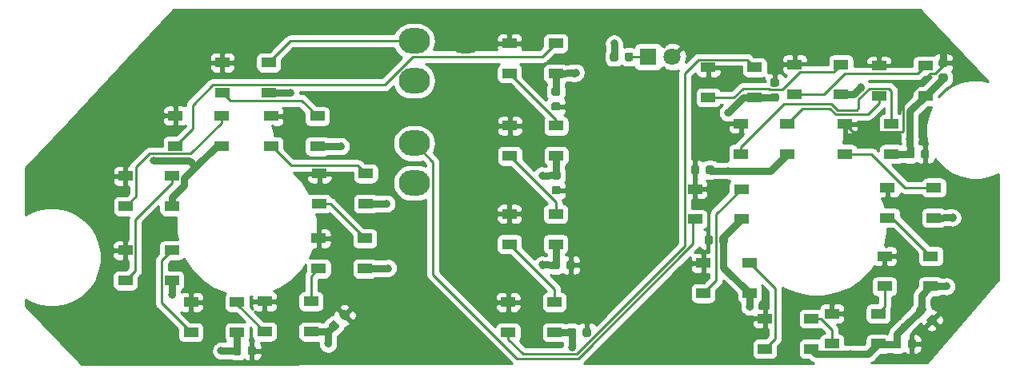
<source format=gbr>
%TF.GenerationSoftware,KiCad,Pcbnew,(5.1.10)-1*%
%TF.CreationDate,2021-10-30T22:23:43+11:00*%
%TF.ProjectId,HYD ISO Panel PCB V2,48594420-4953-44f2-9050-616e656c2050,rev?*%
%TF.SameCoordinates,Original*%
%TF.FileFunction,Copper,L1,Top*%
%TF.FilePolarity,Positive*%
%FSLAX46Y46*%
G04 Gerber Fmt 4.6, Leading zero omitted, Abs format (unit mm)*
G04 Created by KiCad (PCBNEW (5.1.10)-1) date 2021-10-30 22:23:43*
%MOMM*%
%LPD*%
G01*
G04 APERTURE LIST*
%TA.AperFunction,ComponentPad*%
%ADD10O,3.300000X2.700000*%
%TD*%
%TA.AperFunction,ComponentPad*%
%ADD11C,1.800000*%
%TD*%
%TA.AperFunction,ComponentPad*%
%ADD12R,1.800000X1.800000*%
%TD*%
%TA.AperFunction,SMDPad,CuDef*%
%ADD13R,1.500000X1.000000*%
%TD*%
%TA.AperFunction,ViaPad*%
%ADD14C,0.800000*%
%TD*%
%TA.AperFunction,Conductor*%
%ADD15C,0.250000*%
%TD*%
%TA.AperFunction,Conductor*%
%ADD16C,0.750000*%
%TD*%
%TA.AperFunction,Conductor*%
%ADD17C,0.254000*%
%TD*%
%TA.AperFunction,Conductor*%
%ADD18C,0.100000*%
%TD*%
G04 APERTURE END LIST*
D10*
%TO.P,J2,4*%
%TO.N,/DATAOUT*%
X109485800Y-75164840D03*
%TO.P,J2,3*%
%TO.N,/LEDGND*%
X109485800Y-79364840D03*
%TO.P,J2,2*%
%TO.N,/LED+5V*%
X114985800Y-75164840D03*
%TO.P,J2,1*%
%TA.AperFunction,ComponentPad*%
G36*
G01*
X116385799Y-80714840D02*
X113585801Y-80714840D01*
G75*
G02*
X113335800Y-80464839I0J250001D01*
G01*
X113335800Y-78264841D01*
G75*
G02*
X113585801Y-78014840I250001J0D01*
G01*
X116385799Y-78014840D01*
G75*
G02*
X116635800Y-78264841I0J-250001D01*
G01*
X116635800Y-80464839D01*
G75*
G02*
X116385799Y-80714840I-250001J0D01*
G01*
G37*
%TD.AperFunction*%
%TD*%
%TO.P,J1,4*%
%TO.N,/DATAIN*%
X109468920Y-64320420D03*
%TO.P,J1,3*%
%TO.N,/LEDGND*%
X109468920Y-68520420D03*
%TO.P,J1,2*%
%TO.N,/LED+5V*%
X114968920Y-64320420D03*
%TO.P,J1,1*%
%TA.AperFunction,ComponentPad*%
G36*
G01*
X116368919Y-69870420D02*
X113568921Y-69870420D01*
G75*
G02*
X113318920Y-69620419I0J250001D01*
G01*
X113318920Y-67420421D01*
G75*
G02*
X113568921Y-67170420I250001J0D01*
G01*
X116368919Y-67170420D01*
G75*
G02*
X116618920Y-67420421I0J-250001D01*
G01*
X116618920Y-69620419D01*
G75*
G02*
X116368919Y-69870420I-250001J0D01*
G01*
G37*
%TD.AperFunction*%
%TD*%
%TO.P,R1,2*%
%TO.N,Net-(D25-Pad1)*%
%TA.AperFunction,SMDPad,CuDef*%
G36*
G01*
X131784940Y-66253070D02*
X131784940Y-65740570D01*
G75*
G02*
X132003690Y-65521820I218750J0D01*
G01*
X132441190Y-65521820D01*
G75*
G02*
X132659940Y-65740570I0J-218750D01*
G01*
X132659940Y-66253070D01*
G75*
G02*
X132441190Y-66471820I-218750J0D01*
G01*
X132003690Y-66471820D01*
G75*
G02*
X131784940Y-66253070I0J218750D01*
G01*
G37*
%TD.AperFunction*%
%TO.P,R1,1*%
%TO.N,/LEDGND*%
%TA.AperFunction,SMDPad,CuDef*%
G36*
G01*
X130209940Y-66253070D02*
X130209940Y-65740570D01*
G75*
G02*
X130428690Y-65521820I218750J0D01*
G01*
X130866190Y-65521820D01*
G75*
G02*
X131084940Y-65740570I0J-218750D01*
G01*
X131084940Y-66253070D01*
G75*
G02*
X130866190Y-66471820I-218750J0D01*
G01*
X130428690Y-66471820D01*
G75*
G02*
X130209940Y-66253070I0J218750D01*
G01*
G37*
%TD.AperFunction*%
%TD*%
%TO.P,C15,2*%
%TO.N,/LEDGND*%
%TA.AperFunction,SMDPad,CuDef*%
G36*
G01*
X141787260Y-85676450D02*
X141787260Y-85163950D01*
G75*
G02*
X142006010Y-84945200I218750J0D01*
G01*
X142443510Y-84945200D01*
G75*
G02*
X142662260Y-85163950I0J-218750D01*
G01*
X142662260Y-85676450D01*
G75*
G02*
X142443510Y-85895200I-218750J0D01*
G01*
X142006010Y-85895200D01*
G75*
G02*
X141787260Y-85676450I0J218750D01*
G01*
G37*
%TD.AperFunction*%
%TO.P,C15,1*%
%TO.N,/LED+5V*%
%TA.AperFunction,SMDPad,CuDef*%
G36*
G01*
X140212260Y-85676450D02*
X140212260Y-85163950D01*
G75*
G02*
X140431010Y-84945200I218750J0D01*
G01*
X140868510Y-84945200D01*
G75*
G02*
X141087260Y-85163950I0J-218750D01*
G01*
X141087260Y-85676450D01*
G75*
G02*
X140868510Y-85895200I-218750J0D01*
G01*
X140431010Y-85895200D01*
G75*
G02*
X140212260Y-85676450I0J218750D01*
G01*
G37*
%TD.AperFunction*%
%TD*%
%TO.P,C14,2*%
%TO.N,/LEDGND*%
%TA.AperFunction,SMDPad,CuDef*%
G36*
G01*
X147368550Y-69864620D02*
X147881050Y-69864620D01*
G75*
G02*
X148099800Y-70083370I0J-218750D01*
G01*
X148099800Y-70520870D01*
G75*
G02*
X147881050Y-70739620I-218750J0D01*
G01*
X147368550Y-70739620D01*
G75*
G02*
X147149800Y-70520870I0J218750D01*
G01*
X147149800Y-70083370D01*
G75*
G02*
X147368550Y-69864620I218750J0D01*
G01*
G37*
%TD.AperFunction*%
%TO.P,C14,1*%
%TO.N,/LED+5V*%
%TA.AperFunction,SMDPad,CuDef*%
G36*
G01*
X147368550Y-68289620D02*
X147881050Y-68289620D01*
G75*
G02*
X148099800Y-68508370I0J-218750D01*
G01*
X148099800Y-68945870D01*
G75*
G02*
X147881050Y-69164620I-218750J0D01*
G01*
X147368550Y-69164620D01*
G75*
G02*
X147149800Y-68945870I0J218750D01*
G01*
X147149800Y-68508370D01*
G75*
G02*
X147368550Y-68289620I218750J0D01*
G01*
G37*
%TD.AperFunction*%
%TD*%
%TO.P,C13,2*%
%TO.N,/LEDGND*%
%TA.AperFunction,SMDPad,CuDef*%
G36*
G01*
X165214590Y-67779480D02*
X165727090Y-67779480D01*
G75*
G02*
X165945840Y-67998230I0J-218750D01*
G01*
X165945840Y-68435730D01*
G75*
G02*
X165727090Y-68654480I-218750J0D01*
G01*
X165214590Y-68654480D01*
G75*
G02*
X164995840Y-68435730I0J218750D01*
G01*
X164995840Y-67998230D01*
G75*
G02*
X165214590Y-67779480I218750J0D01*
G01*
G37*
%TD.AperFunction*%
%TO.P,C13,1*%
%TO.N,/LED+5V*%
%TA.AperFunction,SMDPad,CuDef*%
G36*
G01*
X165214590Y-66204480D02*
X165727090Y-66204480D01*
G75*
G02*
X165945840Y-66423230I0J-218750D01*
G01*
X165945840Y-66860730D01*
G75*
G02*
X165727090Y-67079480I-218750J0D01*
G01*
X165214590Y-67079480D01*
G75*
G02*
X164995840Y-66860730I0J218750D01*
G01*
X164995840Y-66423230D01*
G75*
G02*
X165214590Y-66204480I218750J0D01*
G01*
G37*
%TD.AperFunction*%
%TD*%
%TO.P,C12,2*%
%TO.N,/LEDGND*%
%TA.AperFunction,SMDPad,CuDef*%
G36*
G01*
X163643742Y-92915729D02*
X163281349Y-93278122D01*
G75*
G02*
X162971989Y-93278122I-154680J154680D01*
G01*
X162662630Y-92968763D01*
G75*
G02*
X162662630Y-92659403I154680J154680D01*
G01*
X163025023Y-92297010D01*
G75*
G02*
X163334383Y-92297010I154680J-154680D01*
G01*
X163643742Y-92606369D01*
G75*
G02*
X163643742Y-92915729I-154680J-154680D01*
G01*
G37*
%TD.AperFunction*%
%TO.P,C12,1*%
%TO.N,/LED+5V*%
%TA.AperFunction,SMDPad,CuDef*%
G36*
G01*
X164757436Y-94029423D02*
X164395043Y-94391816D01*
G75*
G02*
X164085683Y-94391816I-154680J154680D01*
G01*
X163776324Y-94082457D01*
G75*
G02*
X163776324Y-93773097I154680J154680D01*
G01*
X164138717Y-93410704D01*
G75*
G02*
X164448077Y-93410704I154680J-154680D01*
G01*
X164757436Y-93720063D01*
G75*
G02*
X164757436Y-94029423I-154680J-154680D01*
G01*
G37*
%TD.AperFunction*%
%TD*%
%TO.P,C11,2*%
%TO.N,/LEDGND*%
%TA.AperFunction,SMDPad,CuDef*%
G36*
G01*
X161029000Y-96172310D02*
X161029000Y-96684810D01*
G75*
G02*
X160810250Y-96903560I-218750J0D01*
G01*
X160372750Y-96903560D01*
G75*
G02*
X160154000Y-96684810I0J218750D01*
G01*
X160154000Y-96172310D01*
G75*
G02*
X160372750Y-95953560I218750J0D01*
G01*
X160810250Y-95953560D01*
G75*
G02*
X161029000Y-96172310I0J-218750D01*
G01*
G37*
%TD.AperFunction*%
%TO.P,C11,1*%
%TO.N,/LED+5V*%
%TA.AperFunction,SMDPad,CuDef*%
G36*
G01*
X162604000Y-96172310D02*
X162604000Y-96684810D01*
G75*
G02*
X162385250Y-96903560I-218750J0D01*
G01*
X161947750Y-96903560D01*
G75*
G02*
X161729000Y-96684810I0J218750D01*
G01*
X161729000Y-96172310D01*
G75*
G02*
X161947750Y-95953560I218750J0D01*
G01*
X162385250Y-95953560D01*
G75*
G02*
X162604000Y-96172310I0J-218750D01*
G01*
G37*
%TD.AperFunction*%
%TD*%
%TO.P,C9,2*%
%TO.N,/LEDGND*%
%TA.AperFunction,SMDPad,CuDef*%
G36*
G01*
X162410560Y-76047890D02*
X162410560Y-76560390D01*
G75*
G02*
X162191810Y-76779140I-218750J0D01*
G01*
X161754310Y-76779140D01*
G75*
G02*
X161535560Y-76560390I0J218750D01*
G01*
X161535560Y-76047890D01*
G75*
G02*
X161754310Y-75829140I218750J0D01*
G01*
X162191810Y-75829140D01*
G75*
G02*
X162410560Y-76047890I0J-218750D01*
G01*
G37*
%TD.AperFunction*%
%TO.P,C9,1*%
%TO.N,/LED+5V*%
%TA.AperFunction,SMDPad,CuDef*%
G36*
G01*
X163985560Y-76047890D02*
X163985560Y-76560390D01*
G75*
G02*
X163766810Y-76779140I-218750J0D01*
G01*
X163329310Y-76779140D01*
G75*
G02*
X163110560Y-76560390I0J218750D01*
G01*
X163110560Y-76047890D01*
G75*
G02*
X163329310Y-75829140I218750J0D01*
G01*
X163766810Y-75829140D01*
G75*
G02*
X163985560Y-76047890I0J-218750D01*
G01*
G37*
%TD.AperFunction*%
%TD*%
%TO.P,C8,2*%
%TO.N,/LEDGND*%
%TA.AperFunction,SMDPad,CuDef*%
G36*
G01*
X101135169Y-94003698D02*
X101497562Y-94366091D01*
G75*
G02*
X101497562Y-94675451I-154680J-154680D01*
G01*
X101188203Y-94984810D01*
G75*
G02*
X100878843Y-94984810I-154680J154680D01*
G01*
X100516450Y-94622417D01*
G75*
G02*
X100516450Y-94313057I154680J154680D01*
G01*
X100825809Y-94003698D01*
G75*
G02*
X101135169Y-94003698I154680J-154680D01*
G01*
G37*
%TD.AperFunction*%
%TO.P,C8,1*%
%TO.N,/LED+5V*%
%TA.AperFunction,SMDPad,CuDef*%
G36*
G01*
X102248863Y-92890004D02*
X102611256Y-93252397D01*
G75*
G02*
X102611256Y-93561757I-154680J-154680D01*
G01*
X102301897Y-93871116D01*
G75*
G02*
X101992537Y-93871116I-154680J154680D01*
G01*
X101630144Y-93508723D01*
G75*
G02*
X101630144Y-93199363I154680J154680D01*
G01*
X101939503Y-92890004D01*
G75*
G02*
X102248863Y-92890004I154680J-154680D01*
G01*
G37*
%TD.AperFunction*%
%TD*%
%TO.P,C7,2*%
%TO.N,/LEDGND*%
%TA.AperFunction,SMDPad,CuDef*%
G36*
G01*
X140359980Y-78229170D02*
X140359980Y-77716670D01*
G75*
G02*
X140578730Y-77497920I218750J0D01*
G01*
X141016230Y-77497920D01*
G75*
G02*
X141234980Y-77716670I0J-218750D01*
G01*
X141234980Y-78229170D01*
G75*
G02*
X141016230Y-78447920I-218750J0D01*
G01*
X140578730Y-78447920D01*
G75*
G02*
X140359980Y-78229170I0J218750D01*
G01*
G37*
%TD.AperFunction*%
%TO.P,C7,1*%
%TO.N,/LED+5V*%
%TA.AperFunction,SMDPad,CuDef*%
G36*
G01*
X138784980Y-78229170D02*
X138784980Y-77716670D01*
G75*
G02*
X139003730Y-77497920I218750J0D01*
G01*
X139441230Y-77497920D01*
G75*
G02*
X139659980Y-77716670I0J-218750D01*
G01*
X139659980Y-78229170D01*
G75*
G02*
X139441230Y-78447920I-218750J0D01*
G01*
X139003730Y-78447920D01*
G75*
G02*
X138784980Y-78229170I0J218750D01*
G01*
G37*
%TD.AperFunction*%
%TD*%
%TO.P,C6,2*%
%TO.N,/LEDGND*%
%TA.AperFunction,SMDPad,CuDef*%
G36*
G01*
X124767050Y-78994420D02*
X124254550Y-78994420D01*
G75*
G02*
X124035800Y-78775670I0J218750D01*
G01*
X124035800Y-78338170D01*
G75*
G02*
X124254550Y-78119420I218750J0D01*
G01*
X124767050Y-78119420D01*
G75*
G02*
X124985800Y-78338170I0J-218750D01*
G01*
X124985800Y-78775670D01*
G75*
G02*
X124767050Y-78994420I-218750J0D01*
G01*
G37*
%TD.AperFunction*%
%TO.P,C6,1*%
%TO.N,/LED+5V*%
%TA.AperFunction,SMDPad,CuDef*%
G36*
G01*
X124767050Y-80569420D02*
X124254550Y-80569420D01*
G75*
G02*
X124035800Y-80350670I0J218750D01*
G01*
X124035800Y-79913170D01*
G75*
G02*
X124254550Y-79694420I218750J0D01*
G01*
X124767050Y-79694420D01*
G75*
G02*
X124985800Y-79913170I0J-218750D01*
G01*
X124985800Y-80350670D01*
G75*
G02*
X124767050Y-80569420I-218750J0D01*
G01*
G37*
%TD.AperFunction*%
%TD*%
%TO.P,C5,2*%
%TO.N,/LEDGND*%
%TA.AperFunction,SMDPad,CuDef*%
G36*
G01*
X124736570Y-70119660D02*
X124224070Y-70119660D01*
G75*
G02*
X124005320Y-69900910I0J218750D01*
G01*
X124005320Y-69463410D01*
G75*
G02*
X124224070Y-69244660I218750J0D01*
G01*
X124736570Y-69244660D01*
G75*
G02*
X124955320Y-69463410I0J-218750D01*
G01*
X124955320Y-69900910D01*
G75*
G02*
X124736570Y-70119660I-218750J0D01*
G01*
G37*
%TD.AperFunction*%
%TO.P,C5,1*%
%TO.N,/LED+5V*%
%TA.AperFunction,SMDPad,CuDef*%
G36*
G01*
X124736570Y-71694660D02*
X124224070Y-71694660D01*
G75*
G02*
X124005320Y-71475910I0J218750D01*
G01*
X124005320Y-71038410D01*
G75*
G02*
X124224070Y-70819660I218750J0D01*
G01*
X124736570Y-70819660D01*
G75*
G02*
X124955320Y-71038410I0J-218750D01*
G01*
X124955320Y-71475910D01*
G75*
G02*
X124736570Y-71694660I-218750J0D01*
G01*
G37*
%TD.AperFunction*%
%TD*%
%TO.P,C4,2*%
%TO.N,/LEDGND*%
%TA.AperFunction,SMDPad,CuDef*%
G36*
G01*
X124897300Y-87813170D02*
X124897300Y-88325670D01*
G75*
G02*
X124678550Y-88544420I-218750J0D01*
G01*
X124241050Y-88544420D01*
G75*
G02*
X124022300Y-88325670I0J218750D01*
G01*
X124022300Y-87813170D01*
G75*
G02*
X124241050Y-87594420I218750J0D01*
G01*
X124678550Y-87594420D01*
G75*
G02*
X124897300Y-87813170I0J-218750D01*
G01*
G37*
%TD.AperFunction*%
%TO.P,C4,1*%
%TO.N,/LED+5V*%
%TA.AperFunction,SMDPad,CuDef*%
G36*
G01*
X126472300Y-87813170D02*
X126472300Y-88325670D01*
G75*
G02*
X126253550Y-88544420I-218750J0D01*
G01*
X125816050Y-88544420D01*
G75*
G02*
X125597300Y-88325670I0J218750D01*
G01*
X125597300Y-87813170D01*
G75*
G02*
X125816050Y-87594420I218750J0D01*
G01*
X126253550Y-87594420D01*
G75*
G02*
X126472300Y-87813170I0J-218750D01*
G01*
G37*
%TD.AperFunction*%
%TD*%
%TO.P,C3,2*%
%TO.N,/LEDGND*%
%TA.AperFunction,SMDPad,CuDef*%
G36*
G01*
X126619620Y-94950570D02*
X126619620Y-95463070D01*
G75*
G02*
X126400870Y-95681820I-218750J0D01*
G01*
X125963370Y-95681820D01*
G75*
G02*
X125744620Y-95463070I0J218750D01*
G01*
X125744620Y-94950570D01*
G75*
G02*
X125963370Y-94731820I218750J0D01*
G01*
X126400870Y-94731820D01*
G75*
G02*
X126619620Y-94950570I0J-218750D01*
G01*
G37*
%TD.AperFunction*%
%TO.P,C3,1*%
%TO.N,/LED+5V*%
%TA.AperFunction,SMDPad,CuDef*%
G36*
G01*
X128194620Y-94950570D02*
X128194620Y-95463070D01*
G75*
G02*
X127975870Y-95681820I-218750J0D01*
G01*
X127538370Y-95681820D01*
G75*
G02*
X127319620Y-95463070I0J218750D01*
G01*
X127319620Y-94950570D01*
G75*
G02*
X127538370Y-94731820I218750J0D01*
G01*
X127975870Y-94731820D01*
G75*
G02*
X128194620Y-94950570I0J-218750D01*
G01*
G37*
%TD.AperFunction*%
%TD*%
%TO.P,C2,2*%
%TO.N,/LEDGND*%
%TA.AperFunction,SMDPad,CuDef*%
G36*
G01*
X91179000Y-96901290D02*
X91179000Y-97413790D01*
G75*
G02*
X90960250Y-97632540I-218750J0D01*
G01*
X90522750Y-97632540D01*
G75*
G02*
X90304000Y-97413790I0J218750D01*
G01*
X90304000Y-96901290D01*
G75*
G02*
X90522750Y-96682540I218750J0D01*
G01*
X90960250Y-96682540D01*
G75*
G02*
X91179000Y-96901290I0J-218750D01*
G01*
G37*
%TD.AperFunction*%
%TO.P,C2,1*%
%TO.N,/LED+5V*%
%TA.AperFunction,SMDPad,CuDef*%
G36*
G01*
X92754000Y-96901290D02*
X92754000Y-97413790D01*
G75*
G02*
X92535250Y-97632540I-218750J0D01*
G01*
X92097750Y-97632540D01*
G75*
G02*
X91879000Y-97413790I0J218750D01*
G01*
X91879000Y-96901290D01*
G75*
G02*
X92097750Y-96682540I218750J0D01*
G01*
X92535250Y-96682540D01*
G75*
G02*
X92754000Y-96901290I0J-218750D01*
G01*
G37*
%TD.AperFunction*%
%TD*%
D11*
%TO.P,D25,2*%
%TO.N,/LED+5V*%
X136800000Y-66000000D03*
D12*
%TO.P,D25,1*%
%TO.N,Net-(D25-Pad1)*%
X134260000Y-66000000D03*
%TD*%
D13*
%TO.P,D21,1*%
%TO.N,/LED+5V*%
X153697600Y-93218000D03*
%TO.P,D21,2*%
%TO.N,Net-(D21-Pad2)*%
X153697600Y-96418000D03*
%TO.P,D21,4*%
%TO.N,Net-(D20-Pad2)*%
X158597600Y-93218000D03*
%TO.P,D21,3*%
%TO.N,/LEDGND*%
X158597600Y-96418000D03*
%TD*%
%TO.P,D22,1*%
%TO.N,/LED+5V*%
X146597200Y-93751600D03*
%TO.P,D22,2*%
%TO.N,Net-(D22-Pad2)*%
X146597200Y-96951600D03*
%TO.P,D22,4*%
%TO.N,Net-(D21-Pad2)*%
X151497200Y-93751600D03*
%TO.P,D22,3*%
%TO.N,/LEDGND*%
X151497200Y-96951600D03*
%TD*%
%TO.P,D20,1*%
%TO.N,/LED+5V*%
X159258000Y-87122000D03*
%TO.P,D20,2*%
%TO.N,Net-(D20-Pad2)*%
X159258000Y-90322000D03*
%TO.P,D20,4*%
%TO.N,Net-(D19-Pad2)*%
X164158000Y-87122000D03*
%TO.P,D20,3*%
%TO.N,/LEDGND*%
X164158000Y-90322000D03*
%TD*%
%TO.P,D23,1*%
%TO.N,/LED+5V*%
X140083200Y-87858800D03*
%TO.P,D23,2*%
%TO.N,Net-(D23-Pad2)*%
X140083200Y-91058800D03*
%TO.P,D23,4*%
%TO.N,Net-(D22-Pad2)*%
X144983200Y-87858800D03*
%TO.P,D23,3*%
%TO.N,/LEDGND*%
X144983200Y-91058800D03*
%TD*%
%TO.P,D19,1*%
%TO.N,/LED+5V*%
X159590400Y-79858000D03*
%TO.P,D19,2*%
%TO.N,Net-(D19-Pad2)*%
X159590400Y-83058000D03*
%TO.P,D19,4*%
%TO.N,Net-(D18-Pad2)*%
X164490400Y-79858000D03*
%TO.P,D19,3*%
%TO.N,/LEDGND*%
X164490400Y-83058000D03*
%TD*%
%TO.P,D24,1*%
%TO.N,/LED+5V*%
X139219600Y-80010000D03*
%TO.P,D24,2*%
%TO.N,/DATAOUT*%
X139219600Y-83210000D03*
%TO.P,D24,4*%
%TO.N,Net-(D23-Pad2)*%
X144119600Y-80010000D03*
%TO.P,D24,3*%
%TO.N,/LEDGND*%
X144119600Y-83210000D03*
%TD*%
%TO.P,D18,1*%
%TO.N,/LED+5V*%
X155092400Y-73101200D03*
%TO.P,D18,2*%
%TO.N,Net-(D18-Pad2)*%
X155092400Y-76301200D03*
%TO.P,D18,4*%
%TO.N,Net-(D17-Pad2)*%
X159992400Y-73101200D03*
%TO.P,D18,3*%
%TO.N,/LEDGND*%
X159992400Y-76301200D03*
%TD*%
%TO.P,D17,1*%
%TO.N,/LED+5V*%
X144057200Y-73076000D03*
%TO.P,D17,2*%
%TO.N,Net-(D17-Pad2)*%
X144057200Y-76276000D03*
%TO.P,D17,4*%
%TO.N,Net-(D16-Pad2)*%
X148957200Y-73076000D03*
%TO.P,D17,3*%
%TO.N,/LEDGND*%
X148957200Y-76276000D03*
%TD*%
%TO.P,D16,1*%
%TO.N,/LED+5V*%
X158676000Y-66954400D03*
%TO.P,D16,2*%
%TO.N,Net-(D16-Pad2)*%
X158676000Y-70154400D03*
%TO.P,D16,4*%
%TO.N,Net-(D15-Pad2)*%
X163576000Y-66954400D03*
%TO.P,D16,3*%
%TO.N,/LEDGND*%
X163576000Y-70154400D03*
%TD*%
%TO.P,D15,1*%
%TO.N,/LED+5V*%
X149758400Y-66802000D03*
%TO.P,D15,2*%
%TO.N,Net-(D15-Pad2)*%
X149758400Y-70002000D03*
%TO.P,D15,4*%
%TO.N,Net-(D14-Pad2)*%
X154658400Y-66802000D03*
%TO.P,D15,3*%
%TO.N,/LEDGND*%
X154658400Y-70002000D03*
%TD*%
%TO.P,D14,1*%
%TO.N,/LED+5V*%
X140614400Y-67106800D03*
%TO.P,D14,2*%
%TO.N,Net-(D14-Pad2)*%
X140614400Y-70306800D03*
%TO.P,D14,4*%
%TO.N,Net-(D13-Pad2)*%
X145514400Y-67106800D03*
%TO.P,D14,3*%
%TO.N,/LEDGND*%
X145514400Y-70306800D03*
%TD*%
%TO.P,D13,1*%
%TO.N,/LED+5V*%
X119430800Y-91998800D03*
%TO.P,D13,2*%
%TO.N,Net-(D13-Pad2)*%
X119430800Y-95198800D03*
%TO.P,D13,4*%
%TO.N,Net-(D12-Pad2)*%
X124330800Y-91998800D03*
%TO.P,D13,3*%
%TO.N,/LEDGND*%
X124330800Y-95198800D03*
%TD*%
%TO.P,D12,1*%
%TO.N,/LED+5V*%
X119560000Y-82651600D03*
%TO.P,D12,2*%
%TO.N,Net-(D12-Pad2)*%
X119560000Y-85851600D03*
%TO.P,D12,4*%
%TO.N,Net-(D11-Pad2)*%
X124460000Y-82651600D03*
%TO.P,D12,3*%
%TO.N,/LEDGND*%
X124460000Y-85851600D03*
%TD*%
%TO.P,D11,1*%
%TO.N,/LED+5V*%
X119610800Y-73304400D03*
%TO.P,D11,2*%
%TO.N,Net-(D11-Pad2)*%
X119610800Y-76504400D03*
%TO.P,D11,4*%
%TO.N,Net-(D10-Pad2)*%
X124510800Y-73304400D03*
%TO.P,D11,3*%
%TO.N,/LEDGND*%
X124510800Y-76504400D03*
%TD*%
%TO.P,D10,1*%
%TO.N,/LED+5V*%
X119571600Y-64566800D03*
%TO.P,D10,2*%
%TO.N,Net-(D10-Pad2)*%
X119571600Y-67766800D03*
%TO.P,D10,4*%
%TO.N,Net-(D10-Pad4)*%
X124471600Y-64566800D03*
%TO.P,D10,3*%
%TO.N,/LEDGND*%
X124471600Y-67766800D03*
%TD*%
%TO.P,D9,1*%
%TO.N,/LED+5V*%
X84203200Y-72237600D03*
%TO.P,D9,2*%
%TO.N,Net-(D10-Pad4)*%
X84203200Y-75437600D03*
%TO.P,D9,4*%
%TO.N,Net-(D8-Pad2)*%
X89103200Y-72237600D03*
%TO.P,D9,3*%
%TO.N,/LEDGND*%
X89103200Y-75437600D03*
%TD*%
%TO.P,D8,1*%
%TO.N,/LED+5V*%
X78943200Y-78638800D03*
%TO.P,D8,2*%
%TO.N,Net-(D8-Pad2)*%
X78943200Y-81838800D03*
%TO.P,D8,4*%
%TO.N,Net-(D7-Pad2)*%
X83843200Y-78638800D03*
%TO.P,D8,3*%
%TO.N,/LEDGND*%
X83843200Y-81838800D03*
%TD*%
%TO.P,D7,1*%
%TO.N,/LED+5V*%
X78920000Y-86512800D03*
%TO.P,D7,2*%
%TO.N,Net-(D7-Pad2)*%
X78920000Y-89712800D03*
%TO.P,D7,4*%
%TO.N,Net-(D6-Pad2)*%
X83820000Y-86512800D03*
%TO.P,D7,3*%
%TO.N,/LEDGND*%
X83820000Y-89712800D03*
%TD*%
%TO.P,D6,1*%
%TO.N,/LED+5V*%
X85852000Y-91998800D03*
%TO.P,D6,2*%
%TO.N,Net-(D6-Pad2)*%
X85852000Y-95198800D03*
%TO.P,D6,4*%
%TO.N,Net-(D5-Pad2)*%
X90752000Y-91998800D03*
%TO.P,D6,3*%
%TO.N,/LEDGND*%
X90752000Y-95198800D03*
%TD*%
%TO.P,D5,1*%
%TO.N,/LED+5V*%
X93663600Y-91922800D03*
%TO.P,D5,2*%
%TO.N,Net-(D5-Pad2)*%
X93663600Y-95122800D03*
%TO.P,D5,4*%
%TO.N,Net-(D4-Pad2)*%
X98563600Y-91922800D03*
%TO.P,D5,3*%
%TO.N,/LEDGND*%
X98563600Y-95122800D03*
%TD*%
%TO.P,D4,1*%
%TO.N,/LED+5V*%
X99364800Y-85242400D03*
%TO.P,D4,2*%
%TO.N,Net-(D4-Pad2)*%
X99364800Y-88442400D03*
%TO.P,D4,4*%
%TO.N,Net-(D3-Pad2)*%
X104264800Y-85242400D03*
%TO.P,D4,3*%
%TO.N,/LEDGND*%
X104264800Y-88442400D03*
%TD*%
%TO.P,D3,1*%
%TO.N,/LED+5V*%
X99454800Y-78359200D03*
%TO.P,D3,2*%
%TO.N,Net-(D3-Pad2)*%
X99454800Y-81559200D03*
%TO.P,D3,4*%
%TO.N,Net-(D2-Pad2)*%
X104354800Y-78359200D03*
%TO.P,D3,3*%
%TO.N,/LEDGND*%
X104354800Y-81559200D03*
%TD*%
%TO.P,D2,1*%
%TO.N,/LED+5V*%
X94335600Y-72288400D03*
%TO.P,D2,2*%
%TO.N,Net-(D2-Pad2)*%
X94335600Y-75488400D03*
%TO.P,D2,4*%
%TO.N,Net-(D1-Pad2)*%
X99235600Y-72288400D03*
%TO.P,D2,3*%
%TO.N,/LEDGND*%
X99235600Y-75488400D03*
%TD*%
%TO.P,D1,1*%
%TO.N,/LED+5V*%
X89181600Y-66598800D03*
%TO.P,D1,2*%
%TO.N,Net-(D1-Pad2)*%
X89181600Y-69798800D03*
%TO.P,D1,4*%
%TO.N,/DATAIN*%
X94081600Y-66598800D03*
%TO.P,D1,3*%
%TO.N,/LEDGND*%
X94081600Y-69798800D03*
%TD*%
D14*
%TO.N,/LEDGND*%
X89052400Y-97160080D03*
X100378460Y-96415660D03*
X83830160Y-91241880D03*
X96400620Y-69791580D03*
X101711760Y-75478640D03*
X106550660Y-81559200D03*
X106715560Y-88389460D03*
X130647440Y-64582040D03*
X126588520Y-67663060D03*
X123045220Y-88038940D03*
X123022360Y-78564740D03*
X126156720Y-96791780D03*
X144975580Y-92483940D03*
X142709900Y-71915020D03*
X166463980Y-83027520D03*
X165801440Y-90322000D03*
X161334546Y-94606206D03*
X155640859Y-97493001D03*
X81917540Y-76962611D03*
X156748480Y-69166740D03*
X161949612Y-74725388D03*
X142723340Y-78051660D03*
%TO.N,/LED+5V*%
X134747000Y-92837000D03*
X135255000Y-93345000D03*
X135763000Y-93853000D03*
X131826000Y-90424000D03*
X131318000Y-89916000D03*
X130810000Y-89408000D03*
%TD*%
D15*
%TO.N,Net-(D1-Pad2)*%
X97571001Y-70623801D02*
X99235600Y-72288400D01*
X90006601Y-70623801D02*
X97571001Y-70623801D01*
X89181600Y-69798800D02*
X90006601Y-70623801D01*
%TO.N,Net-(D2-Pad2)*%
X96436752Y-77534199D02*
X94659610Y-75757057D01*
X104354800Y-78359200D02*
X103529799Y-77534199D01*
X94659610Y-75757057D02*
X94659610Y-75488400D01*
X103529799Y-77534199D02*
X96436752Y-77534199D01*
%TO.N,Net-(D3-Pad2)*%
X100581600Y-81559200D02*
X104264800Y-85242400D01*
X99454800Y-81559200D02*
X100581600Y-81559200D01*
%TO.N,Net-(D4-Pad2)*%
X98563600Y-89243600D02*
X99364800Y-88442400D01*
X98563600Y-91922800D02*
X98563600Y-89243600D01*
%TO.N,Net-(D5-Pad2)*%
X90752000Y-92211200D02*
X93663600Y-95122800D01*
X90752000Y-91998800D02*
X90752000Y-92211200D01*
%TO.N,Net-(D7-Pad2)*%
X79995001Y-88637799D02*
X78920000Y-89712800D01*
X79995001Y-83236999D02*
X79995001Y-88637799D01*
X83843200Y-79388800D02*
X79995001Y-83236999D01*
X83843200Y-78638800D02*
X83843200Y-79388800D01*
%TO.N,Net-(D8-Pad2)*%
X80018201Y-80763799D02*
X78943200Y-81838800D01*
X81450670Y-76237610D02*
X80018201Y-77670079D01*
X82265541Y-76237610D02*
X81450670Y-76237610D01*
X82290532Y-76262601D02*
X82265541Y-76237610D01*
X85828199Y-76262601D02*
X82290532Y-76262601D01*
X89103200Y-72987600D02*
X85828199Y-76262601D01*
X80018201Y-77670079D02*
X80018201Y-80763799D01*
X89103200Y-72237600D02*
X89103200Y-72987600D01*
%TO.N,Net-(D10-Pad4)*%
X123042970Y-65995430D02*
X124471600Y-64566800D01*
X109325089Y-65995430D02*
X123042970Y-65995430D01*
X106346720Y-68973799D02*
X109325089Y-65995430D01*
X88171599Y-68973799D02*
X106346720Y-68973799D01*
X86016790Y-71128608D02*
X88171599Y-68973799D01*
X86016790Y-73624010D02*
X86016790Y-71128608D01*
X84203200Y-75437600D02*
X86016790Y-73624010D01*
%TO.N,Net-(D10-Pad2)*%
X124510800Y-72706000D02*
X119571600Y-67766800D01*
X124510800Y-73304400D02*
X124510800Y-72706000D01*
%TO.N,Net-(D11-Pad2)*%
X124460000Y-81353600D02*
X119610800Y-76504400D01*
X124460000Y-82651600D02*
X124460000Y-81353600D01*
%TO.N,Net-(D12-Pad2)*%
X124330800Y-90622400D02*
X119560000Y-85851600D01*
X124330800Y-91998800D02*
X124330800Y-90622400D01*
%TO.N,Net-(D13-Pad2)*%
X144689399Y-66281799D02*
X145514400Y-67106800D01*
X138144599Y-67741599D02*
X139604399Y-66281799D01*
X138144599Y-86063335D02*
X138144599Y-67741599D01*
X126691153Y-97516781D02*
X138144599Y-86063335D01*
X139604399Y-66281799D02*
X144689399Y-66281799D01*
X120998781Y-97516781D02*
X126691153Y-97516781D01*
X119430800Y-95948800D02*
X120998781Y-97516781D01*
X119430800Y-95198800D02*
X119430800Y-95948800D01*
%TO.N,Net-(D14-Pad2)*%
X153833399Y-67627001D02*
X154658400Y-66802000D01*
X148435768Y-69489630D02*
X150298397Y-67627001D01*
X150298397Y-67627001D02*
X153833399Y-67627001D01*
X144270098Y-69364860D02*
X147018546Y-69364860D01*
X147143316Y-69489630D02*
X148435768Y-69489630D01*
X147018546Y-69364860D02*
X147143316Y-69489630D01*
X143328158Y-70306800D02*
X144270098Y-69364860D01*
X140614400Y-70306800D02*
X143328158Y-70306800D01*
%TO.N,Net-(D15-Pad2)*%
X155045997Y-67779401D02*
X162750999Y-67779401D01*
X152823398Y-70002000D02*
X155045997Y-67779401D01*
X162750999Y-67779401D02*
X163576000Y-66954400D01*
X149758400Y-70002000D02*
X152823398Y-70002000D01*
%TO.N,Net-(D16-Pad2)*%
X150584425Y-71448775D02*
X148957200Y-73076000D01*
X153470890Y-71448775D02*
X150584425Y-71448775D01*
X154090636Y-72068521D02*
X153470890Y-71448775D01*
X157511879Y-72068521D02*
X154090636Y-72068521D01*
X158676000Y-70904400D02*
X157511879Y-72068521D01*
X158676000Y-70154400D02*
X158676000Y-70904400D01*
%TO.N,Net-(D17-Pad2)*%
X159992400Y-69635798D02*
X159992400Y-73101200D01*
X156532580Y-71386700D02*
X156532580Y-70462818D01*
X156300769Y-71618511D02*
X156532580Y-71386700D01*
X156532580Y-70462818D02*
X157665999Y-69329399D01*
X144057200Y-76276000D02*
X144057200Y-75526000D01*
X159686001Y-69329399D02*
X159992400Y-69635798D01*
X144057200Y-75526000D02*
X148584435Y-70998765D01*
X157665999Y-69329399D02*
X159686001Y-69329399D01*
X154277036Y-71618511D02*
X156300769Y-71618511D01*
X148584435Y-70998765D02*
X153657291Y-70998766D01*
X153657291Y-70998766D02*
X154277036Y-71618511D01*
%TO.N,Net-(D18-Pad2)*%
X161425402Y-79858000D02*
X157868602Y-76301200D01*
X157868602Y-76301200D02*
X155092400Y-76301200D01*
X164490400Y-79858000D02*
X161425402Y-79858000D01*
%TO.N,Net-(D19-Pad2)*%
X160094000Y-83058000D02*
X164158000Y-87122000D01*
X159590400Y-83058000D02*
X160094000Y-83058000D01*
%TO.N,Net-(D20-Pad2)*%
X158597600Y-93218000D02*
X158507000Y-93218000D01*
X159258000Y-92467000D02*
X159258000Y-90322000D01*
X158507000Y-93218000D02*
X159258000Y-92467000D01*
%TO.N,Net-(D21-Pad2)*%
X153697600Y-94952000D02*
X153697600Y-96418000D01*
X152497200Y-93751600D02*
X153697600Y-94952000D01*
X151497200Y-93751600D02*
X152497200Y-93751600D01*
%TO.N,Net-(D22-Pad2)*%
X147672201Y-95876599D02*
X146597200Y-96951600D01*
X147672201Y-90547801D02*
X147672201Y-95876599D01*
X144983200Y-87858800D02*
X147672201Y-90547801D01*
%TO.N,Net-(D23-Pad2)*%
X141462250Y-89679750D02*
X140083200Y-91058800D01*
X141462250Y-82667350D02*
X141462250Y-89679750D01*
X144119600Y-80010000D02*
X141462250Y-82667350D01*
%TO.N,Net-(D6-Pad2)*%
X82744999Y-92091799D02*
X85852000Y-95198800D01*
X82744999Y-87587801D02*
X82744999Y-92091799D01*
X83820000Y-86512800D02*
X82744999Y-87587801D01*
%TO.N,Net-(D25-Pad1)*%
X132225620Y-66000000D02*
X132222440Y-65996820D01*
X134260000Y-66000000D02*
X132225620Y-66000000D01*
D16*
%TO.N,/LEDGND*%
X100378460Y-95122800D02*
X101007006Y-94494254D01*
X98563600Y-95122800D02*
X100378460Y-95122800D01*
X90752000Y-97147040D02*
X90741500Y-97157540D01*
X90752000Y-95198800D02*
X90752000Y-97147040D01*
X90741500Y-97157540D02*
X89052400Y-97160080D01*
X89052400Y-97160080D02*
X89054940Y-97157540D01*
X100378460Y-95122800D02*
X100378460Y-96415660D01*
X100378460Y-96415660D02*
X100378460Y-96415660D01*
X83820000Y-89712800D02*
X83830160Y-91241880D01*
X83830160Y-91241880D02*
X83820000Y-91231720D01*
X94081600Y-69798800D02*
X96400620Y-69791580D01*
X96400620Y-69791580D02*
X96393400Y-69798800D01*
X99235600Y-75488400D02*
X101711760Y-75478640D01*
X101711760Y-75478640D02*
X101702000Y-75488400D01*
X104354800Y-81559200D02*
X106550660Y-81559200D01*
X106550660Y-81559200D02*
X106550660Y-81559200D01*
X104264800Y-88442400D02*
X106715560Y-88389460D01*
X106715560Y-88389460D02*
X106662620Y-88442400D01*
X124471600Y-69673440D02*
X124480320Y-69682160D01*
X124471600Y-67766800D02*
X126588520Y-67663060D01*
X130647440Y-65996820D02*
X130647440Y-64582040D01*
X130647440Y-64582040D02*
X130647440Y-64582040D01*
X124480320Y-67775520D02*
X124471600Y-67766800D01*
X124480320Y-69682160D02*
X124480320Y-67775520D01*
X126588520Y-67663060D02*
X126378240Y-67766800D01*
X124510800Y-76504400D02*
X124510800Y-78556920D01*
X124460000Y-88069220D02*
X124459800Y-88069420D01*
X124460000Y-85851600D02*
X124460000Y-88069220D01*
X124459800Y-88069420D02*
X123045220Y-88038940D01*
X123045220Y-88038940D02*
X123075700Y-88069420D01*
X124510800Y-78556920D02*
X123022360Y-78564740D01*
X123022360Y-78564740D02*
X123030180Y-78556920D01*
X126174100Y-95198800D02*
X126182120Y-95206820D01*
X124330800Y-95198800D02*
X126174100Y-95198800D01*
X126182120Y-95206820D02*
X126156720Y-96791780D01*
X126156720Y-96791780D02*
X126182120Y-96766380D01*
X144983200Y-91058800D02*
X144975580Y-92483940D01*
X144975580Y-92483940D02*
X144983200Y-92476320D01*
X142224760Y-85104840D02*
X144119600Y-83210000D01*
X142224760Y-85420200D02*
X142224760Y-85104840D01*
X142224760Y-88300360D02*
X142224760Y-85420200D01*
X144983200Y-91058800D02*
X142224760Y-88300360D01*
X148957200Y-76276000D02*
X147181540Y-78051660D01*
X140876220Y-78051660D02*
X140797480Y-77972920D01*
X147181540Y-78051660D02*
X142723340Y-78051660D01*
X145519080Y-70302120D02*
X145514400Y-70306800D01*
X147624800Y-70302120D02*
X145519080Y-70302120D01*
X145514400Y-70306800D02*
X144318120Y-70306800D01*
X144318120Y-70306800D02*
X142709900Y-71915020D01*
X142709900Y-71915020D02*
X142709900Y-71915020D01*
X161970120Y-76301200D02*
X161973060Y-76304140D01*
X159992400Y-76301200D02*
X161970120Y-76301200D01*
X161973060Y-76304140D02*
X161949612Y-74725388D01*
X164490400Y-83058000D02*
X166463980Y-83027520D01*
X166463980Y-83027520D02*
X166433500Y-83058000D01*
X164158000Y-90322000D02*
X165801440Y-90322000D01*
X165801440Y-90322000D02*
X165801440Y-90322000D01*
X163153186Y-91326814D02*
X164158000Y-90322000D01*
X163153186Y-92787566D02*
X163153186Y-91326814D01*
X160591500Y-95349252D02*
X160591500Y-96428560D01*
X163153186Y-92787566D02*
X161334546Y-94606206D01*
X158608160Y-96428560D02*
X158597600Y-96418000D01*
X160591500Y-96428560D02*
X158608160Y-96428560D01*
X161334546Y-94606206D02*
X160591500Y-95349252D01*
X157522599Y-97493001D02*
X158597600Y-96418000D01*
X152038601Y-97493001D02*
X155640859Y-97493001D01*
X151497200Y-96951600D02*
X152038601Y-97493001D01*
X155640859Y-97493001D02*
X157522599Y-97493001D01*
X165470840Y-68259560D02*
X163576000Y-70154400D01*
X165470840Y-68216980D02*
X165470840Y-68259560D01*
X85168201Y-79598801D02*
X85168201Y-78857007D01*
X83843200Y-81838800D02*
X83843200Y-80923802D01*
X83843200Y-80923802D02*
X85168201Y-79598801D01*
X86345844Y-77679364D02*
X88587608Y-75437600D01*
X86345844Y-77679364D02*
X85765640Y-77099160D01*
X85168201Y-78857007D02*
X86345844Y-77679364D01*
X85737700Y-77099160D02*
X85601151Y-76962611D01*
X85765640Y-77099160D02*
X85737700Y-77099160D01*
X85601151Y-76962611D02*
X81917540Y-76962611D01*
X81917540Y-76962611D02*
X81917540Y-76962611D01*
X156003435Y-70002000D02*
X156748480Y-69166740D01*
X154658400Y-70002000D02*
X156003435Y-70002000D01*
X156748480Y-69166740D02*
X156748480Y-69256955D01*
X161947860Y-71782540D02*
X161947860Y-74607420D01*
X163576000Y-70154400D02*
X161947860Y-71782540D01*
X161949612Y-74725388D02*
X161947860Y-74607420D01*
X142723340Y-78051660D02*
X140876220Y-78051660D01*
%TO.N,/LED+5V*%
X165470840Y-66641980D02*
X165470840Y-65849500D01*
D15*
X165470840Y-66894562D02*
X165470840Y-66641980D01*
X164115997Y-67779401D02*
X164586001Y-67779401D01*
X161247850Y-70647548D02*
X164115997Y-67779401D01*
X164586001Y-67779401D02*
X165470840Y-66894562D01*
X161247850Y-73829150D02*
X161247850Y-70647548D01*
X161150799Y-73926201D02*
X161247850Y-73829150D01*
X155917401Y-73926201D02*
X161150799Y-73926201D01*
X155092400Y-73101200D02*
X155917401Y-73926201D01*
%TO.N,/DATAIN*%
X96359980Y-64320420D02*
X94081600Y-66598800D01*
X109468920Y-64320420D02*
X96359980Y-64320420D01*
%TO.N,/DATAOUT*%
X111460810Y-77139850D02*
X109485800Y-75164840D01*
X126877553Y-97966791D02*
X120363789Y-97966791D01*
X139008199Y-85836145D02*
X126877553Y-97966791D01*
X120363789Y-97966791D02*
X111460810Y-89063812D01*
X139008199Y-83421401D02*
X139008199Y-85836145D01*
X111460810Y-89063812D02*
X111460810Y-77139850D01*
X139219600Y-83210000D02*
X139008199Y-83421401D01*
%TD*%
D17*
%TO.N,/LED+5V*%
X170251825Y-68613067D02*
X169420848Y-68447776D01*
X168381370Y-68447776D01*
X167361865Y-68650568D01*
X166401512Y-69048359D01*
X165537218Y-69625863D01*
X164964072Y-70199009D01*
X164964072Y-70194683D01*
X165881402Y-69277353D01*
X165894248Y-69276088D01*
X166054982Y-69227330D01*
X166203115Y-69148151D01*
X166332955Y-69041595D01*
X166439511Y-68911755D01*
X166518690Y-68763622D01*
X166567448Y-68602888D01*
X166583912Y-68435730D01*
X166583912Y-67998230D01*
X166567448Y-67831072D01*
X166518690Y-67670338D01*
X166439511Y-67522205D01*
X166421740Y-67500550D01*
X166476377Y-67433974D01*
X166535342Y-67323660D01*
X166571652Y-67203962D01*
X166583912Y-67079480D01*
X166580840Y-66927730D01*
X166422090Y-66768980D01*
X165597840Y-66768980D01*
X165597840Y-66788980D01*
X165343840Y-66788980D01*
X165343840Y-66768980D01*
X165323840Y-66768980D01*
X165323840Y-66514980D01*
X165343840Y-66514980D01*
X165343840Y-65728230D01*
X165597840Y-65728230D01*
X165597840Y-66514980D01*
X166422090Y-66514980D01*
X166580840Y-66356230D01*
X166583912Y-66204480D01*
X166571652Y-66079998D01*
X166535342Y-65960300D01*
X166476377Y-65849986D01*
X166397025Y-65753295D01*
X166300334Y-65673943D01*
X166190020Y-65614978D01*
X166070322Y-65578668D01*
X165945840Y-65566408D01*
X165756590Y-65569480D01*
X165597840Y-65728230D01*
X165343840Y-65728230D01*
X165185090Y-65569480D01*
X164995840Y-65566408D01*
X164871358Y-65578668D01*
X164751660Y-65614978D01*
X164641346Y-65673943D01*
X164544655Y-65753295D01*
X164476409Y-65836453D01*
X164450482Y-65828588D01*
X164326000Y-65816328D01*
X162826000Y-65816328D01*
X162701518Y-65828588D01*
X162581820Y-65864898D01*
X162471506Y-65923863D01*
X162374815Y-66003215D01*
X162295463Y-66099906D01*
X162236498Y-66210220D01*
X162200188Y-66329918D01*
X162187928Y-66454400D01*
X162187928Y-67019401D01*
X156046472Y-67019401D01*
X156046472Y-66454400D01*
X157287928Y-66454400D01*
X157291000Y-66668650D01*
X157449750Y-66827400D01*
X158549000Y-66827400D01*
X158549000Y-65978150D01*
X158803000Y-65978150D01*
X158803000Y-66827400D01*
X159902250Y-66827400D01*
X160061000Y-66668650D01*
X160064072Y-66454400D01*
X160051812Y-66329918D01*
X160015502Y-66210220D01*
X159956537Y-66099906D01*
X159877185Y-66003215D01*
X159780494Y-65923863D01*
X159670180Y-65864898D01*
X159550482Y-65828588D01*
X159426000Y-65816328D01*
X158961750Y-65819400D01*
X158803000Y-65978150D01*
X158549000Y-65978150D01*
X158390250Y-65819400D01*
X157926000Y-65816328D01*
X157801518Y-65828588D01*
X157681820Y-65864898D01*
X157571506Y-65923863D01*
X157474815Y-66003215D01*
X157395463Y-66099906D01*
X157336498Y-66210220D01*
X157300188Y-66329918D01*
X157287928Y-66454400D01*
X156046472Y-66454400D01*
X156046472Y-66302000D01*
X156034212Y-66177518D01*
X155997902Y-66057820D01*
X155938937Y-65947506D01*
X155859585Y-65850815D01*
X155762894Y-65771463D01*
X155652580Y-65712498D01*
X155532882Y-65676188D01*
X155408400Y-65663928D01*
X153908400Y-65663928D01*
X153783918Y-65676188D01*
X153664220Y-65712498D01*
X153553906Y-65771463D01*
X153457215Y-65850815D01*
X153377863Y-65947506D01*
X153318898Y-66057820D01*
X153282588Y-66177518D01*
X153270328Y-66302000D01*
X153270328Y-66867001D01*
X150335719Y-66867001D01*
X150298396Y-66863325D01*
X150261073Y-66867001D01*
X150261064Y-66867001D01*
X150149411Y-66877998D01*
X150006150Y-66921455D01*
X149992035Y-66929000D01*
X149885400Y-66929000D01*
X149885400Y-66949000D01*
X149631400Y-66949000D01*
X149631400Y-66929000D01*
X148532150Y-66929000D01*
X148373400Y-67087750D01*
X148370328Y-67302000D01*
X148382588Y-67426482D01*
X148418898Y-67546180D01*
X148477863Y-67656494D01*
X148557215Y-67753185D01*
X148653906Y-67832537D01*
X148764220Y-67891502D01*
X148883918Y-67927812D01*
X148919300Y-67931297D01*
X148716267Y-68134330D01*
X148689302Y-68045440D01*
X148630337Y-67935126D01*
X148550985Y-67838435D01*
X148454294Y-67759083D01*
X148343980Y-67700118D01*
X148224282Y-67663808D01*
X148099800Y-67651548D01*
X147910550Y-67654620D01*
X147751800Y-67813370D01*
X147751800Y-68600120D01*
X147771800Y-68600120D01*
X147771800Y-68729630D01*
X147477800Y-68729630D01*
X147477800Y-68600120D01*
X147497800Y-68600120D01*
X147497800Y-67813370D01*
X147339050Y-67654620D01*
X147149800Y-67651548D01*
X147025318Y-67663808D01*
X146905620Y-67700118D01*
X146892596Y-67707080D01*
X146902472Y-67606800D01*
X146902472Y-66606800D01*
X146890212Y-66482318D01*
X146853902Y-66362620D01*
X146821500Y-66302000D01*
X148370328Y-66302000D01*
X148373400Y-66516250D01*
X148532150Y-66675000D01*
X149631400Y-66675000D01*
X149631400Y-65825750D01*
X149885400Y-65825750D01*
X149885400Y-66675000D01*
X150984650Y-66675000D01*
X151143400Y-66516250D01*
X151146472Y-66302000D01*
X151134212Y-66177518D01*
X151097902Y-66057820D01*
X151038937Y-65947506D01*
X150959585Y-65850815D01*
X150862894Y-65771463D01*
X150752580Y-65712498D01*
X150632882Y-65676188D01*
X150508400Y-65663928D01*
X150044150Y-65667000D01*
X149885400Y-65825750D01*
X149631400Y-65825750D01*
X149472650Y-65667000D01*
X149008400Y-65663928D01*
X148883918Y-65676188D01*
X148764220Y-65712498D01*
X148653906Y-65771463D01*
X148557215Y-65850815D01*
X148477863Y-65947506D01*
X148418898Y-66057820D01*
X148382588Y-66177518D01*
X148370328Y-66302000D01*
X146821500Y-66302000D01*
X146794937Y-66252306D01*
X146715585Y-66155615D01*
X146618894Y-66076263D01*
X146508580Y-66017298D01*
X146388882Y-65980988D01*
X146264400Y-65968728D01*
X145451129Y-65968728D01*
X145253202Y-65770801D01*
X145229400Y-65741798D01*
X145113675Y-65646825D01*
X144981646Y-65576253D01*
X144838385Y-65532796D01*
X144726732Y-65521799D01*
X144726721Y-65521799D01*
X144689399Y-65518123D01*
X144652077Y-65521799D01*
X139641722Y-65521799D01*
X139604399Y-65518123D01*
X139567076Y-65521799D01*
X139567066Y-65521799D01*
X139455413Y-65532796D01*
X139324379Y-65572544D01*
X139312152Y-65576253D01*
X139180122Y-65646825D01*
X139109392Y-65704872D01*
X139064398Y-65741798D01*
X139040600Y-65770796D01*
X138217731Y-66593666D01*
X138249158Y-66528225D01*
X138324365Y-66235358D01*
X138340991Y-65933447D01*
X138298397Y-65634093D01*
X138198222Y-65348801D01*
X138118261Y-65199208D01*
X137864080Y-65115525D01*
X136979605Y-66000000D01*
X136993748Y-66014143D01*
X136814143Y-66193748D01*
X136800000Y-66179605D01*
X136785858Y-66193748D01*
X136606253Y-66014143D01*
X136620395Y-66000000D01*
X136606253Y-65985858D01*
X136785858Y-65806253D01*
X136800000Y-65820395D01*
X137684475Y-64935920D01*
X137600792Y-64681739D01*
X137328225Y-64550842D01*
X137035358Y-64475635D01*
X136733447Y-64459009D01*
X136434093Y-64501603D01*
X136148801Y-64601778D01*
X135999208Y-64681739D01*
X135915526Y-64935918D01*
X135799578Y-64819970D01*
X135752813Y-64866735D01*
X135749502Y-64855820D01*
X135690537Y-64745506D01*
X135611185Y-64648815D01*
X135514494Y-64569463D01*
X135404180Y-64510498D01*
X135284482Y-64474188D01*
X135160000Y-64461928D01*
X133360000Y-64461928D01*
X133235518Y-64474188D01*
X133115820Y-64510498D01*
X133005506Y-64569463D01*
X132908815Y-64648815D01*
X132829463Y-64745506D01*
X132770498Y-64855820D01*
X132744503Y-64941514D01*
X132608348Y-64900212D01*
X132441190Y-64883748D01*
X132003690Y-64883748D01*
X131836532Y-64900212D01*
X131675798Y-64948970D01*
X131657440Y-64958783D01*
X131657440Y-64809663D01*
X131682440Y-64683979D01*
X131682440Y-64480101D01*
X131642666Y-64280142D01*
X131564645Y-64091784D01*
X131451377Y-63922266D01*
X131307214Y-63778103D01*
X131137696Y-63664835D01*
X130949338Y-63586814D01*
X130749379Y-63547040D01*
X130545501Y-63547040D01*
X130345542Y-63586814D01*
X130157184Y-63664835D01*
X129987666Y-63778103D01*
X129843503Y-63922266D01*
X129730235Y-64091784D01*
X129652214Y-64280142D01*
X129612440Y-64480101D01*
X129612440Y-64683979D01*
X129637441Y-64809668D01*
X129637440Y-65412022D01*
X129637090Y-65412678D01*
X129588332Y-65573412D01*
X129571868Y-65740570D01*
X129571868Y-66253070D01*
X129588332Y-66420228D01*
X129637090Y-66580962D01*
X129716269Y-66729095D01*
X129822825Y-66858935D01*
X129952665Y-66965491D01*
X130100798Y-67044670D01*
X130261532Y-67093428D01*
X130428690Y-67109892D01*
X130866190Y-67109892D01*
X131033348Y-67093428D01*
X131194082Y-67044670D01*
X131342215Y-66965491D01*
X131434940Y-66889394D01*
X131527665Y-66965491D01*
X131675798Y-67044670D01*
X131836532Y-67093428D01*
X132003690Y-67109892D01*
X132441190Y-67109892D01*
X132608348Y-67093428D01*
X132742736Y-67052662D01*
X132770498Y-67144180D01*
X132829463Y-67254494D01*
X132908815Y-67351185D01*
X133005506Y-67430537D01*
X133115820Y-67489502D01*
X133235518Y-67525812D01*
X133360000Y-67538072D01*
X135160000Y-67538072D01*
X135284482Y-67525812D01*
X135404180Y-67489502D01*
X135514494Y-67430537D01*
X135611185Y-67351185D01*
X135690537Y-67254494D01*
X135749502Y-67144180D01*
X135752813Y-67133265D01*
X135799578Y-67180030D01*
X135915526Y-67064082D01*
X135999208Y-67318261D01*
X136271775Y-67449158D01*
X136564642Y-67524365D01*
X136866553Y-67540991D01*
X137165907Y-67498397D01*
X137451199Y-67398222D01*
X137472457Y-67386859D01*
X137439053Y-67449353D01*
X137395597Y-67592614D01*
X137380923Y-67741599D01*
X137384600Y-67778932D01*
X137384599Y-85748533D01*
X128735833Y-94397300D01*
X128725157Y-94377326D01*
X128645805Y-94280635D01*
X128549114Y-94201283D01*
X128438800Y-94142318D01*
X128319102Y-94106008D01*
X128194620Y-94093748D01*
X128042870Y-94096820D01*
X127884120Y-94255570D01*
X127884120Y-95079820D01*
X127904120Y-95079820D01*
X127904120Y-95229013D01*
X127779313Y-95353820D01*
X127630120Y-95353820D01*
X127630120Y-95333820D01*
X127610120Y-95333820D01*
X127610120Y-95079820D01*
X127630120Y-95079820D01*
X127630120Y-94255570D01*
X127471370Y-94096820D01*
X127319620Y-94093748D01*
X127195138Y-94106008D01*
X127075440Y-94142318D01*
X126965126Y-94201283D01*
X126898550Y-94255920D01*
X126876895Y-94238149D01*
X126728762Y-94158970D01*
X126568028Y-94110212D01*
X126400870Y-94093748D01*
X125963370Y-94093748D01*
X125796212Y-94110212D01*
X125635478Y-94158970D01*
X125579670Y-94188800D01*
X125460318Y-94188800D01*
X125435294Y-94168263D01*
X125324980Y-94109298D01*
X125205282Y-94072988D01*
X125080800Y-94060728D01*
X123580800Y-94060728D01*
X123456318Y-94072988D01*
X123336620Y-94109298D01*
X123226306Y-94168263D01*
X123129615Y-94247615D01*
X123050263Y-94344306D01*
X122991298Y-94454620D01*
X122954988Y-94574318D01*
X122942728Y-94698800D01*
X122942728Y-95698800D01*
X122954988Y-95823282D01*
X122991298Y-95942980D01*
X123050263Y-96053294D01*
X123129615Y-96149985D01*
X123226306Y-96229337D01*
X123336620Y-96288302D01*
X123456318Y-96324612D01*
X123580800Y-96336872D01*
X125080800Y-96336872D01*
X125153996Y-96329663D01*
X125150547Y-96544918D01*
X125121720Y-96689841D01*
X125121720Y-96756781D01*
X121313583Y-96756781D01*
X120665702Y-96108901D01*
X120711337Y-96053294D01*
X120770302Y-95942980D01*
X120806612Y-95823282D01*
X120818872Y-95698800D01*
X120818872Y-94698800D01*
X120806612Y-94574318D01*
X120770302Y-94454620D01*
X120711337Y-94344306D01*
X120631985Y-94247615D01*
X120535294Y-94168263D01*
X120424980Y-94109298D01*
X120305282Y-94072988D01*
X120180800Y-94060728D01*
X118680800Y-94060728D01*
X118556318Y-94072988D01*
X118436620Y-94109298D01*
X118326306Y-94168263D01*
X118229615Y-94247615D01*
X118150263Y-94344306D01*
X118091298Y-94454620D01*
X118054988Y-94574318D01*
X118054193Y-94582393D01*
X115970600Y-92498800D01*
X118042728Y-92498800D01*
X118054988Y-92623282D01*
X118091298Y-92742980D01*
X118150263Y-92853294D01*
X118229615Y-92949985D01*
X118326306Y-93029337D01*
X118436620Y-93088302D01*
X118556318Y-93124612D01*
X118680800Y-93136872D01*
X119145050Y-93133800D01*
X119303800Y-92975050D01*
X119303800Y-92125800D01*
X119557800Y-92125800D01*
X119557800Y-92975050D01*
X119716550Y-93133800D01*
X120180800Y-93136872D01*
X120305282Y-93124612D01*
X120424980Y-93088302D01*
X120535294Y-93029337D01*
X120631985Y-92949985D01*
X120711337Y-92853294D01*
X120770302Y-92742980D01*
X120806612Y-92623282D01*
X120818872Y-92498800D01*
X120815800Y-92284550D01*
X120657050Y-92125800D01*
X119557800Y-92125800D01*
X119303800Y-92125800D01*
X118204550Y-92125800D01*
X118045800Y-92284550D01*
X118042728Y-92498800D01*
X115970600Y-92498800D01*
X114970600Y-91498800D01*
X118042728Y-91498800D01*
X118045800Y-91713050D01*
X118204550Y-91871800D01*
X119303800Y-91871800D01*
X119303800Y-91022550D01*
X119557800Y-91022550D01*
X119557800Y-91871800D01*
X120657050Y-91871800D01*
X120815800Y-91713050D01*
X120818872Y-91498800D01*
X120806612Y-91374318D01*
X120770302Y-91254620D01*
X120711337Y-91144306D01*
X120631985Y-91047615D01*
X120535294Y-90968263D01*
X120424980Y-90909298D01*
X120305282Y-90872988D01*
X120180800Y-90860728D01*
X119716550Y-90863800D01*
X119557800Y-91022550D01*
X119303800Y-91022550D01*
X119145050Y-90863800D01*
X118680800Y-90860728D01*
X118556318Y-90872988D01*
X118436620Y-90909298D01*
X118326306Y-90968263D01*
X118229615Y-91047615D01*
X118150263Y-91144306D01*
X118091298Y-91254620D01*
X118054988Y-91374318D01*
X118042728Y-91498800D01*
X114970600Y-91498800D01*
X112220810Y-88749011D01*
X112220810Y-85351600D01*
X118171928Y-85351600D01*
X118171928Y-86351600D01*
X118184188Y-86476082D01*
X118220498Y-86595780D01*
X118279463Y-86706094D01*
X118358815Y-86802785D01*
X118455506Y-86882137D01*
X118565820Y-86941102D01*
X118685518Y-86977412D01*
X118810000Y-86989672D01*
X119623271Y-86989672D01*
X123502079Y-90868481D01*
X123456318Y-90872988D01*
X123336620Y-90909298D01*
X123226306Y-90968263D01*
X123129615Y-91047615D01*
X123050263Y-91144306D01*
X122991298Y-91254620D01*
X122954988Y-91374318D01*
X122942728Y-91498800D01*
X122942728Y-92498800D01*
X122954988Y-92623282D01*
X122991298Y-92742980D01*
X123050263Y-92853294D01*
X123129615Y-92949985D01*
X123226306Y-93029337D01*
X123336620Y-93088302D01*
X123456318Y-93124612D01*
X123580800Y-93136872D01*
X125080800Y-93136872D01*
X125205282Y-93124612D01*
X125324980Y-93088302D01*
X125435294Y-93029337D01*
X125531985Y-92949985D01*
X125611337Y-92853294D01*
X125670302Y-92742980D01*
X125706612Y-92623282D01*
X125718872Y-92498800D01*
X125718872Y-91498800D01*
X125706612Y-91374318D01*
X125670302Y-91254620D01*
X125611337Y-91144306D01*
X125531985Y-91047615D01*
X125435294Y-90968263D01*
X125324980Y-90909298D01*
X125205282Y-90872988D01*
X125090800Y-90861713D01*
X125090800Y-90659722D01*
X125094476Y-90622399D01*
X125090800Y-90585076D01*
X125090800Y-90585067D01*
X125079803Y-90473414D01*
X125036346Y-90330153D01*
X125012033Y-90284667D01*
X124965774Y-90198123D01*
X124894599Y-90111397D01*
X124870801Y-90082399D01*
X124841803Y-90058601D01*
X123885904Y-89102703D01*
X123913158Y-89117270D01*
X124073892Y-89166028D01*
X124241050Y-89182492D01*
X124678550Y-89182492D01*
X124845708Y-89166028D01*
X125006442Y-89117270D01*
X125154575Y-89038091D01*
X125176230Y-89020320D01*
X125242806Y-89074957D01*
X125353120Y-89133922D01*
X125472818Y-89170232D01*
X125597300Y-89182492D01*
X125749050Y-89179420D01*
X125907800Y-89020670D01*
X125907800Y-88196420D01*
X126161800Y-88196420D01*
X126161800Y-89020670D01*
X126320550Y-89179420D01*
X126472300Y-89182492D01*
X126596782Y-89170232D01*
X126716480Y-89133922D01*
X126826794Y-89074957D01*
X126923485Y-88995605D01*
X127002837Y-88898914D01*
X127061802Y-88788600D01*
X127098112Y-88668902D01*
X127110372Y-88544420D01*
X127107300Y-88355170D01*
X126948550Y-88196420D01*
X126161800Y-88196420D01*
X125907800Y-88196420D01*
X125887800Y-88196420D01*
X125887800Y-87942420D01*
X125907800Y-87942420D01*
X125907800Y-87118170D01*
X126161800Y-87118170D01*
X126161800Y-87942420D01*
X126948550Y-87942420D01*
X127107300Y-87783670D01*
X127110372Y-87594420D01*
X127098112Y-87469938D01*
X127061802Y-87350240D01*
X127002837Y-87239926D01*
X126923485Y-87143235D01*
X126826794Y-87063883D01*
X126716480Y-87004918D01*
X126596782Y-86968608D01*
X126472300Y-86956348D01*
X126320550Y-86959420D01*
X126161800Y-87118170D01*
X125907800Y-87118170D01*
X125749050Y-86959420D01*
X125597300Y-86956348D01*
X125472818Y-86968608D01*
X125470000Y-86969463D01*
X125470000Y-86932646D01*
X125564494Y-86882137D01*
X125661185Y-86802785D01*
X125740537Y-86706094D01*
X125799502Y-86595780D01*
X125835812Y-86476082D01*
X125848072Y-86351600D01*
X125848072Y-85351600D01*
X125835812Y-85227118D01*
X125799502Y-85107420D01*
X125740537Y-84997106D01*
X125661185Y-84900415D01*
X125564494Y-84821063D01*
X125454180Y-84762098D01*
X125334482Y-84725788D01*
X125210000Y-84713528D01*
X123710000Y-84713528D01*
X123585518Y-84725788D01*
X123465820Y-84762098D01*
X123355506Y-84821063D01*
X123258815Y-84900415D01*
X123179463Y-84997106D01*
X123120498Y-85107420D01*
X123084188Y-85227118D01*
X123071928Y-85351600D01*
X123071928Y-86351600D01*
X123084188Y-86476082D01*
X123120498Y-86595780D01*
X123179463Y-86706094D01*
X123258815Y-86802785D01*
X123355506Y-86882137D01*
X123450000Y-86932646D01*
X123450001Y-87037428D01*
X123299177Y-87034178D01*
X123147159Y-87003940D01*
X122943281Y-87003940D01*
X122743322Y-87043714D01*
X122554964Y-87121735D01*
X122385446Y-87235003D01*
X122241283Y-87379166D01*
X122209674Y-87426472D01*
X120948072Y-86164871D01*
X120948072Y-85351600D01*
X120935812Y-85227118D01*
X120899502Y-85107420D01*
X120840537Y-84997106D01*
X120761185Y-84900415D01*
X120664494Y-84821063D01*
X120554180Y-84762098D01*
X120434482Y-84725788D01*
X120310000Y-84713528D01*
X118810000Y-84713528D01*
X118685518Y-84725788D01*
X118565820Y-84762098D01*
X118455506Y-84821063D01*
X118358815Y-84900415D01*
X118279463Y-84997106D01*
X118220498Y-85107420D01*
X118184188Y-85227118D01*
X118171928Y-85351600D01*
X112220810Y-85351600D01*
X112220810Y-83151600D01*
X118171928Y-83151600D01*
X118184188Y-83276082D01*
X118220498Y-83395780D01*
X118279463Y-83506094D01*
X118358815Y-83602785D01*
X118455506Y-83682137D01*
X118565820Y-83741102D01*
X118685518Y-83777412D01*
X118810000Y-83789672D01*
X119274250Y-83786600D01*
X119433000Y-83627850D01*
X119433000Y-82778600D01*
X119687000Y-82778600D01*
X119687000Y-83627850D01*
X119845750Y-83786600D01*
X120310000Y-83789672D01*
X120434482Y-83777412D01*
X120554180Y-83741102D01*
X120664494Y-83682137D01*
X120761185Y-83602785D01*
X120840537Y-83506094D01*
X120899502Y-83395780D01*
X120935812Y-83276082D01*
X120948072Y-83151600D01*
X120945000Y-82937350D01*
X120786250Y-82778600D01*
X119687000Y-82778600D01*
X119433000Y-82778600D01*
X118333750Y-82778600D01*
X118175000Y-82937350D01*
X118171928Y-83151600D01*
X112220810Y-83151600D01*
X112220810Y-82151600D01*
X118171928Y-82151600D01*
X118175000Y-82365850D01*
X118333750Y-82524600D01*
X119433000Y-82524600D01*
X119433000Y-81675350D01*
X119687000Y-81675350D01*
X119687000Y-82524600D01*
X120786250Y-82524600D01*
X120945000Y-82365850D01*
X120948072Y-82151600D01*
X120935812Y-82027118D01*
X120899502Y-81907420D01*
X120840537Y-81797106D01*
X120761185Y-81700415D01*
X120664494Y-81621063D01*
X120554180Y-81562098D01*
X120434482Y-81525788D01*
X120310000Y-81513528D01*
X119845750Y-81516600D01*
X119687000Y-81675350D01*
X119433000Y-81675350D01*
X119274250Y-81516600D01*
X118810000Y-81513528D01*
X118685518Y-81525788D01*
X118565820Y-81562098D01*
X118455506Y-81621063D01*
X118358815Y-81700415D01*
X118279463Y-81797106D01*
X118220498Y-81907420D01*
X118184188Y-82027118D01*
X118171928Y-82151600D01*
X112220810Y-82151600D01*
X112220810Y-77177173D01*
X112224486Y-77139850D01*
X112220810Y-77102527D01*
X112220810Y-77102517D01*
X112209813Y-76990864D01*
X112166356Y-76847603D01*
X112149464Y-76816001D01*
X112095784Y-76715573D01*
X112024609Y-76628847D01*
X112000811Y-76599849D01*
X111971813Y-76576051D01*
X111522449Y-76126688D01*
X111587813Y-76004400D01*
X118222728Y-76004400D01*
X118222728Y-77004400D01*
X118234988Y-77128882D01*
X118271298Y-77248580D01*
X118330263Y-77358894D01*
X118409615Y-77455585D01*
X118506306Y-77534937D01*
X118616620Y-77593902D01*
X118736318Y-77630212D01*
X118860800Y-77642472D01*
X119674071Y-77642472D01*
X123563933Y-81532336D01*
X123465820Y-81562098D01*
X123355506Y-81621063D01*
X123258815Y-81700415D01*
X123179463Y-81797106D01*
X123120498Y-81907420D01*
X123084188Y-82027118D01*
X123071928Y-82151600D01*
X123071928Y-83151600D01*
X123084188Y-83276082D01*
X123120498Y-83395780D01*
X123179463Y-83506094D01*
X123258815Y-83602785D01*
X123355506Y-83682137D01*
X123465820Y-83741102D01*
X123585518Y-83777412D01*
X123710000Y-83789672D01*
X125210000Y-83789672D01*
X125334482Y-83777412D01*
X125454180Y-83741102D01*
X125564494Y-83682137D01*
X125661185Y-83602785D01*
X125740537Y-83506094D01*
X125799502Y-83395780D01*
X125835812Y-83276082D01*
X125848072Y-83151600D01*
X125848072Y-82151600D01*
X125835812Y-82027118D01*
X125799502Y-81907420D01*
X125740537Y-81797106D01*
X125661185Y-81700415D01*
X125564494Y-81621063D01*
X125454180Y-81562098D01*
X125334482Y-81525788D01*
X125220000Y-81514513D01*
X125220000Y-81390922D01*
X125223676Y-81353599D01*
X125220000Y-81316276D01*
X125220000Y-81316267D01*
X125209003Y-81204614D01*
X125198078Y-81168599D01*
X125229980Y-81158922D01*
X125340294Y-81099957D01*
X125436985Y-81020605D01*
X125516337Y-80923914D01*
X125575302Y-80813600D01*
X125611612Y-80693902D01*
X125623872Y-80569420D01*
X125620800Y-80417670D01*
X125462050Y-80258920D01*
X124637800Y-80258920D01*
X124637800Y-80278920D01*
X124460123Y-80278920D01*
X124363800Y-80182597D01*
X124363800Y-80004920D01*
X124383800Y-80004920D01*
X124383800Y-79984920D01*
X124637800Y-79984920D01*
X124637800Y-80004920D01*
X125462050Y-80004920D01*
X125620800Y-79846170D01*
X125623872Y-79694420D01*
X125611612Y-79569938D01*
X125575302Y-79450240D01*
X125516337Y-79339926D01*
X125461700Y-79273350D01*
X125479471Y-79251695D01*
X125558650Y-79103562D01*
X125607408Y-78942828D01*
X125623872Y-78775670D01*
X125623872Y-78338170D01*
X125607408Y-78171012D01*
X125558650Y-78010278D01*
X125520800Y-77939466D01*
X125520800Y-77585446D01*
X125615294Y-77534937D01*
X125711985Y-77455585D01*
X125791337Y-77358894D01*
X125850302Y-77248580D01*
X125886612Y-77128882D01*
X125898872Y-77004400D01*
X125898872Y-76004400D01*
X125886612Y-75879918D01*
X125850302Y-75760220D01*
X125791337Y-75649906D01*
X125711985Y-75553215D01*
X125615294Y-75473863D01*
X125504980Y-75414898D01*
X125385282Y-75378588D01*
X125260800Y-75366328D01*
X123760800Y-75366328D01*
X123636318Y-75378588D01*
X123516620Y-75414898D01*
X123406306Y-75473863D01*
X123309615Y-75553215D01*
X123230263Y-75649906D01*
X123171298Y-75760220D01*
X123134988Y-75879918D01*
X123122728Y-76004400D01*
X123122728Y-77004400D01*
X123134988Y-77128882D01*
X123171298Y-77248580D01*
X123230263Y-77358894D01*
X123309615Y-77455585D01*
X123406306Y-77534937D01*
X123439232Y-77552536D01*
X123244060Y-77553562D01*
X123124299Y-77529740D01*
X122920421Y-77529740D01*
X122720462Y-77569514D01*
X122532104Y-77647535D01*
X122362586Y-77760803D01*
X122218423Y-77904966D01*
X122165449Y-77984247D01*
X120998872Y-76817671D01*
X120998872Y-76004400D01*
X120986612Y-75879918D01*
X120950302Y-75760220D01*
X120891337Y-75649906D01*
X120811985Y-75553215D01*
X120715294Y-75473863D01*
X120604980Y-75414898D01*
X120485282Y-75378588D01*
X120360800Y-75366328D01*
X118860800Y-75366328D01*
X118736318Y-75378588D01*
X118616620Y-75414898D01*
X118506306Y-75473863D01*
X118409615Y-75553215D01*
X118330263Y-75649906D01*
X118271298Y-75760220D01*
X118234988Y-75879918D01*
X118222728Y-76004400D01*
X111587813Y-76004400D01*
X111628574Y-75928142D01*
X111742078Y-75553968D01*
X111780404Y-75164840D01*
X111742078Y-74775712D01*
X111628574Y-74401538D01*
X111444253Y-74056697D01*
X111237198Y-73804400D01*
X118222728Y-73804400D01*
X118234988Y-73928882D01*
X118271298Y-74048580D01*
X118330263Y-74158894D01*
X118409615Y-74255585D01*
X118506306Y-74334937D01*
X118616620Y-74393902D01*
X118736318Y-74430212D01*
X118860800Y-74442472D01*
X119325050Y-74439400D01*
X119483800Y-74280650D01*
X119483800Y-73431400D01*
X119737800Y-73431400D01*
X119737800Y-74280650D01*
X119896550Y-74439400D01*
X120360800Y-74442472D01*
X120485282Y-74430212D01*
X120604980Y-74393902D01*
X120715294Y-74334937D01*
X120811985Y-74255585D01*
X120891337Y-74158894D01*
X120950302Y-74048580D01*
X120986612Y-73928882D01*
X120998872Y-73804400D01*
X120995800Y-73590150D01*
X120837050Y-73431400D01*
X119737800Y-73431400D01*
X119483800Y-73431400D01*
X118384550Y-73431400D01*
X118225800Y-73590150D01*
X118222728Y-73804400D01*
X111237198Y-73804400D01*
X111196198Y-73754442D01*
X110893943Y-73506387D01*
X110549102Y-73322066D01*
X110174928Y-73208562D01*
X109883310Y-73179840D01*
X109088290Y-73179840D01*
X108796672Y-73208562D01*
X108422498Y-73322066D01*
X108077657Y-73506387D01*
X107775402Y-73754442D01*
X107527347Y-74056697D01*
X107343026Y-74401538D01*
X107229522Y-74775712D01*
X107191196Y-75164840D01*
X107229522Y-75553968D01*
X107343026Y-75928142D01*
X107527347Y-76272983D01*
X107775402Y-76575238D01*
X108077657Y-76823293D01*
X108422498Y-77007614D01*
X108796672Y-77121118D01*
X109088290Y-77149840D01*
X109883310Y-77149840D01*
X110174928Y-77121118D01*
X110322508Y-77076350D01*
X110700811Y-77454653D01*
X110700811Y-77603156D01*
X110549102Y-77522066D01*
X110174928Y-77408562D01*
X109883310Y-77379840D01*
X109088290Y-77379840D01*
X108796672Y-77408562D01*
X108422498Y-77522066D01*
X108077657Y-77706387D01*
X107775402Y-77954442D01*
X107527347Y-78256697D01*
X107343026Y-78601538D01*
X107229522Y-78975712D01*
X107191196Y-79364840D01*
X107229522Y-79753968D01*
X107343026Y-80128142D01*
X107527347Y-80472983D01*
X107775402Y-80775238D01*
X108077657Y-81023293D01*
X108422498Y-81207614D01*
X108796672Y-81321118D01*
X109088290Y-81349840D01*
X109883310Y-81349840D01*
X110174928Y-81321118D01*
X110549102Y-81207614D01*
X110700811Y-81126524D01*
X110700810Y-89026490D01*
X110697134Y-89063812D01*
X110700810Y-89101134D01*
X110700810Y-89101144D01*
X110711807Y-89212797D01*
X110751408Y-89343345D01*
X110755264Y-89356058D01*
X110825836Y-89488088D01*
X110860861Y-89530765D01*
X110920809Y-89603813D01*
X110949813Y-89627616D01*
X119799990Y-98477794D01*
X119823788Y-98506792D01*
X119832150Y-98513655D01*
X74280482Y-98589532D01*
X68360287Y-92434409D01*
X68361016Y-91759317D01*
X68611512Y-91926693D01*
X69571865Y-92324484D01*
X70591370Y-92527276D01*
X71630848Y-92527276D01*
X72650353Y-92324484D01*
X73610706Y-91926693D01*
X74475000Y-91349189D01*
X75210022Y-90614167D01*
X75787526Y-89749873D01*
X76009988Y-89212800D01*
X77531928Y-89212800D01*
X77531928Y-90212800D01*
X77544188Y-90337282D01*
X77580498Y-90456980D01*
X77639463Y-90567294D01*
X77718815Y-90663985D01*
X77815506Y-90743337D01*
X77925820Y-90802302D01*
X78045518Y-90838612D01*
X78170000Y-90850872D01*
X79670000Y-90850872D01*
X79794482Y-90838612D01*
X79914180Y-90802302D01*
X80024494Y-90743337D01*
X80121185Y-90663985D01*
X80200537Y-90567294D01*
X80259502Y-90456980D01*
X80295812Y-90337282D01*
X80308072Y-90212800D01*
X80308072Y-89399530D01*
X80506004Y-89201598D01*
X80535002Y-89177800D01*
X80585760Y-89115951D01*
X80629975Y-89062076D01*
X80700547Y-88930046D01*
X80704785Y-88916074D01*
X80744004Y-88786785D01*
X80755001Y-88675132D01*
X80755001Y-88675122D01*
X80758677Y-88637799D01*
X80755001Y-88600477D01*
X80755001Y-83551800D01*
X82455128Y-81851673D01*
X82455128Y-82338800D01*
X82467388Y-82463282D01*
X82503698Y-82582980D01*
X82562663Y-82693294D01*
X82642015Y-82789985D01*
X82738706Y-82869337D01*
X82849020Y-82928302D01*
X82968718Y-82964612D01*
X83093200Y-82976872D01*
X84305719Y-82976872D01*
X84271609Y-83148356D01*
X84271609Y-84621196D01*
X84421496Y-85374728D01*
X83070000Y-85374728D01*
X82945518Y-85386988D01*
X82825820Y-85423298D01*
X82715506Y-85482263D01*
X82618815Y-85561615D01*
X82539463Y-85658306D01*
X82480498Y-85768620D01*
X82444188Y-85888318D01*
X82431928Y-86012800D01*
X82431928Y-86826071D01*
X82234001Y-87023997D01*
X82204998Y-87047800D01*
X82161086Y-87101308D01*
X82110025Y-87163525D01*
X82044841Y-87285474D01*
X82039453Y-87295555D01*
X81995996Y-87438816D01*
X81984999Y-87550469D01*
X81984999Y-87550479D01*
X81981323Y-87587801D01*
X81984999Y-87625124D01*
X81985000Y-92054467D01*
X81981323Y-92091799D01*
X81985000Y-92129132D01*
X81995997Y-92240785D01*
X82003893Y-92266815D01*
X82039453Y-92384045D01*
X82110025Y-92516075D01*
X82170343Y-92589572D01*
X82204999Y-92631800D01*
X82233997Y-92655598D01*
X84463928Y-94885530D01*
X84463928Y-95698800D01*
X84476188Y-95823282D01*
X84512498Y-95942980D01*
X84571463Y-96053294D01*
X84650815Y-96149985D01*
X84747506Y-96229337D01*
X84857820Y-96288302D01*
X84977518Y-96324612D01*
X85102000Y-96336872D01*
X86602000Y-96336872D01*
X86726482Y-96324612D01*
X86846180Y-96288302D01*
X86956494Y-96229337D01*
X87053185Y-96149985D01*
X87132537Y-96053294D01*
X87191502Y-95942980D01*
X87227812Y-95823282D01*
X87240072Y-95698800D01*
X87240072Y-94698800D01*
X87227812Y-94574318D01*
X87191502Y-94454620D01*
X87132537Y-94344306D01*
X87053185Y-94247615D01*
X86956494Y-94168263D01*
X86846180Y-94109298D01*
X86726482Y-94072988D01*
X86602000Y-94060728D01*
X85788730Y-94060728D01*
X84768629Y-93040628D01*
X84857820Y-93088302D01*
X84977518Y-93124612D01*
X85102000Y-93136872D01*
X85566250Y-93133800D01*
X85725000Y-92975050D01*
X85725000Y-92125800D01*
X85979000Y-92125800D01*
X85979000Y-92975050D01*
X86137750Y-93133800D01*
X86602000Y-93136872D01*
X86726482Y-93124612D01*
X86846180Y-93088302D01*
X86956494Y-93029337D01*
X87053185Y-92949985D01*
X87132537Y-92853294D01*
X87191502Y-92742980D01*
X87227812Y-92623282D01*
X87240072Y-92498800D01*
X87237000Y-92284550D01*
X87078250Y-92125800D01*
X85979000Y-92125800D01*
X85725000Y-92125800D01*
X85705000Y-92125800D01*
X85705000Y-91871800D01*
X85725000Y-91871800D01*
X85725000Y-91022550D01*
X85979000Y-91022550D01*
X85979000Y-91871800D01*
X87078250Y-91871800D01*
X87237000Y-91713050D01*
X87240072Y-91498800D01*
X87227812Y-91374318D01*
X87191502Y-91254620D01*
X87132537Y-91144306D01*
X87053185Y-91047615D01*
X86956494Y-90968263D01*
X86846180Y-90909298D01*
X86726482Y-90872988D01*
X86602000Y-90860728D01*
X86137750Y-90863800D01*
X85979000Y-91022550D01*
X85725000Y-91022550D01*
X85566250Y-90863800D01*
X85102000Y-90860728D01*
X84977518Y-90872988D01*
X84857820Y-90909298D01*
X84838042Y-90919870D01*
X84837180Y-90790008D01*
X84924494Y-90743337D01*
X85021185Y-90663985D01*
X85100537Y-90567294D01*
X85159502Y-90456980D01*
X85195812Y-90337282D01*
X85208072Y-90212800D01*
X85208072Y-89212800D01*
X85195812Y-89088318D01*
X85159502Y-88968620D01*
X85100537Y-88858306D01*
X85021185Y-88761615D01*
X84924494Y-88682263D01*
X84814180Y-88623298D01*
X84694482Y-88586988D01*
X84570000Y-88574728D01*
X83504999Y-88574728D01*
X83504999Y-87902602D01*
X83756729Y-87650872D01*
X84570000Y-87650872D01*
X84694482Y-87638612D01*
X84814180Y-87602302D01*
X84924494Y-87543337D01*
X85021185Y-87463985D01*
X85098897Y-87369293D01*
X85122578Y-87426464D01*
X85940844Y-88651086D01*
X86982299Y-89692541D01*
X88206921Y-90510807D01*
X89538657Y-91062430D01*
X89471463Y-91144306D01*
X89412498Y-91254620D01*
X89376188Y-91374318D01*
X89363928Y-91498800D01*
X89363928Y-92498800D01*
X89376188Y-92623282D01*
X89412498Y-92742980D01*
X89471463Y-92853294D01*
X89550815Y-92949985D01*
X89647506Y-93029337D01*
X89757820Y-93088302D01*
X89877518Y-93124612D01*
X90002000Y-93136872D01*
X90602871Y-93136872D01*
X91529428Y-94063429D01*
X91502000Y-94060728D01*
X90002000Y-94060728D01*
X89877518Y-94072988D01*
X89757820Y-94109298D01*
X89647506Y-94168263D01*
X89550815Y-94247615D01*
X89471463Y-94344306D01*
X89412498Y-94454620D01*
X89376188Y-94574318D01*
X89363928Y-94698800D01*
X89363928Y-95698800D01*
X89376188Y-95823282D01*
X89412498Y-95942980D01*
X89471463Y-96053294D01*
X89550278Y-96149330D01*
X89278311Y-96149739D01*
X89154339Y-96125080D01*
X88950461Y-96125080D01*
X88750502Y-96164854D01*
X88562144Y-96242875D01*
X88392626Y-96356143D01*
X88248463Y-96500306D01*
X88135195Y-96669824D01*
X88057174Y-96858182D01*
X88017400Y-97058141D01*
X88017400Y-97262019D01*
X88057174Y-97461978D01*
X88135195Y-97650336D01*
X88248463Y-97819854D01*
X88392626Y-97964017D01*
X88562144Y-98077285D01*
X88750502Y-98155306D01*
X88950461Y-98195080D01*
X89154339Y-98195080D01*
X89281754Y-98169736D01*
X90125780Y-98168467D01*
X90194858Y-98205390D01*
X90355592Y-98254148D01*
X90522750Y-98270612D01*
X90960250Y-98270612D01*
X91127408Y-98254148D01*
X91288142Y-98205390D01*
X91436275Y-98126211D01*
X91457930Y-98108440D01*
X91524506Y-98163077D01*
X91634820Y-98222042D01*
X91754518Y-98258352D01*
X91879000Y-98270612D01*
X92030750Y-98267540D01*
X92189500Y-98108790D01*
X92189500Y-97284540D01*
X92443500Y-97284540D01*
X92443500Y-98108790D01*
X92602250Y-98267540D01*
X92754000Y-98270612D01*
X92878482Y-98258352D01*
X92998180Y-98222042D01*
X93108494Y-98163077D01*
X93205185Y-98083725D01*
X93284537Y-97987034D01*
X93343502Y-97876720D01*
X93379812Y-97757022D01*
X93392072Y-97632540D01*
X93389000Y-97443290D01*
X93230250Y-97284540D01*
X92443500Y-97284540D01*
X92189500Y-97284540D01*
X92169500Y-97284540D01*
X92169500Y-97030540D01*
X92189500Y-97030540D01*
X92189500Y-96206290D01*
X92033919Y-96050709D01*
X92091502Y-95942980D01*
X92127812Y-95823282D01*
X92140072Y-95698800D01*
X92140072Y-94698800D01*
X92137371Y-94671372D01*
X92275528Y-94809530D01*
X92275528Y-95622800D01*
X92287788Y-95747282D01*
X92324098Y-95866980D01*
X92383063Y-95977294D01*
X92462415Y-96073985D01*
X92524694Y-96125096D01*
X92443500Y-96206290D01*
X92443500Y-97030540D01*
X93230250Y-97030540D01*
X93389000Y-96871790D01*
X93392072Y-96682540D01*
X93379812Y-96558058D01*
X93343502Y-96438360D01*
X93284537Y-96328046D01*
X93229409Y-96260872D01*
X94413600Y-96260872D01*
X94538082Y-96248612D01*
X94657780Y-96212302D01*
X94768094Y-96153337D01*
X94864785Y-96073985D01*
X94944137Y-95977294D01*
X95003102Y-95866980D01*
X95039412Y-95747282D01*
X95051672Y-95622800D01*
X95051672Y-94622800D01*
X97175528Y-94622800D01*
X97175528Y-95622800D01*
X97187788Y-95747282D01*
X97224098Y-95866980D01*
X97283063Y-95977294D01*
X97362415Y-96073985D01*
X97459106Y-96153337D01*
X97569420Y-96212302D01*
X97689118Y-96248612D01*
X97813600Y-96260872D01*
X99313600Y-96260872D01*
X99354779Y-96256816D01*
X99343460Y-96313721D01*
X99343460Y-96517599D01*
X99383234Y-96717558D01*
X99461255Y-96905916D01*
X99574523Y-97075434D01*
X99718686Y-97219597D01*
X99888204Y-97332865D01*
X100076562Y-97410886D01*
X100276521Y-97450660D01*
X100480399Y-97450660D01*
X100680358Y-97410886D01*
X100868716Y-97332865D01*
X101038234Y-97219597D01*
X101182397Y-97075434D01*
X101295665Y-96905916D01*
X101373686Y-96717558D01*
X101413460Y-96517599D01*
X101413460Y-96313721D01*
X101388460Y-96188037D01*
X101388460Y-95607274D01*
X101509548Y-95542551D01*
X101639388Y-95435995D01*
X101948747Y-95126636D01*
X102055303Y-94996796D01*
X102134482Y-94848663D01*
X102183240Y-94687929D01*
X102185986Y-94660048D01*
X102271698Y-94651606D01*
X102391396Y-94615297D01*
X102501710Y-94556333D01*
X102598402Y-94476980D01*
X102703533Y-94367504D01*
X102703533Y-94142998D01*
X102120700Y-93560165D01*
X102106558Y-93574308D01*
X101926953Y-93394703D01*
X101941095Y-93380560D01*
X102300305Y-93380560D01*
X102883138Y-93963393D01*
X103107644Y-93963393D01*
X103217120Y-93858262D01*
X103296473Y-93761570D01*
X103355437Y-93651256D01*
X103391746Y-93531558D01*
X103404007Y-93407077D01*
X103391746Y-93282595D01*
X103355437Y-93162897D01*
X103296473Y-93052583D01*
X103217120Y-92955891D01*
X103081128Y-92824244D01*
X102856621Y-92824244D01*
X102300305Y-93380560D01*
X101941095Y-93380560D01*
X101358262Y-92797727D01*
X101133756Y-92797727D01*
X101024280Y-92902858D01*
X100944927Y-92999550D01*
X100885963Y-93109864D01*
X100849654Y-93229562D01*
X100841212Y-93315274D01*
X100813331Y-93318020D01*
X100652597Y-93366778D01*
X100504464Y-93445957D01*
X100374624Y-93552513D01*
X100065265Y-93861872D01*
X99958709Y-93991712D01*
X99893986Y-94112800D01*
X99693118Y-94112800D01*
X99668094Y-94092263D01*
X99557780Y-94033298D01*
X99438082Y-93996988D01*
X99313600Y-93984728D01*
X97813600Y-93984728D01*
X97689118Y-93996988D01*
X97569420Y-94033298D01*
X97459106Y-94092263D01*
X97362415Y-94171615D01*
X97283063Y-94268306D01*
X97224098Y-94378620D01*
X97187788Y-94498318D01*
X97175528Y-94622800D01*
X95051672Y-94622800D01*
X95039412Y-94498318D01*
X95003102Y-94378620D01*
X94944137Y-94268306D01*
X94864785Y-94171615D01*
X94768094Y-94092263D01*
X94657780Y-94033298D01*
X94538082Y-93996988D01*
X94413600Y-93984728D01*
X93600330Y-93984728D01*
X92580229Y-92964628D01*
X92669420Y-93012302D01*
X92789118Y-93048612D01*
X92913600Y-93060872D01*
X93377850Y-93057800D01*
X93536600Y-92899050D01*
X93536600Y-92049800D01*
X93790600Y-92049800D01*
X93790600Y-92899050D01*
X93949350Y-93057800D01*
X94413600Y-93060872D01*
X94538082Y-93048612D01*
X94657780Y-93012302D01*
X94768094Y-92953337D01*
X94864785Y-92873985D01*
X94944137Y-92777294D01*
X95003102Y-92666980D01*
X95039412Y-92547282D01*
X95051672Y-92422800D01*
X95048600Y-92208550D01*
X94889850Y-92049800D01*
X93790600Y-92049800D01*
X93536600Y-92049800D01*
X92437350Y-92049800D01*
X92278600Y-92208550D01*
X92275528Y-92422800D01*
X92287788Y-92547282D01*
X92324098Y-92666980D01*
X92371772Y-92756171D01*
X92137770Y-92522169D01*
X92140072Y-92498800D01*
X92140072Y-91498800D01*
X92127812Y-91374318D01*
X92124007Y-91361776D01*
X92281538Y-91361776D01*
X92275528Y-91422800D01*
X92278600Y-91637050D01*
X92437350Y-91795800D01*
X93536600Y-91795800D01*
X93536600Y-91775800D01*
X93790600Y-91775800D01*
X93790600Y-91795800D01*
X94889850Y-91795800D01*
X95048600Y-91637050D01*
X95051672Y-91422800D01*
X95039412Y-91298318D01*
X95003102Y-91178620D01*
X94944137Y-91068306D01*
X94864785Y-90971615D01*
X94768094Y-90892263D01*
X94657780Y-90833298D01*
X94573475Y-90807724D01*
X95290297Y-90510807D01*
X96514919Y-89692541D01*
X97556374Y-88651086D01*
X97976728Y-88021982D01*
X97976728Y-88760712D01*
X97928626Y-88819324D01*
X97858054Y-88951354D01*
X97837840Y-89017993D01*
X97814598Y-89094614D01*
X97809261Y-89148802D01*
X97799924Y-89243600D01*
X97803601Y-89280932D01*
X97803600Y-90785713D01*
X97689118Y-90796988D01*
X97569420Y-90833298D01*
X97459106Y-90892263D01*
X97362415Y-90971615D01*
X97283063Y-91068306D01*
X97224098Y-91178620D01*
X97187788Y-91298318D01*
X97175528Y-91422800D01*
X97175528Y-92422800D01*
X97187788Y-92547282D01*
X97224098Y-92666980D01*
X97283063Y-92777294D01*
X97362415Y-92873985D01*
X97459106Y-92953337D01*
X97569420Y-93012302D01*
X97689118Y-93048612D01*
X97813600Y-93060872D01*
X99313600Y-93060872D01*
X99438082Y-93048612D01*
X99557780Y-93012302D01*
X99668094Y-92953337D01*
X99764785Y-92873985D01*
X99844137Y-92777294D01*
X99903102Y-92666980D01*
X99939412Y-92547282D01*
X99951672Y-92422800D01*
X99951672Y-92393616D01*
X101537867Y-92393616D01*
X101537867Y-92618122D01*
X102120700Y-93200955D01*
X102677016Y-92644639D01*
X102677016Y-92420132D01*
X102545369Y-92284140D01*
X102448677Y-92204787D01*
X102338363Y-92145823D01*
X102218665Y-92109514D01*
X102094183Y-92097253D01*
X101969702Y-92109514D01*
X101850004Y-92145823D01*
X101739690Y-92204787D01*
X101642998Y-92284140D01*
X101537867Y-92393616D01*
X99951672Y-92393616D01*
X99951672Y-91422800D01*
X99939412Y-91298318D01*
X99903102Y-91178620D01*
X99844137Y-91068306D01*
X99764785Y-90971615D01*
X99668094Y-90892263D01*
X99557780Y-90833298D01*
X99438082Y-90796988D01*
X99323600Y-90785713D01*
X99323600Y-89580472D01*
X100114800Y-89580472D01*
X100239282Y-89568212D01*
X100358980Y-89531902D01*
X100469294Y-89472937D01*
X100565985Y-89393585D01*
X100645337Y-89296894D01*
X100704302Y-89186580D01*
X100740612Y-89066882D01*
X100752872Y-88942400D01*
X100752872Y-87942400D01*
X102876728Y-87942400D01*
X102876728Y-88942400D01*
X102888988Y-89066882D01*
X102925298Y-89186580D01*
X102984263Y-89296894D01*
X103063615Y-89393585D01*
X103160306Y-89472937D01*
X103270620Y-89531902D01*
X103390318Y-89568212D01*
X103514800Y-89580472D01*
X105014800Y-89580472D01*
X105139282Y-89568212D01*
X105258980Y-89531902D01*
X105369294Y-89472937D01*
X105424559Y-89427583D01*
X106364090Y-89407288D01*
X106464626Y-89437785D01*
X106662620Y-89457286D01*
X106860614Y-89437785D01*
X107050999Y-89380032D01*
X107127804Y-89338979D01*
X107205816Y-89306665D01*
X107375334Y-89193397D01*
X107519497Y-89049234D01*
X107632765Y-88879716D01*
X107710786Y-88691358D01*
X107750560Y-88491399D01*
X107750560Y-88287521D01*
X107710786Y-88087562D01*
X107632765Y-87899204D01*
X107519497Y-87729686D01*
X107375334Y-87585523D01*
X107205816Y-87472255D01*
X107017458Y-87394234D01*
X106817499Y-87354460D01*
X106613621Y-87354460D01*
X106461530Y-87384713D01*
X105362898Y-87408444D01*
X105258980Y-87352898D01*
X105139282Y-87316588D01*
X105014800Y-87304328D01*
X103514800Y-87304328D01*
X103390318Y-87316588D01*
X103270620Y-87352898D01*
X103160306Y-87411863D01*
X103063615Y-87491215D01*
X102984263Y-87587906D01*
X102925298Y-87698220D01*
X102888988Y-87817918D01*
X102876728Y-87942400D01*
X100752872Y-87942400D01*
X100740612Y-87817918D01*
X100704302Y-87698220D01*
X100645337Y-87587906D01*
X100565985Y-87491215D01*
X100469294Y-87411863D01*
X100358980Y-87352898D01*
X100239282Y-87316588D01*
X100114800Y-87304328D01*
X98614800Y-87304328D01*
X98490318Y-87316588D01*
X98410069Y-87340931D01*
X98808435Y-86379191D01*
X99079050Y-86377400D01*
X99237800Y-86218650D01*
X99237800Y-85369400D01*
X99491800Y-85369400D01*
X99491800Y-86218650D01*
X99650550Y-86377400D01*
X100114800Y-86380472D01*
X100239282Y-86368212D01*
X100358980Y-86331902D01*
X100469294Y-86272937D01*
X100565985Y-86193585D01*
X100645337Y-86096894D01*
X100704302Y-85986580D01*
X100740612Y-85866882D01*
X100752872Y-85742400D01*
X100749800Y-85528150D01*
X100591050Y-85369400D01*
X99491800Y-85369400D01*
X99237800Y-85369400D01*
X99217800Y-85369400D01*
X99217800Y-85115400D01*
X99237800Y-85115400D01*
X99237800Y-84266150D01*
X99491800Y-84266150D01*
X99491800Y-85115400D01*
X100591050Y-85115400D01*
X100749800Y-84956650D01*
X100752872Y-84742400D01*
X100740612Y-84617918D01*
X100704302Y-84498220D01*
X100645337Y-84387906D01*
X100565985Y-84291215D01*
X100469294Y-84211863D01*
X100358980Y-84152898D01*
X100239282Y-84116588D01*
X100114800Y-84104328D01*
X99650550Y-84107400D01*
X99491800Y-84266150D01*
X99237800Y-84266150D01*
X99225609Y-84253959D01*
X99225609Y-83148356D01*
X99135883Y-82697272D01*
X100204800Y-82697272D01*
X100329282Y-82685012D01*
X100448980Y-82648702D01*
X100544984Y-82597386D01*
X102876728Y-84929131D01*
X102876728Y-85742400D01*
X102888988Y-85866882D01*
X102925298Y-85986580D01*
X102984263Y-86096894D01*
X103063615Y-86193585D01*
X103160306Y-86272937D01*
X103270620Y-86331902D01*
X103390318Y-86368212D01*
X103514800Y-86380472D01*
X105014800Y-86380472D01*
X105139282Y-86368212D01*
X105258980Y-86331902D01*
X105369294Y-86272937D01*
X105465985Y-86193585D01*
X105545337Y-86096894D01*
X105604302Y-85986580D01*
X105640612Y-85866882D01*
X105652872Y-85742400D01*
X105652872Y-84742400D01*
X105640612Y-84617918D01*
X105604302Y-84498220D01*
X105545337Y-84387906D01*
X105465985Y-84291215D01*
X105369294Y-84211863D01*
X105258980Y-84152898D01*
X105139282Y-84116588D01*
X105014800Y-84104328D01*
X104201531Y-84104328D01*
X101156402Y-81059200D01*
X102966728Y-81059200D01*
X102966728Y-82059200D01*
X102978988Y-82183682D01*
X103015298Y-82303380D01*
X103074263Y-82413694D01*
X103153615Y-82510385D01*
X103250306Y-82589737D01*
X103360620Y-82648702D01*
X103480318Y-82685012D01*
X103604800Y-82697272D01*
X105104800Y-82697272D01*
X105229282Y-82685012D01*
X105348980Y-82648702D01*
X105459294Y-82589737D01*
X105484318Y-82569200D01*
X106323037Y-82569200D01*
X106448721Y-82594200D01*
X106652599Y-82594200D01*
X106852558Y-82554426D01*
X107040916Y-82476405D01*
X107210434Y-82363137D01*
X107354597Y-82218974D01*
X107467865Y-82049456D01*
X107545886Y-81861098D01*
X107585660Y-81661139D01*
X107585660Y-81457261D01*
X107545886Y-81257302D01*
X107467865Y-81068944D01*
X107354597Y-80899426D01*
X107210434Y-80755263D01*
X107040916Y-80641995D01*
X106852558Y-80563974D01*
X106652599Y-80524200D01*
X106448721Y-80524200D01*
X106323037Y-80549200D01*
X105484318Y-80549200D01*
X105459294Y-80528663D01*
X105348980Y-80469698D01*
X105229282Y-80433388D01*
X105104800Y-80421128D01*
X103604800Y-80421128D01*
X103480318Y-80433388D01*
X103360620Y-80469698D01*
X103250306Y-80528663D01*
X103153615Y-80608015D01*
X103074263Y-80704706D01*
X103015298Y-80815020D01*
X102978988Y-80934718D01*
X102966728Y-81059200D01*
X101156402Y-81059200D01*
X101145404Y-81048203D01*
X101121601Y-81019199D01*
X101005876Y-80924226D01*
X100873847Y-80853654D01*
X100799148Y-80830995D01*
X100794302Y-80815020D01*
X100735337Y-80704706D01*
X100655985Y-80608015D01*
X100559294Y-80528663D01*
X100448980Y-80469698D01*
X100329282Y-80433388D01*
X100204800Y-80421128D01*
X98704800Y-80421128D01*
X98580318Y-80433388D01*
X98460620Y-80469698D01*
X98433163Y-80484374D01*
X98374640Y-80343088D01*
X97556374Y-79118466D01*
X97297108Y-78859200D01*
X98066728Y-78859200D01*
X98078988Y-78983682D01*
X98115298Y-79103380D01*
X98174263Y-79213694D01*
X98253615Y-79310385D01*
X98350306Y-79389737D01*
X98460620Y-79448702D01*
X98580318Y-79485012D01*
X98704800Y-79497272D01*
X99169050Y-79494200D01*
X99327800Y-79335450D01*
X99327800Y-78486200D01*
X99581800Y-78486200D01*
X99581800Y-79335450D01*
X99740550Y-79494200D01*
X100204800Y-79497272D01*
X100329282Y-79485012D01*
X100448980Y-79448702D01*
X100559294Y-79389737D01*
X100655985Y-79310385D01*
X100735337Y-79213694D01*
X100794302Y-79103380D01*
X100830612Y-78983682D01*
X100842872Y-78859200D01*
X100839800Y-78644950D01*
X100681050Y-78486200D01*
X99581800Y-78486200D01*
X99327800Y-78486200D01*
X98228550Y-78486200D01*
X98069800Y-78644950D01*
X98066728Y-78859200D01*
X97297108Y-78859200D01*
X96732107Y-78294199D01*
X102966728Y-78294199D01*
X102966728Y-78859200D01*
X102978988Y-78983682D01*
X103015298Y-79103380D01*
X103074263Y-79213694D01*
X103153615Y-79310385D01*
X103250306Y-79389737D01*
X103360620Y-79448702D01*
X103480318Y-79485012D01*
X103604800Y-79497272D01*
X105104800Y-79497272D01*
X105229282Y-79485012D01*
X105348980Y-79448702D01*
X105459294Y-79389737D01*
X105555985Y-79310385D01*
X105635337Y-79213694D01*
X105694302Y-79103380D01*
X105730612Y-78983682D01*
X105742872Y-78859200D01*
X105742872Y-77859200D01*
X105730612Y-77734718D01*
X105694302Y-77615020D01*
X105635337Y-77504706D01*
X105555985Y-77408015D01*
X105459294Y-77328663D01*
X105348980Y-77269698D01*
X105229282Y-77233388D01*
X105104800Y-77221128D01*
X104291529Y-77221128D01*
X104093602Y-77023201D01*
X104069800Y-76994198D01*
X103954075Y-76899225D01*
X103822046Y-76828653D01*
X103678785Y-76785196D01*
X103567132Y-76774199D01*
X103567121Y-76774199D01*
X103529799Y-76770523D01*
X103492477Y-76774199D01*
X96751554Y-76774199D01*
X95723672Y-75746318D01*
X95723672Y-74988400D01*
X97847528Y-74988400D01*
X97847528Y-75988400D01*
X97859788Y-76112882D01*
X97896098Y-76232580D01*
X97955063Y-76342894D01*
X98034415Y-76439585D01*
X98131106Y-76518937D01*
X98241420Y-76577902D01*
X98361118Y-76614212D01*
X98485600Y-76626472D01*
X99985600Y-76626472D01*
X100110082Y-76614212D01*
X100229780Y-76577902D01*
X100340094Y-76518937D01*
X100370561Y-76493934D01*
X101488595Y-76489527D01*
X101609821Y-76513640D01*
X101813699Y-76513640D01*
X102013658Y-76473866D01*
X102202016Y-76395845D01*
X102371534Y-76282577D01*
X102515697Y-76138414D01*
X102628965Y-75968896D01*
X102706986Y-75780538D01*
X102746760Y-75580579D01*
X102746760Y-75376701D01*
X102706986Y-75176742D01*
X102628965Y-74988384D01*
X102515697Y-74818866D01*
X102371534Y-74674703D01*
X102202016Y-74561435D01*
X102013658Y-74483414D01*
X101813699Y-74443640D01*
X101609821Y-74443640D01*
X101479572Y-74469548D01*
X100359711Y-74473962D01*
X100340094Y-74457863D01*
X100229780Y-74398898D01*
X100110082Y-74362588D01*
X99985600Y-74350328D01*
X98485600Y-74350328D01*
X98361118Y-74362588D01*
X98241420Y-74398898D01*
X98131106Y-74457863D01*
X98034415Y-74537215D01*
X97955063Y-74633906D01*
X97896098Y-74744220D01*
X97859788Y-74863918D01*
X97847528Y-74988400D01*
X95723672Y-74988400D01*
X95711412Y-74863918D01*
X95675102Y-74744220D01*
X95616137Y-74633906D01*
X95536785Y-74537215D01*
X95440094Y-74457863D01*
X95329780Y-74398898D01*
X95210082Y-74362588D01*
X95085600Y-74350328D01*
X94661609Y-74350328D01*
X94661609Y-74072871D01*
X94549664Y-73510085D01*
X94462602Y-73299899D01*
X94462602Y-73264652D01*
X94621350Y-73423400D01*
X95085600Y-73426472D01*
X95210082Y-73414212D01*
X95329780Y-73377902D01*
X95440094Y-73318937D01*
X95536785Y-73239585D01*
X95616137Y-73142894D01*
X95675102Y-73032580D01*
X95711412Y-72912882D01*
X95723672Y-72788400D01*
X95720600Y-72574150D01*
X95561850Y-72415400D01*
X94462600Y-72415400D01*
X94462600Y-72435400D01*
X94208600Y-72435400D01*
X94208600Y-72415400D01*
X94188600Y-72415400D01*
X94188600Y-72161400D01*
X94208600Y-72161400D01*
X94208600Y-72141400D01*
X94462600Y-72141400D01*
X94462600Y-72161400D01*
X95561850Y-72161400D01*
X95720600Y-72002650D01*
X95723672Y-71788400D01*
X95711412Y-71663918D01*
X95675102Y-71544220D01*
X95616137Y-71433906D01*
X95575017Y-71383801D01*
X97256200Y-71383801D01*
X97847528Y-71975130D01*
X97847528Y-72788400D01*
X97859788Y-72912882D01*
X97896098Y-73032580D01*
X97955063Y-73142894D01*
X98034415Y-73239585D01*
X98131106Y-73318937D01*
X98241420Y-73377902D01*
X98361118Y-73414212D01*
X98485600Y-73426472D01*
X99985600Y-73426472D01*
X100110082Y-73414212D01*
X100229780Y-73377902D01*
X100340094Y-73318937D01*
X100436785Y-73239585D01*
X100516137Y-73142894D01*
X100575102Y-73032580D01*
X100611412Y-72912882D01*
X100622096Y-72804400D01*
X118222728Y-72804400D01*
X118225800Y-73018650D01*
X118384550Y-73177400D01*
X119483800Y-73177400D01*
X119483800Y-72328150D01*
X119737800Y-72328150D01*
X119737800Y-73177400D01*
X120837050Y-73177400D01*
X120995800Y-73018650D01*
X120998872Y-72804400D01*
X120986612Y-72679918D01*
X120950302Y-72560220D01*
X120891337Y-72449906D01*
X120811985Y-72353215D01*
X120715294Y-72273863D01*
X120604980Y-72214898D01*
X120485282Y-72178588D01*
X120360800Y-72166328D01*
X119896550Y-72169400D01*
X119737800Y-72328150D01*
X119483800Y-72328150D01*
X119325050Y-72169400D01*
X118860800Y-72166328D01*
X118736318Y-72178588D01*
X118616620Y-72214898D01*
X118506306Y-72273863D01*
X118409615Y-72353215D01*
X118330263Y-72449906D01*
X118271298Y-72560220D01*
X118234988Y-72679918D01*
X118222728Y-72804400D01*
X100622096Y-72804400D01*
X100623672Y-72788400D01*
X100623672Y-71788400D01*
X100611412Y-71663918D01*
X100575102Y-71544220D01*
X100516137Y-71433906D01*
X100436785Y-71337215D01*
X100340094Y-71257863D01*
X100229780Y-71198898D01*
X100110082Y-71162588D01*
X99985600Y-71150328D01*
X99172330Y-71150328D01*
X98134804Y-70112803D01*
X98111002Y-70083800D01*
X97995277Y-69988827D01*
X97863248Y-69918255D01*
X97719987Y-69874798D01*
X97608334Y-69863801D01*
X97608323Y-69863801D01*
X97571001Y-69860125D01*
X97533679Y-69863801D01*
X97435620Y-69863801D01*
X97435620Y-69733799D01*
X106309398Y-69733799D01*
X106346720Y-69737475D01*
X106384042Y-69733799D01*
X106384053Y-69733799D01*
X106495706Y-69722802D01*
X106638967Y-69679345D01*
X106770996Y-69608773D01*
X106886721Y-69513800D01*
X106910524Y-69484796D01*
X107276211Y-69119109D01*
X107326146Y-69283722D01*
X107510467Y-69628563D01*
X107758522Y-69930818D01*
X108060777Y-70178873D01*
X108405618Y-70363194D01*
X108779792Y-70476698D01*
X109071410Y-70505420D01*
X109866430Y-70505420D01*
X110158048Y-70476698D01*
X110532222Y-70363194D01*
X110877063Y-70178873D01*
X111179318Y-69930818D01*
X111427373Y-69628563D01*
X111611694Y-69283722D01*
X111725198Y-68909548D01*
X111763524Y-68520420D01*
X111725198Y-68131292D01*
X111611694Y-67757118D01*
X111427373Y-67412277D01*
X111179318Y-67110022D01*
X110877063Y-66861967D01*
X110677746Y-66755430D01*
X118443751Y-66755430D01*
X118370415Y-66815615D01*
X118291063Y-66912306D01*
X118232098Y-67022620D01*
X118195788Y-67142318D01*
X118183528Y-67266800D01*
X118183528Y-68266800D01*
X118195788Y-68391282D01*
X118232098Y-68510980D01*
X118291063Y-68621294D01*
X118370415Y-68717985D01*
X118467106Y-68797337D01*
X118577420Y-68856302D01*
X118697118Y-68892612D01*
X118821600Y-68904872D01*
X119634871Y-68904872D01*
X123212721Y-72482723D01*
X123171298Y-72560220D01*
X123134988Y-72679918D01*
X123122728Y-72804400D01*
X123122728Y-73804400D01*
X123134988Y-73928882D01*
X123171298Y-74048580D01*
X123230263Y-74158894D01*
X123309615Y-74255585D01*
X123406306Y-74334937D01*
X123516620Y-74393902D01*
X123636318Y-74430212D01*
X123760800Y-74442472D01*
X125260800Y-74442472D01*
X125385282Y-74430212D01*
X125504980Y-74393902D01*
X125615294Y-74334937D01*
X125711985Y-74255585D01*
X125791337Y-74158894D01*
X125850302Y-74048580D01*
X125886612Y-73928882D01*
X125898872Y-73804400D01*
X125898872Y-72804400D01*
X125886612Y-72679918D01*
X125850302Y-72560220D01*
X125791337Y-72449906D01*
X125711985Y-72353215D01*
X125615294Y-72273863D01*
X125504980Y-72214898D01*
X125385282Y-72178588D01*
X125368608Y-72176946D01*
X125406505Y-72145845D01*
X125485857Y-72049154D01*
X125544822Y-71938840D01*
X125581132Y-71819142D01*
X125593392Y-71694660D01*
X125590320Y-71542910D01*
X125431570Y-71384160D01*
X124607320Y-71384160D01*
X124607320Y-71404160D01*
X124353320Y-71404160D01*
X124353320Y-71384160D01*
X124333320Y-71384160D01*
X124333320Y-71130160D01*
X124353320Y-71130160D01*
X124353320Y-71110160D01*
X124607320Y-71110160D01*
X124607320Y-71130160D01*
X125431570Y-71130160D01*
X125590320Y-70971410D01*
X125593392Y-70819660D01*
X125581132Y-70695178D01*
X125544822Y-70575480D01*
X125485857Y-70465166D01*
X125431220Y-70398590D01*
X125448991Y-70376935D01*
X125528170Y-70228802D01*
X125576928Y-70068068D01*
X125593392Y-69900910D01*
X125593392Y-69463410D01*
X125576928Y-69296252D01*
X125528170Y-69135518D01*
X125490320Y-69064706D01*
X125490320Y-68843185D01*
X125576094Y-68797337D01*
X125671279Y-68719221D01*
X125997731Y-68703223D01*
X126052168Y-68727878D01*
X126245931Y-68773024D01*
X126444776Y-68779502D01*
X126641067Y-68747062D01*
X126780606Y-68694518D01*
X126829477Y-68670408D01*
X126890418Y-68658286D01*
X127078776Y-68580265D01*
X127248294Y-68466997D01*
X127392457Y-68322834D01*
X127505725Y-68153316D01*
X127583746Y-67964958D01*
X127623520Y-67764999D01*
X127623520Y-67561121D01*
X127583746Y-67361162D01*
X127505725Y-67172804D01*
X127392457Y-67003286D01*
X127248294Y-66859123D01*
X127078776Y-66745855D01*
X126890418Y-66667834D01*
X126690459Y-66628060D01*
X126486581Y-66628060D01*
X126294567Y-66666254D01*
X125516456Y-66704385D01*
X125465780Y-66677298D01*
X125346082Y-66640988D01*
X125221600Y-66628728D01*
X123721600Y-66628728D01*
X123597118Y-66640988D01*
X123477420Y-66677298D01*
X123367106Y-66736263D01*
X123270415Y-66815615D01*
X123191063Y-66912306D01*
X123132098Y-67022620D01*
X123095788Y-67142318D01*
X123083528Y-67266800D01*
X123083528Y-68266800D01*
X123095788Y-68391282D01*
X123132098Y-68510980D01*
X123191063Y-68621294D01*
X123270415Y-68717985D01*
X123367106Y-68797337D01*
X123470320Y-68852507D01*
X123470320Y-69064705D01*
X123432470Y-69135518D01*
X123383712Y-69296252D01*
X123367248Y-69463410D01*
X123367248Y-69900910D01*
X123383712Y-70068068D01*
X123432470Y-70228802D01*
X123511649Y-70376935D01*
X123529420Y-70398590D01*
X123474783Y-70465166D01*
X123429495Y-70549893D01*
X120959672Y-68080071D01*
X120959672Y-67266800D01*
X120947412Y-67142318D01*
X120911102Y-67022620D01*
X120852137Y-66912306D01*
X120772785Y-66815615D01*
X120699449Y-66755430D01*
X123005648Y-66755430D01*
X123042970Y-66759106D01*
X123080292Y-66755430D01*
X123080303Y-66755430D01*
X123191956Y-66744433D01*
X123335217Y-66700976D01*
X123467246Y-66630404D01*
X123582971Y-66535431D01*
X123606774Y-66506427D01*
X124408330Y-65704872D01*
X125221600Y-65704872D01*
X125346082Y-65692612D01*
X125465780Y-65656302D01*
X125576094Y-65597337D01*
X125672785Y-65517985D01*
X125752137Y-65421294D01*
X125811102Y-65310980D01*
X125847412Y-65191282D01*
X125859672Y-65066800D01*
X125859672Y-64066800D01*
X125847412Y-63942318D01*
X125811102Y-63822620D01*
X125752137Y-63712306D01*
X125672785Y-63615615D01*
X125576094Y-63536263D01*
X125465780Y-63477298D01*
X125346082Y-63440988D01*
X125221600Y-63428728D01*
X123721600Y-63428728D01*
X123597118Y-63440988D01*
X123477420Y-63477298D01*
X123367106Y-63536263D01*
X123270415Y-63615615D01*
X123191063Y-63712306D01*
X123132098Y-63822620D01*
X123095788Y-63942318D01*
X123083528Y-64066800D01*
X123083528Y-64880071D01*
X122728169Y-65235430D01*
X120934020Y-65235430D01*
X120947412Y-65191282D01*
X120959672Y-65066800D01*
X120956600Y-64852550D01*
X120797850Y-64693800D01*
X119698600Y-64693800D01*
X119698600Y-64713800D01*
X119444600Y-64713800D01*
X119444600Y-64693800D01*
X118345350Y-64693800D01*
X118186600Y-64852550D01*
X118183528Y-65066800D01*
X118195788Y-65191282D01*
X118209180Y-65235430D01*
X111530605Y-65235430D01*
X111611694Y-65083722D01*
X111725198Y-64709548D01*
X111763524Y-64320420D01*
X111738545Y-64066800D01*
X118183528Y-64066800D01*
X118186600Y-64281050D01*
X118345350Y-64439800D01*
X119444600Y-64439800D01*
X119444600Y-63590550D01*
X119698600Y-63590550D01*
X119698600Y-64439800D01*
X120797850Y-64439800D01*
X120956600Y-64281050D01*
X120959672Y-64066800D01*
X120947412Y-63942318D01*
X120911102Y-63822620D01*
X120852137Y-63712306D01*
X120772785Y-63615615D01*
X120676094Y-63536263D01*
X120565780Y-63477298D01*
X120446082Y-63440988D01*
X120321600Y-63428728D01*
X119857350Y-63431800D01*
X119698600Y-63590550D01*
X119444600Y-63590550D01*
X119285850Y-63431800D01*
X118821600Y-63428728D01*
X118697118Y-63440988D01*
X118577420Y-63477298D01*
X118467106Y-63536263D01*
X118370415Y-63615615D01*
X118291063Y-63712306D01*
X118232098Y-63822620D01*
X118195788Y-63942318D01*
X118183528Y-64066800D01*
X111738545Y-64066800D01*
X111725198Y-63931292D01*
X111611694Y-63557118D01*
X111427373Y-63212277D01*
X111179318Y-62910022D01*
X110877063Y-62661967D01*
X110532222Y-62477646D01*
X110158048Y-62364142D01*
X109866430Y-62335420D01*
X109071410Y-62335420D01*
X108779792Y-62364142D01*
X108405618Y-62477646D01*
X108060777Y-62661967D01*
X107758522Y-62910022D01*
X107510467Y-63212277D01*
X107326146Y-63557118D01*
X107325144Y-63560420D01*
X96397303Y-63560420D01*
X96359980Y-63556744D01*
X96322657Y-63560420D01*
X96322647Y-63560420D01*
X96210994Y-63571417D01*
X96067733Y-63614874D01*
X95935703Y-63685446D01*
X95852063Y-63754088D01*
X95819979Y-63780419D01*
X95796181Y-63809417D01*
X94144871Y-65460728D01*
X93331600Y-65460728D01*
X93207118Y-65472988D01*
X93087420Y-65509298D01*
X92977106Y-65568263D01*
X92880415Y-65647615D01*
X92801063Y-65744306D01*
X92742098Y-65854620D01*
X92705788Y-65974318D01*
X92693528Y-66098800D01*
X92693528Y-67098800D01*
X92705788Y-67223282D01*
X92742098Y-67342980D01*
X92801063Y-67453294D01*
X92880415Y-67549985D01*
X92977106Y-67629337D01*
X93087420Y-67688302D01*
X93207118Y-67724612D01*
X93331600Y-67736872D01*
X94831600Y-67736872D01*
X94956082Y-67724612D01*
X95075780Y-67688302D01*
X95186094Y-67629337D01*
X95282785Y-67549985D01*
X95362137Y-67453294D01*
X95421102Y-67342980D01*
X95457412Y-67223282D01*
X95469672Y-67098800D01*
X95469672Y-66285529D01*
X96674782Y-65080420D01*
X107325144Y-65080420D01*
X107326146Y-65083722D01*
X107510467Y-65428563D01*
X107758522Y-65730818D01*
X108060777Y-65978873D01*
X108195066Y-66050652D01*
X106031919Y-68213799D01*
X88208921Y-68213799D01*
X88171598Y-68210123D01*
X88134275Y-68213799D01*
X88134266Y-68213799D01*
X88022613Y-68224796D01*
X87900048Y-68261975D01*
X87879352Y-68268253D01*
X87747322Y-68338825D01*
X87691363Y-68384750D01*
X87631598Y-68433798D01*
X87607800Y-68462796D01*
X85505788Y-70564809D01*
X85476790Y-70588607D01*
X85452992Y-70617605D01*
X85452991Y-70617606D01*
X85381816Y-70704332D01*
X85311244Y-70836362D01*
X85280970Y-70936166D01*
X85267788Y-70979622D01*
X85263368Y-71024499D01*
X85253114Y-71128608D01*
X85256791Y-71165940D01*
X85256791Y-71179854D01*
X85197380Y-71148098D01*
X85077682Y-71111788D01*
X84953200Y-71099528D01*
X84488950Y-71102600D01*
X84330200Y-71261350D01*
X84330200Y-72110600D01*
X84350200Y-72110600D01*
X84350200Y-72364600D01*
X84330200Y-72364600D01*
X84330200Y-73213850D01*
X84488950Y-73372600D01*
X84953200Y-73375672D01*
X85077682Y-73363412D01*
X85197380Y-73327102D01*
X85256790Y-73295346D01*
X85256790Y-73309208D01*
X84266471Y-74299528D01*
X83453200Y-74299528D01*
X83328718Y-74311788D01*
X83209020Y-74348098D01*
X83098706Y-74407063D01*
X83002015Y-74486415D01*
X82922663Y-74583106D01*
X82863698Y-74693420D01*
X82827388Y-74813118D01*
X82815128Y-74937600D01*
X82815128Y-75502601D01*
X82460660Y-75502601D01*
X82414527Y-75488607D01*
X82302874Y-75477610D01*
X82302863Y-75477610D01*
X82265541Y-75473934D01*
X82228219Y-75477610D01*
X81487992Y-75477610D01*
X81450669Y-75473934D01*
X81413346Y-75477610D01*
X81413337Y-75477610D01*
X81301684Y-75488607D01*
X81159227Y-75531820D01*
X81158423Y-75532064D01*
X81026393Y-75602636D01*
X80955822Y-75660553D01*
X80910669Y-75697609D01*
X80886871Y-75726607D01*
X79507204Y-77106275D01*
X79478200Y-77130078D01*
X79443805Y-77171989D01*
X79383227Y-77245803D01*
X79322778Y-77358894D01*
X79312655Y-77377833D01*
X79274535Y-77503498D01*
X79228950Y-77503800D01*
X79070200Y-77662550D01*
X79070200Y-78511800D01*
X79090200Y-78511800D01*
X79090200Y-78765800D01*
X79070200Y-78765800D01*
X79070200Y-79615050D01*
X79228950Y-79773800D01*
X79258202Y-79773994D01*
X79258202Y-80448996D01*
X79006470Y-80700728D01*
X78193200Y-80700728D01*
X78068718Y-80712988D01*
X77949020Y-80749298D01*
X77838706Y-80808263D01*
X77742015Y-80887615D01*
X77662663Y-80984306D01*
X77603698Y-81094620D01*
X77567388Y-81214318D01*
X77555128Y-81338800D01*
X77555128Y-82338800D01*
X77567388Y-82463282D01*
X77603698Y-82582980D01*
X77662663Y-82693294D01*
X77742015Y-82789985D01*
X77838706Y-82869337D01*
X77949020Y-82928302D01*
X78068718Y-82964612D01*
X78193200Y-82976872D01*
X79279712Y-82976872D01*
X79245998Y-83088014D01*
X79235001Y-83199667D01*
X79235001Y-83199677D01*
X79231325Y-83236999D01*
X79235001Y-83274322D01*
X79235001Y-85377606D01*
X79205750Y-85377800D01*
X79047000Y-85536550D01*
X79047000Y-86385800D01*
X79067000Y-86385800D01*
X79067000Y-86639800D01*
X79047000Y-86639800D01*
X79047000Y-87489050D01*
X79205750Y-87647800D01*
X79235002Y-87647994D01*
X79235002Y-88322996D01*
X78983270Y-88574728D01*
X78170000Y-88574728D01*
X78045518Y-88586988D01*
X77925820Y-88623298D01*
X77815506Y-88682263D01*
X77718815Y-88761615D01*
X77639463Y-88858306D01*
X77580498Y-88968620D01*
X77544188Y-89088318D01*
X77531928Y-89212800D01*
X76009988Y-89212800D01*
X76185317Y-88789520D01*
X76388109Y-87770015D01*
X76388109Y-87012800D01*
X77531928Y-87012800D01*
X77544188Y-87137282D01*
X77580498Y-87256980D01*
X77639463Y-87367294D01*
X77718815Y-87463985D01*
X77815506Y-87543337D01*
X77925820Y-87602302D01*
X78045518Y-87638612D01*
X78170000Y-87650872D01*
X78634250Y-87647800D01*
X78793000Y-87489050D01*
X78793000Y-86639800D01*
X77693750Y-86639800D01*
X77535000Y-86798550D01*
X77531928Y-87012800D01*
X76388109Y-87012800D01*
X76388109Y-86730537D01*
X76245343Y-86012800D01*
X77531928Y-86012800D01*
X77535000Y-86227050D01*
X77693750Y-86385800D01*
X78793000Y-86385800D01*
X78793000Y-85536550D01*
X78634250Y-85377800D01*
X78170000Y-85374728D01*
X78045518Y-85386988D01*
X77925820Y-85423298D01*
X77815506Y-85482263D01*
X77718815Y-85561615D01*
X77639463Y-85658306D01*
X77580498Y-85768620D01*
X77544188Y-85888318D01*
X77531928Y-86012800D01*
X76245343Y-86012800D01*
X76185317Y-85711032D01*
X75787526Y-84750679D01*
X75210022Y-83886385D01*
X74475000Y-83151363D01*
X73610706Y-82573859D01*
X72650353Y-82176068D01*
X71630848Y-81973276D01*
X70591370Y-81973276D01*
X69571865Y-82176068D01*
X68611512Y-82573859D01*
X68370767Y-82734720D01*
X68374652Y-79138800D01*
X77555128Y-79138800D01*
X77567388Y-79263282D01*
X77603698Y-79382980D01*
X77662663Y-79493294D01*
X77742015Y-79589985D01*
X77838706Y-79669337D01*
X77949020Y-79728302D01*
X78068718Y-79764612D01*
X78193200Y-79776872D01*
X78657450Y-79773800D01*
X78816200Y-79615050D01*
X78816200Y-78765800D01*
X77716950Y-78765800D01*
X77558200Y-78924550D01*
X77555128Y-79138800D01*
X68374652Y-79138800D01*
X68375732Y-78138800D01*
X77555128Y-78138800D01*
X77558200Y-78353050D01*
X77716950Y-78511800D01*
X78816200Y-78511800D01*
X78816200Y-77662550D01*
X78657450Y-77503800D01*
X78193200Y-77500728D01*
X78068718Y-77512988D01*
X77949020Y-77549298D01*
X77838706Y-77608263D01*
X77742015Y-77687615D01*
X77662663Y-77784306D01*
X77603698Y-77894620D01*
X77567388Y-78014318D01*
X77555128Y-78138800D01*
X68375732Y-78138800D01*
X68376119Y-77780968D01*
X73076299Y-72737600D01*
X82815128Y-72737600D01*
X82827388Y-72862082D01*
X82863698Y-72981780D01*
X82922663Y-73092094D01*
X83002015Y-73188785D01*
X83098706Y-73268137D01*
X83209020Y-73327102D01*
X83328718Y-73363412D01*
X83453200Y-73375672D01*
X83917450Y-73372600D01*
X84076200Y-73213850D01*
X84076200Y-72364600D01*
X82976950Y-72364600D01*
X82818200Y-72523350D01*
X82815128Y-72737600D01*
X73076299Y-72737600D01*
X74008251Y-71737600D01*
X82815128Y-71737600D01*
X82818200Y-71951850D01*
X82976950Y-72110600D01*
X84076200Y-72110600D01*
X84076200Y-71261350D01*
X83917450Y-71102600D01*
X83453200Y-71099528D01*
X83328718Y-71111788D01*
X83209020Y-71148098D01*
X83098706Y-71207063D01*
X83002015Y-71286415D01*
X82922663Y-71383106D01*
X82863698Y-71493420D01*
X82827388Y-71613118D01*
X82815128Y-71737600D01*
X74008251Y-71737600D01*
X78331393Y-67098800D01*
X87793528Y-67098800D01*
X87805788Y-67223282D01*
X87842098Y-67342980D01*
X87901063Y-67453294D01*
X87980415Y-67549985D01*
X88077106Y-67629337D01*
X88187420Y-67688302D01*
X88307118Y-67724612D01*
X88431600Y-67736872D01*
X88895850Y-67733800D01*
X89054600Y-67575050D01*
X89054600Y-66725800D01*
X89308600Y-66725800D01*
X89308600Y-67575050D01*
X89467350Y-67733800D01*
X89931600Y-67736872D01*
X90056082Y-67724612D01*
X90175780Y-67688302D01*
X90286094Y-67629337D01*
X90382785Y-67549985D01*
X90462137Y-67453294D01*
X90521102Y-67342980D01*
X90557412Y-67223282D01*
X90569672Y-67098800D01*
X90566600Y-66884550D01*
X90407850Y-66725800D01*
X89308600Y-66725800D01*
X89054600Y-66725800D01*
X87955350Y-66725800D01*
X87796600Y-66884550D01*
X87793528Y-67098800D01*
X78331393Y-67098800D01*
X79263345Y-66098800D01*
X87793528Y-66098800D01*
X87796600Y-66313050D01*
X87955350Y-66471800D01*
X89054600Y-66471800D01*
X89054600Y-65622550D01*
X89308600Y-65622550D01*
X89308600Y-66471800D01*
X90407850Y-66471800D01*
X90566600Y-66313050D01*
X90569672Y-66098800D01*
X90557412Y-65974318D01*
X90521102Y-65854620D01*
X90462137Y-65744306D01*
X90382785Y-65647615D01*
X90286094Y-65568263D01*
X90175780Y-65509298D01*
X90056082Y-65472988D01*
X89931600Y-65460728D01*
X89467350Y-65463800D01*
X89308600Y-65622550D01*
X89054600Y-65622550D01*
X88895850Y-65463800D01*
X88431600Y-65460728D01*
X88307118Y-65472988D01*
X88187420Y-65509298D01*
X88077106Y-65568263D01*
X87980415Y-65647615D01*
X87901063Y-65744306D01*
X87842098Y-65854620D01*
X87805788Y-65974318D01*
X87793528Y-66098800D01*
X79263345Y-66098800D01*
X84005495Y-61010400D01*
X162988943Y-61010400D01*
X170251825Y-68613067D01*
%TA.AperFunction,Conductor*%
D18*
G36*
X170251825Y-68613067D02*
G01*
X169420848Y-68447776D01*
X168381370Y-68447776D01*
X167361865Y-68650568D01*
X166401512Y-69048359D01*
X165537218Y-69625863D01*
X164964072Y-70199009D01*
X164964072Y-70194683D01*
X165881402Y-69277353D01*
X165894248Y-69276088D01*
X166054982Y-69227330D01*
X166203115Y-69148151D01*
X166332955Y-69041595D01*
X166439511Y-68911755D01*
X166518690Y-68763622D01*
X166567448Y-68602888D01*
X166583912Y-68435730D01*
X166583912Y-67998230D01*
X166567448Y-67831072D01*
X166518690Y-67670338D01*
X166439511Y-67522205D01*
X166421740Y-67500550D01*
X166476377Y-67433974D01*
X166535342Y-67323660D01*
X166571652Y-67203962D01*
X166583912Y-67079480D01*
X166580840Y-66927730D01*
X166422090Y-66768980D01*
X165597840Y-66768980D01*
X165597840Y-66788980D01*
X165343840Y-66788980D01*
X165343840Y-66768980D01*
X165323840Y-66768980D01*
X165323840Y-66514980D01*
X165343840Y-66514980D01*
X165343840Y-65728230D01*
X165597840Y-65728230D01*
X165597840Y-66514980D01*
X166422090Y-66514980D01*
X166580840Y-66356230D01*
X166583912Y-66204480D01*
X166571652Y-66079998D01*
X166535342Y-65960300D01*
X166476377Y-65849986D01*
X166397025Y-65753295D01*
X166300334Y-65673943D01*
X166190020Y-65614978D01*
X166070322Y-65578668D01*
X165945840Y-65566408D01*
X165756590Y-65569480D01*
X165597840Y-65728230D01*
X165343840Y-65728230D01*
X165185090Y-65569480D01*
X164995840Y-65566408D01*
X164871358Y-65578668D01*
X164751660Y-65614978D01*
X164641346Y-65673943D01*
X164544655Y-65753295D01*
X164476409Y-65836453D01*
X164450482Y-65828588D01*
X164326000Y-65816328D01*
X162826000Y-65816328D01*
X162701518Y-65828588D01*
X162581820Y-65864898D01*
X162471506Y-65923863D01*
X162374815Y-66003215D01*
X162295463Y-66099906D01*
X162236498Y-66210220D01*
X162200188Y-66329918D01*
X162187928Y-66454400D01*
X162187928Y-67019401D01*
X156046472Y-67019401D01*
X156046472Y-66454400D01*
X157287928Y-66454400D01*
X157291000Y-66668650D01*
X157449750Y-66827400D01*
X158549000Y-66827400D01*
X158549000Y-65978150D01*
X158803000Y-65978150D01*
X158803000Y-66827400D01*
X159902250Y-66827400D01*
X160061000Y-66668650D01*
X160064072Y-66454400D01*
X160051812Y-66329918D01*
X160015502Y-66210220D01*
X159956537Y-66099906D01*
X159877185Y-66003215D01*
X159780494Y-65923863D01*
X159670180Y-65864898D01*
X159550482Y-65828588D01*
X159426000Y-65816328D01*
X158961750Y-65819400D01*
X158803000Y-65978150D01*
X158549000Y-65978150D01*
X158390250Y-65819400D01*
X157926000Y-65816328D01*
X157801518Y-65828588D01*
X157681820Y-65864898D01*
X157571506Y-65923863D01*
X157474815Y-66003215D01*
X157395463Y-66099906D01*
X157336498Y-66210220D01*
X157300188Y-66329918D01*
X157287928Y-66454400D01*
X156046472Y-66454400D01*
X156046472Y-66302000D01*
X156034212Y-66177518D01*
X155997902Y-66057820D01*
X155938937Y-65947506D01*
X155859585Y-65850815D01*
X155762894Y-65771463D01*
X155652580Y-65712498D01*
X155532882Y-65676188D01*
X155408400Y-65663928D01*
X153908400Y-65663928D01*
X153783918Y-65676188D01*
X153664220Y-65712498D01*
X153553906Y-65771463D01*
X153457215Y-65850815D01*
X153377863Y-65947506D01*
X153318898Y-66057820D01*
X153282588Y-66177518D01*
X153270328Y-66302000D01*
X153270328Y-66867001D01*
X150335719Y-66867001D01*
X150298396Y-66863325D01*
X150261073Y-66867001D01*
X150261064Y-66867001D01*
X150149411Y-66877998D01*
X150006150Y-66921455D01*
X149992035Y-66929000D01*
X149885400Y-66929000D01*
X149885400Y-66949000D01*
X149631400Y-66949000D01*
X149631400Y-66929000D01*
X148532150Y-66929000D01*
X148373400Y-67087750D01*
X148370328Y-67302000D01*
X148382588Y-67426482D01*
X148418898Y-67546180D01*
X148477863Y-67656494D01*
X148557215Y-67753185D01*
X148653906Y-67832537D01*
X148764220Y-67891502D01*
X148883918Y-67927812D01*
X148919300Y-67931297D01*
X148716267Y-68134330D01*
X148689302Y-68045440D01*
X148630337Y-67935126D01*
X148550985Y-67838435D01*
X148454294Y-67759083D01*
X148343980Y-67700118D01*
X148224282Y-67663808D01*
X148099800Y-67651548D01*
X147910550Y-67654620D01*
X147751800Y-67813370D01*
X147751800Y-68600120D01*
X147771800Y-68600120D01*
X147771800Y-68729630D01*
X147477800Y-68729630D01*
X147477800Y-68600120D01*
X147497800Y-68600120D01*
X147497800Y-67813370D01*
X147339050Y-67654620D01*
X147149800Y-67651548D01*
X147025318Y-67663808D01*
X146905620Y-67700118D01*
X146892596Y-67707080D01*
X146902472Y-67606800D01*
X146902472Y-66606800D01*
X146890212Y-66482318D01*
X146853902Y-66362620D01*
X146821500Y-66302000D01*
X148370328Y-66302000D01*
X148373400Y-66516250D01*
X148532150Y-66675000D01*
X149631400Y-66675000D01*
X149631400Y-65825750D01*
X149885400Y-65825750D01*
X149885400Y-66675000D01*
X150984650Y-66675000D01*
X151143400Y-66516250D01*
X151146472Y-66302000D01*
X151134212Y-66177518D01*
X151097902Y-66057820D01*
X151038937Y-65947506D01*
X150959585Y-65850815D01*
X150862894Y-65771463D01*
X150752580Y-65712498D01*
X150632882Y-65676188D01*
X150508400Y-65663928D01*
X150044150Y-65667000D01*
X149885400Y-65825750D01*
X149631400Y-65825750D01*
X149472650Y-65667000D01*
X149008400Y-65663928D01*
X148883918Y-65676188D01*
X148764220Y-65712498D01*
X148653906Y-65771463D01*
X148557215Y-65850815D01*
X148477863Y-65947506D01*
X148418898Y-66057820D01*
X148382588Y-66177518D01*
X148370328Y-66302000D01*
X146821500Y-66302000D01*
X146794937Y-66252306D01*
X146715585Y-66155615D01*
X146618894Y-66076263D01*
X146508580Y-66017298D01*
X146388882Y-65980988D01*
X146264400Y-65968728D01*
X145451129Y-65968728D01*
X145253202Y-65770801D01*
X145229400Y-65741798D01*
X145113675Y-65646825D01*
X144981646Y-65576253D01*
X144838385Y-65532796D01*
X144726732Y-65521799D01*
X144726721Y-65521799D01*
X144689399Y-65518123D01*
X144652077Y-65521799D01*
X139641722Y-65521799D01*
X139604399Y-65518123D01*
X139567076Y-65521799D01*
X139567066Y-65521799D01*
X139455413Y-65532796D01*
X139324379Y-65572544D01*
X139312152Y-65576253D01*
X139180122Y-65646825D01*
X139109392Y-65704872D01*
X139064398Y-65741798D01*
X139040600Y-65770796D01*
X138217731Y-66593666D01*
X138249158Y-66528225D01*
X138324365Y-66235358D01*
X138340991Y-65933447D01*
X138298397Y-65634093D01*
X138198222Y-65348801D01*
X138118261Y-65199208D01*
X137864080Y-65115525D01*
X136979605Y-66000000D01*
X136993748Y-66014143D01*
X136814143Y-66193748D01*
X136800000Y-66179605D01*
X136785858Y-66193748D01*
X136606253Y-66014143D01*
X136620395Y-66000000D01*
X136606253Y-65985858D01*
X136785858Y-65806253D01*
X136800000Y-65820395D01*
X137684475Y-64935920D01*
X137600792Y-64681739D01*
X137328225Y-64550842D01*
X137035358Y-64475635D01*
X136733447Y-64459009D01*
X136434093Y-64501603D01*
X136148801Y-64601778D01*
X135999208Y-64681739D01*
X135915526Y-64935918D01*
X135799578Y-64819970D01*
X135752813Y-64866735D01*
X135749502Y-64855820D01*
X135690537Y-64745506D01*
X135611185Y-64648815D01*
X135514494Y-64569463D01*
X135404180Y-64510498D01*
X135284482Y-64474188D01*
X135160000Y-64461928D01*
X133360000Y-64461928D01*
X133235518Y-64474188D01*
X133115820Y-64510498D01*
X133005506Y-64569463D01*
X132908815Y-64648815D01*
X132829463Y-64745506D01*
X132770498Y-64855820D01*
X132744503Y-64941514D01*
X132608348Y-64900212D01*
X132441190Y-64883748D01*
X132003690Y-64883748D01*
X131836532Y-64900212D01*
X131675798Y-64948970D01*
X131657440Y-64958783D01*
X131657440Y-64809663D01*
X131682440Y-64683979D01*
X131682440Y-64480101D01*
X131642666Y-64280142D01*
X131564645Y-64091784D01*
X131451377Y-63922266D01*
X131307214Y-63778103D01*
X131137696Y-63664835D01*
X130949338Y-63586814D01*
X130749379Y-63547040D01*
X130545501Y-63547040D01*
X130345542Y-63586814D01*
X130157184Y-63664835D01*
X129987666Y-63778103D01*
X129843503Y-63922266D01*
X129730235Y-64091784D01*
X129652214Y-64280142D01*
X129612440Y-64480101D01*
X129612440Y-64683979D01*
X129637441Y-64809668D01*
X129637440Y-65412022D01*
X129637090Y-65412678D01*
X129588332Y-65573412D01*
X129571868Y-65740570D01*
X129571868Y-66253070D01*
X129588332Y-66420228D01*
X129637090Y-66580962D01*
X129716269Y-66729095D01*
X129822825Y-66858935D01*
X129952665Y-66965491D01*
X130100798Y-67044670D01*
X130261532Y-67093428D01*
X130428690Y-67109892D01*
X130866190Y-67109892D01*
X131033348Y-67093428D01*
X131194082Y-67044670D01*
X131342215Y-66965491D01*
X131434940Y-66889394D01*
X131527665Y-66965491D01*
X131675798Y-67044670D01*
X131836532Y-67093428D01*
X132003690Y-67109892D01*
X132441190Y-67109892D01*
X132608348Y-67093428D01*
X132742736Y-67052662D01*
X132770498Y-67144180D01*
X132829463Y-67254494D01*
X132908815Y-67351185D01*
X133005506Y-67430537D01*
X133115820Y-67489502D01*
X133235518Y-67525812D01*
X133360000Y-67538072D01*
X135160000Y-67538072D01*
X135284482Y-67525812D01*
X135404180Y-67489502D01*
X135514494Y-67430537D01*
X135611185Y-67351185D01*
X135690537Y-67254494D01*
X135749502Y-67144180D01*
X135752813Y-67133265D01*
X135799578Y-67180030D01*
X135915526Y-67064082D01*
X135999208Y-67318261D01*
X136271775Y-67449158D01*
X136564642Y-67524365D01*
X136866553Y-67540991D01*
X137165907Y-67498397D01*
X137451199Y-67398222D01*
X137472457Y-67386859D01*
X137439053Y-67449353D01*
X137395597Y-67592614D01*
X137380923Y-67741599D01*
X137384600Y-67778932D01*
X137384599Y-85748533D01*
X128735833Y-94397300D01*
X128725157Y-94377326D01*
X128645805Y-94280635D01*
X128549114Y-94201283D01*
X128438800Y-94142318D01*
X128319102Y-94106008D01*
X128194620Y-94093748D01*
X128042870Y-94096820D01*
X127884120Y-94255570D01*
X127884120Y-95079820D01*
X127904120Y-95079820D01*
X127904120Y-95229013D01*
X127779313Y-95353820D01*
X127630120Y-95353820D01*
X127630120Y-95333820D01*
X127610120Y-95333820D01*
X127610120Y-95079820D01*
X127630120Y-95079820D01*
X127630120Y-94255570D01*
X127471370Y-94096820D01*
X127319620Y-94093748D01*
X127195138Y-94106008D01*
X127075440Y-94142318D01*
X126965126Y-94201283D01*
X126898550Y-94255920D01*
X126876895Y-94238149D01*
X126728762Y-94158970D01*
X126568028Y-94110212D01*
X126400870Y-94093748D01*
X125963370Y-94093748D01*
X125796212Y-94110212D01*
X125635478Y-94158970D01*
X125579670Y-94188800D01*
X125460318Y-94188800D01*
X125435294Y-94168263D01*
X125324980Y-94109298D01*
X125205282Y-94072988D01*
X125080800Y-94060728D01*
X123580800Y-94060728D01*
X123456318Y-94072988D01*
X123336620Y-94109298D01*
X123226306Y-94168263D01*
X123129615Y-94247615D01*
X123050263Y-94344306D01*
X122991298Y-94454620D01*
X122954988Y-94574318D01*
X122942728Y-94698800D01*
X122942728Y-95698800D01*
X122954988Y-95823282D01*
X122991298Y-95942980D01*
X123050263Y-96053294D01*
X123129615Y-96149985D01*
X123226306Y-96229337D01*
X123336620Y-96288302D01*
X123456318Y-96324612D01*
X123580800Y-96336872D01*
X125080800Y-96336872D01*
X125153996Y-96329663D01*
X125150547Y-96544918D01*
X125121720Y-96689841D01*
X125121720Y-96756781D01*
X121313583Y-96756781D01*
X120665702Y-96108901D01*
X120711337Y-96053294D01*
X120770302Y-95942980D01*
X120806612Y-95823282D01*
X120818872Y-95698800D01*
X120818872Y-94698800D01*
X120806612Y-94574318D01*
X120770302Y-94454620D01*
X120711337Y-94344306D01*
X120631985Y-94247615D01*
X120535294Y-94168263D01*
X120424980Y-94109298D01*
X120305282Y-94072988D01*
X120180800Y-94060728D01*
X118680800Y-94060728D01*
X118556318Y-94072988D01*
X118436620Y-94109298D01*
X118326306Y-94168263D01*
X118229615Y-94247615D01*
X118150263Y-94344306D01*
X118091298Y-94454620D01*
X118054988Y-94574318D01*
X118054193Y-94582393D01*
X115970600Y-92498800D01*
X118042728Y-92498800D01*
X118054988Y-92623282D01*
X118091298Y-92742980D01*
X118150263Y-92853294D01*
X118229615Y-92949985D01*
X118326306Y-93029337D01*
X118436620Y-93088302D01*
X118556318Y-93124612D01*
X118680800Y-93136872D01*
X119145050Y-93133800D01*
X119303800Y-92975050D01*
X119303800Y-92125800D01*
X119557800Y-92125800D01*
X119557800Y-92975050D01*
X119716550Y-93133800D01*
X120180800Y-93136872D01*
X120305282Y-93124612D01*
X120424980Y-93088302D01*
X120535294Y-93029337D01*
X120631985Y-92949985D01*
X120711337Y-92853294D01*
X120770302Y-92742980D01*
X120806612Y-92623282D01*
X120818872Y-92498800D01*
X120815800Y-92284550D01*
X120657050Y-92125800D01*
X119557800Y-92125800D01*
X119303800Y-92125800D01*
X118204550Y-92125800D01*
X118045800Y-92284550D01*
X118042728Y-92498800D01*
X115970600Y-92498800D01*
X114970600Y-91498800D01*
X118042728Y-91498800D01*
X118045800Y-91713050D01*
X118204550Y-91871800D01*
X119303800Y-91871800D01*
X119303800Y-91022550D01*
X119557800Y-91022550D01*
X119557800Y-91871800D01*
X120657050Y-91871800D01*
X120815800Y-91713050D01*
X120818872Y-91498800D01*
X120806612Y-91374318D01*
X120770302Y-91254620D01*
X120711337Y-91144306D01*
X120631985Y-91047615D01*
X120535294Y-90968263D01*
X120424980Y-90909298D01*
X120305282Y-90872988D01*
X120180800Y-90860728D01*
X119716550Y-90863800D01*
X119557800Y-91022550D01*
X119303800Y-91022550D01*
X119145050Y-90863800D01*
X118680800Y-90860728D01*
X118556318Y-90872988D01*
X118436620Y-90909298D01*
X118326306Y-90968263D01*
X118229615Y-91047615D01*
X118150263Y-91144306D01*
X118091298Y-91254620D01*
X118054988Y-91374318D01*
X118042728Y-91498800D01*
X114970600Y-91498800D01*
X112220810Y-88749011D01*
X112220810Y-85351600D01*
X118171928Y-85351600D01*
X118171928Y-86351600D01*
X118184188Y-86476082D01*
X118220498Y-86595780D01*
X118279463Y-86706094D01*
X118358815Y-86802785D01*
X118455506Y-86882137D01*
X118565820Y-86941102D01*
X118685518Y-86977412D01*
X118810000Y-86989672D01*
X119623271Y-86989672D01*
X123502079Y-90868481D01*
X123456318Y-90872988D01*
X123336620Y-90909298D01*
X123226306Y-90968263D01*
X123129615Y-91047615D01*
X123050263Y-91144306D01*
X122991298Y-91254620D01*
X122954988Y-91374318D01*
X122942728Y-91498800D01*
X122942728Y-92498800D01*
X122954988Y-92623282D01*
X122991298Y-92742980D01*
X123050263Y-92853294D01*
X123129615Y-92949985D01*
X123226306Y-93029337D01*
X123336620Y-93088302D01*
X123456318Y-93124612D01*
X123580800Y-93136872D01*
X125080800Y-93136872D01*
X125205282Y-93124612D01*
X125324980Y-93088302D01*
X125435294Y-93029337D01*
X125531985Y-92949985D01*
X125611337Y-92853294D01*
X125670302Y-92742980D01*
X125706612Y-92623282D01*
X125718872Y-92498800D01*
X125718872Y-91498800D01*
X125706612Y-91374318D01*
X125670302Y-91254620D01*
X125611337Y-91144306D01*
X125531985Y-91047615D01*
X125435294Y-90968263D01*
X125324980Y-90909298D01*
X125205282Y-90872988D01*
X125090800Y-90861713D01*
X125090800Y-90659722D01*
X125094476Y-90622399D01*
X125090800Y-90585076D01*
X125090800Y-90585067D01*
X125079803Y-90473414D01*
X125036346Y-90330153D01*
X125012033Y-90284667D01*
X124965774Y-90198123D01*
X124894599Y-90111397D01*
X124870801Y-90082399D01*
X124841803Y-90058601D01*
X123885904Y-89102703D01*
X123913158Y-89117270D01*
X124073892Y-89166028D01*
X124241050Y-89182492D01*
X124678550Y-89182492D01*
X124845708Y-89166028D01*
X125006442Y-89117270D01*
X125154575Y-89038091D01*
X125176230Y-89020320D01*
X125242806Y-89074957D01*
X125353120Y-89133922D01*
X125472818Y-89170232D01*
X125597300Y-89182492D01*
X125749050Y-89179420D01*
X125907800Y-89020670D01*
X125907800Y-88196420D01*
X126161800Y-88196420D01*
X126161800Y-89020670D01*
X126320550Y-89179420D01*
X126472300Y-89182492D01*
X126596782Y-89170232D01*
X126716480Y-89133922D01*
X126826794Y-89074957D01*
X126923485Y-88995605D01*
X127002837Y-88898914D01*
X127061802Y-88788600D01*
X127098112Y-88668902D01*
X127110372Y-88544420D01*
X127107300Y-88355170D01*
X126948550Y-88196420D01*
X126161800Y-88196420D01*
X125907800Y-88196420D01*
X125887800Y-88196420D01*
X125887800Y-87942420D01*
X125907800Y-87942420D01*
X125907800Y-87118170D01*
X126161800Y-87118170D01*
X126161800Y-87942420D01*
X126948550Y-87942420D01*
X127107300Y-87783670D01*
X127110372Y-87594420D01*
X127098112Y-87469938D01*
X127061802Y-87350240D01*
X127002837Y-87239926D01*
X126923485Y-87143235D01*
X126826794Y-87063883D01*
X126716480Y-87004918D01*
X126596782Y-86968608D01*
X126472300Y-86956348D01*
X126320550Y-86959420D01*
X126161800Y-87118170D01*
X125907800Y-87118170D01*
X125749050Y-86959420D01*
X125597300Y-86956348D01*
X125472818Y-86968608D01*
X125470000Y-86969463D01*
X125470000Y-86932646D01*
X125564494Y-86882137D01*
X125661185Y-86802785D01*
X125740537Y-86706094D01*
X125799502Y-86595780D01*
X125835812Y-86476082D01*
X125848072Y-86351600D01*
X125848072Y-85351600D01*
X125835812Y-85227118D01*
X125799502Y-85107420D01*
X125740537Y-84997106D01*
X125661185Y-84900415D01*
X125564494Y-84821063D01*
X125454180Y-84762098D01*
X125334482Y-84725788D01*
X125210000Y-84713528D01*
X123710000Y-84713528D01*
X123585518Y-84725788D01*
X123465820Y-84762098D01*
X123355506Y-84821063D01*
X123258815Y-84900415D01*
X123179463Y-84997106D01*
X123120498Y-85107420D01*
X123084188Y-85227118D01*
X123071928Y-85351600D01*
X123071928Y-86351600D01*
X123084188Y-86476082D01*
X123120498Y-86595780D01*
X123179463Y-86706094D01*
X123258815Y-86802785D01*
X123355506Y-86882137D01*
X123450000Y-86932646D01*
X123450001Y-87037428D01*
X123299177Y-87034178D01*
X123147159Y-87003940D01*
X122943281Y-87003940D01*
X122743322Y-87043714D01*
X122554964Y-87121735D01*
X122385446Y-87235003D01*
X122241283Y-87379166D01*
X122209674Y-87426472D01*
X120948072Y-86164871D01*
X120948072Y-85351600D01*
X120935812Y-85227118D01*
X120899502Y-85107420D01*
X120840537Y-84997106D01*
X120761185Y-84900415D01*
X120664494Y-84821063D01*
X120554180Y-84762098D01*
X120434482Y-84725788D01*
X120310000Y-84713528D01*
X118810000Y-84713528D01*
X118685518Y-84725788D01*
X118565820Y-84762098D01*
X118455506Y-84821063D01*
X118358815Y-84900415D01*
X118279463Y-84997106D01*
X118220498Y-85107420D01*
X118184188Y-85227118D01*
X118171928Y-85351600D01*
X112220810Y-85351600D01*
X112220810Y-83151600D01*
X118171928Y-83151600D01*
X118184188Y-83276082D01*
X118220498Y-83395780D01*
X118279463Y-83506094D01*
X118358815Y-83602785D01*
X118455506Y-83682137D01*
X118565820Y-83741102D01*
X118685518Y-83777412D01*
X118810000Y-83789672D01*
X119274250Y-83786600D01*
X119433000Y-83627850D01*
X119433000Y-82778600D01*
X119687000Y-82778600D01*
X119687000Y-83627850D01*
X119845750Y-83786600D01*
X120310000Y-83789672D01*
X120434482Y-83777412D01*
X120554180Y-83741102D01*
X120664494Y-83682137D01*
X120761185Y-83602785D01*
X120840537Y-83506094D01*
X120899502Y-83395780D01*
X120935812Y-83276082D01*
X120948072Y-83151600D01*
X120945000Y-82937350D01*
X120786250Y-82778600D01*
X119687000Y-82778600D01*
X119433000Y-82778600D01*
X118333750Y-82778600D01*
X118175000Y-82937350D01*
X118171928Y-83151600D01*
X112220810Y-83151600D01*
X112220810Y-82151600D01*
X118171928Y-82151600D01*
X118175000Y-82365850D01*
X118333750Y-82524600D01*
X119433000Y-82524600D01*
X119433000Y-81675350D01*
X119687000Y-81675350D01*
X119687000Y-82524600D01*
X120786250Y-82524600D01*
X120945000Y-82365850D01*
X120948072Y-82151600D01*
X120935812Y-82027118D01*
X120899502Y-81907420D01*
X120840537Y-81797106D01*
X120761185Y-81700415D01*
X120664494Y-81621063D01*
X120554180Y-81562098D01*
X120434482Y-81525788D01*
X120310000Y-81513528D01*
X119845750Y-81516600D01*
X119687000Y-81675350D01*
X119433000Y-81675350D01*
X119274250Y-81516600D01*
X118810000Y-81513528D01*
X118685518Y-81525788D01*
X118565820Y-81562098D01*
X118455506Y-81621063D01*
X118358815Y-81700415D01*
X118279463Y-81797106D01*
X118220498Y-81907420D01*
X118184188Y-82027118D01*
X118171928Y-82151600D01*
X112220810Y-82151600D01*
X112220810Y-77177173D01*
X112224486Y-77139850D01*
X112220810Y-77102527D01*
X112220810Y-77102517D01*
X112209813Y-76990864D01*
X112166356Y-76847603D01*
X112149464Y-76816001D01*
X112095784Y-76715573D01*
X112024609Y-76628847D01*
X112000811Y-76599849D01*
X111971813Y-76576051D01*
X111522449Y-76126688D01*
X111587813Y-76004400D01*
X118222728Y-76004400D01*
X118222728Y-77004400D01*
X118234988Y-77128882D01*
X118271298Y-77248580D01*
X118330263Y-77358894D01*
X118409615Y-77455585D01*
X118506306Y-77534937D01*
X118616620Y-77593902D01*
X118736318Y-77630212D01*
X118860800Y-77642472D01*
X119674071Y-77642472D01*
X123563933Y-81532336D01*
X123465820Y-81562098D01*
X123355506Y-81621063D01*
X123258815Y-81700415D01*
X123179463Y-81797106D01*
X123120498Y-81907420D01*
X123084188Y-82027118D01*
X123071928Y-82151600D01*
X123071928Y-83151600D01*
X123084188Y-83276082D01*
X123120498Y-83395780D01*
X123179463Y-83506094D01*
X123258815Y-83602785D01*
X123355506Y-83682137D01*
X123465820Y-83741102D01*
X123585518Y-83777412D01*
X123710000Y-83789672D01*
X125210000Y-83789672D01*
X125334482Y-83777412D01*
X125454180Y-83741102D01*
X125564494Y-83682137D01*
X125661185Y-83602785D01*
X125740537Y-83506094D01*
X125799502Y-83395780D01*
X125835812Y-83276082D01*
X125848072Y-83151600D01*
X125848072Y-82151600D01*
X125835812Y-82027118D01*
X125799502Y-81907420D01*
X125740537Y-81797106D01*
X125661185Y-81700415D01*
X125564494Y-81621063D01*
X125454180Y-81562098D01*
X125334482Y-81525788D01*
X125220000Y-81514513D01*
X125220000Y-81390922D01*
X125223676Y-81353599D01*
X125220000Y-81316276D01*
X125220000Y-81316267D01*
X125209003Y-81204614D01*
X125198078Y-81168599D01*
X125229980Y-81158922D01*
X125340294Y-81099957D01*
X125436985Y-81020605D01*
X125516337Y-80923914D01*
X125575302Y-80813600D01*
X125611612Y-80693902D01*
X125623872Y-80569420D01*
X125620800Y-80417670D01*
X125462050Y-80258920D01*
X124637800Y-80258920D01*
X124637800Y-80278920D01*
X124460123Y-80278920D01*
X124363800Y-80182597D01*
X124363800Y-80004920D01*
X124383800Y-80004920D01*
X124383800Y-79984920D01*
X124637800Y-79984920D01*
X124637800Y-80004920D01*
X125462050Y-80004920D01*
X125620800Y-79846170D01*
X125623872Y-79694420D01*
X125611612Y-79569938D01*
X125575302Y-79450240D01*
X125516337Y-79339926D01*
X125461700Y-79273350D01*
X125479471Y-79251695D01*
X125558650Y-79103562D01*
X125607408Y-78942828D01*
X125623872Y-78775670D01*
X125623872Y-78338170D01*
X125607408Y-78171012D01*
X125558650Y-78010278D01*
X125520800Y-77939466D01*
X125520800Y-77585446D01*
X125615294Y-77534937D01*
X125711985Y-77455585D01*
X125791337Y-77358894D01*
X125850302Y-77248580D01*
X125886612Y-77128882D01*
X125898872Y-77004400D01*
X125898872Y-76004400D01*
X125886612Y-75879918D01*
X125850302Y-75760220D01*
X125791337Y-75649906D01*
X125711985Y-75553215D01*
X125615294Y-75473863D01*
X125504980Y-75414898D01*
X125385282Y-75378588D01*
X125260800Y-75366328D01*
X123760800Y-75366328D01*
X123636318Y-75378588D01*
X123516620Y-75414898D01*
X123406306Y-75473863D01*
X123309615Y-75553215D01*
X123230263Y-75649906D01*
X123171298Y-75760220D01*
X123134988Y-75879918D01*
X123122728Y-76004400D01*
X123122728Y-77004400D01*
X123134988Y-77128882D01*
X123171298Y-77248580D01*
X123230263Y-77358894D01*
X123309615Y-77455585D01*
X123406306Y-77534937D01*
X123439232Y-77552536D01*
X123244060Y-77553562D01*
X123124299Y-77529740D01*
X122920421Y-77529740D01*
X122720462Y-77569514D01*
X122532104Y-77647535D01*
X122362586Y-77760803D01*
X122218423Y-77904966D01*
X122165449Y-77984247D01*
X120998872Y-76817671D01*
X120998872Y-76004400D01*
X120986612Y-75879918D01*
X120950302Y-75760220D01*
X120891337Y-75649906D01*
X120811985Y-75553215D01*
X120715294Y-75473863D01*
X120604980Y-75414898D01*
X120485282Y-75378588D01*
X120360800Y-75366328D01*
X118860800Y-75366328D01*
X118736318Y-75378588D01*
X118616620Y-75414898D01*
X118506306Y-75473863D01*
X118409615Y-75553215D01*
X118330263Y-75649906D01*
X118271298Y-75760220D01*
X118234988Y-75879918D01*
X118222728Y-76004400D01*
X111587813Y-76004400D01*
X111628574Y-75928142D01*
X111742078Y-75553968D01*
X111780404Y-75164840D01*
X111742078Y-74775712D01*
X111628574Y-74401538D01*
X111444253Y-74056697D01*
X111237198Y-73804400D01*
X118222728Y-73804400D01*
X118234988Y-73928882D01*
X118271298Y-74048580D01*
X118330263Y-74158894D01*
X118409615Y-74255585D01*
X118506306Y-74334937D01*
X118616620Y-74393902D01*
X118736318Y-74430212D01*
X118860800Y-74442472D01*
X119325050Y-74439400D01*
X119483800Y-74280650D01*
X119483800Y-73431400D01*
X119737800Y-73431400D01*
X119737800Y-74280650D01*
X119896550Y-74439400D01*
X120360800Y-74442472D01*
X120485282Y-74430212D01*
X120604980Y-74393902D01*
X120715294Y-74334937D01*
X120811985Y-74255585D01*
X120891337Y-74158894D01*
X120950302Y-74048580D01*
X120986612Y-73928882D01*
X120998872Y-73804400D01*
X120995800Y-73590150D01*
X120837050Y-73431400D01*
X119737800Y-73431400D01*
X119483800Y-73431400D01*
X118384550Y-73431400D01*
X118225800Y-73590150D01*
X118222728Y-73804400D01*
X111237198Y-73804400D01*
X111196198Y-73754442D01*
X110893943Y-73506387D01*
X110549102Y-73322066D01*
X110174928Y-73208562D01*
X109883310Y-73179840D01*
X109088290Y-73179840D01*
X108796672Y-73208562D01*
X108422498Y-73322066D01*
X108077657Y-73506387D01*
X107775402Y-73754442D01*
X107527347Y-74056697D01*
X107343026Y-74401538D01*
X107229522Y-74775712D01*
X107191196Y-75164840D01*
X107229522Y-75553968D01*
X107343026Y-75928142D01*
X107527347Y-76272983D01*
X107775402Y-76575238D01*
X108077657Y-76823293D01*
X108422498Y-77007614D01*
X108796672Y-77121118D01*
X109088290Y-77149840D01*
X109883310Y-77149840D01*
X110174928Y-77121118D01*
X110322508Y-77076350D01*
X110700811Y-77454653D01*
X110700811Y-77603156D01*
X110549102Y-77522066D01*
X110174928Y-77408562D01*
X109883310Y-77379840D01*
X109088290Y-77379840D01*
X108796672Y-77408562D01*
X108422498Y-77522066D01*
X108077657Y-77706387D01*
X107775402Y-77954442D01*
X107527347Y-78256697D01*
X107343026Y-78601538D01*
X107229522Y-78975712D01*
X107191196Y-79364840D01*
X107229522Y-79753968D01*
X107343026Y-80128142D01*
X107527347Y-80472983D01*
X107775402Y-80775238D01*
X108077657Y-81023293D01*
X108422498Y-81207614D01*
X108796672Y-81321118D01*
X109088290Y-81349840D01*
X109883310Y-81349840D01*
X110174928Y-81321118D01*
X110549102Y-81207614D01*
X110700811Y-81126524D01*
X110700810Y-89026490D01*
X110697134Y-89063812D01*
X110700810Y-89101134D01*
X110700810Y-89101144D01*
X110711807Y-89212797D01*
X110751408Y-89343345D01*
X110755264Y-89356058D01*
X110825836Y-89488088D01*
X110860861Y-89530765D01*
X110920809Y-89603813D01*
X110949813Y-89627616D01*
X119799990Y-98477794D01*
X119823788Y-98506792D01*
X119832150Y-98513655D01*
X74280482Y-98589532D01*
X68360287Y-92434409D01*
X68361016Y-91759317D01*
X68611512Y-91926693D01*
X69571865Y-92324484D01*
X70591370Y-92527276D01*
X71630848Y-92527276D01*
X72650353Y-92324484D01*
X73610706Y-91926693D01*
X74475000Y-91349189D01*
X75210022Y-90614167D01*
X75787526Y-89749873D01*
X76009988Y-89212800D01*
X77531928Y-89212800D01*
X77531928Y-90212800D01*
X77544188Y-90337282D01*
X77580498Y-90456980D01*
X77639463Y-90567294D01*
X77718815Y-90663985D01*
X77815506Y-90743337D01*
X77925820Y-90802302D01*
X78045518Y-90838612D01*
X78170000Y-90850872D01*
X79670000Y-90850872D01*
X79794482Y-90838612D01*
X79914180Y-90802302D01*
X80024494Y-90743337D01*
X80121185Y-90663985D01*
X80200537Y-90567294D01*
X80259502Y-90456980D01*
X80295812Y-90337282D01*
X80308072Y-90212800D01*
X80308072Y-89399530D01*
X80506004Y-89201598D01*
X80535002Y-89177800D01*
X80585760Y-89115951D01*
X80629975Y-89062076D01*
X80700547Y-88930046D01*
X80704785Y-88916074D01*
X80744004Y-88786785D01*
X80755001Y-88675132D01*
X80755001Y-88675122D01*
X80758677Y-88637799D01*
X80755001Y-88600477D01*
X80755001Y-83551800D01*
X82455128Y-81851673D01*
X82455128Y-82338800D01*
X82467388Y-82463282D01*
X82503698Y-82582980D01*
X82562663Y-82693294D01*
X82642015Y-82789985D01*
X82738706Y-82869337D01*
X82849020Y-82928302D01*
X82968718Y-82964612D01*
X83093200Y-82976872D01*
X84305719Y-82976872D01*
X84271609Y-83148356D01*
X84271609Y-84621196D01*
X84421496Y-85374728D01*
X83070000Y-85374728D01*
X82945518Y-85386988D01*
X82825820Y-85423298D01*
X82715506Y-85482263D01*
X82618815Y-85561615D01*
X82539463Y-85658306D01*
X82480498Y-85768620D01*
X82444188Y-85888318D01*
X82431928Y-86012800D01*
X82431928Y-86826071D01*
X82234001Y-87023997D01*
X82204998Y-87047800D01*
X82161086Y-87101308D01*
X82110025Y-87163525D01*
X82044841Y-87285474D01*
X82039453Y-87295555D01*
X81995996Y-87438816D01*
X81984999Y-87550469D01*
X81984999Y-87550479D01*
X81981323Y-87587801D01*
X81984999Y-87625124D01*
X81985000Y-92054467D01*
X81981323Y-92091799D01*
X81985000Y-92129132D01*
X81995997Y-92240785D01*
X82003893Y-92266815D01*
X82039453Y-92384045D01*
X82110025Y-92516075D01*
X82170343Y-92589572D01*
X82204999Y-92631800D01*
X82233997Y-92655598D01*
X84463928Y-94885530D01*
X84463928Y-95698800D01*
X84476188Y-95823282D01*
X84512498Y-95942980D01*
X84571463Y-96053294D01*
X84650815Y-96149985D01*
X84747506Y-96229337D01*
X84857820Y-96288302D01*
X84977518Y-96324612D01*
X85102000Y-96336872D01*
X86602000Y-96336872D01*
X86726482Y-96324612D01*
X86846180Y-96288302D01*
X86956494Y-96229337D01*
X87053185Y-96149985D01*
X87132537Y-96053294D01*
X87191502Y-95942980D01*
X87227812Y-95823282D01*
X87240072Y-95698800D01*
X87240072Y-94698800D01*
X87227812Y-94574318D01*
X87191502Y-94454620D01*
X87132537Y-94344306D01*
X87053185Y-94247615D01*
X86956494Y-94168263D01*
X86846180Y-94109298D01*
X86726482Y-94072988D01*
X86602000Y-94060728D01*
X85788730Y-94060728D01*
X84768629Y-93040628D01*
X84857820Y-93088302D01*
X84977518Y-93124612D01*
X85102000Y-93136872D01*
X85566250Y-93133800D01*
X85725000Y-92975050D01*
X85725000Y-92125800D01*
X85979000Y-92125800D01*
X85979000Y-92975050D01*
X86137750Y-93133800D01*
X86602000Y-93136872D01*
X86726482Y-93124612D01*
X86846180Y-93088302D01*
X86956494Y-93029337D01*
X87053185Y-92949985D01*
X87132537Y-92853294D01*
X87191502Y-92742980D01*
X87227812Y-92623282D01*
X87240072Y-92498800D01*
X87237000Y-92284550D01*
X87078250Y-92125800D01*
X85979000Y-92125800D01*
X85725000Y-92125800D01*
X85705000Y-92125800D01*
X85705000Y-91871800D01*
X85725000Y-91871800D01*
X85725000Y-91022550D01*
X85979000Y-91022550D01*
X85979000Y-91871800D01*
X87078250Y-91871800D01*
X87237000Y-91713050D01*
X87240072Y-91498800D01*
X87227812Y-91374318D01*
X87191502Y-91254620D01*
X87132537Y-91144306D01*
X87053185Y-91047615D01*
X86956494Y-90968263D01*
X86846180Y-90909298D01*
X86726482Y-90872988D01*
X86602000Y-90860728D01*
X86137750Y-90863800D01*
X85979000Y-91022550D01*
X85725000Y-91022550D01*
X85566250Y-90863800D01*
X85102000Y-90860728D01*
X84977518Y-90872988D01*
X84857820Y-90909298D01*
X84838042Y-90919870D01*
X84837180Y-90790008D01*
X84924494Y-90743337D01*
X85021185Y-90663985D01*
X85100537Y-90567294D01*
X85159502Y-90456980D01*
X85195812Y-90337282D01*
X85208072Y-90212800D01*
X85208072Y-89212800D01*
X85195812Y-89088318D01*
X85159502Y-88968620D01*
X85100537Y-88858306D01*
X85021185Y-88761615D01*
X84924494Y-88682263D01*
X84814180Y-88623298D01*
X84694482Y-88586988D01*
X84570000Y-88574728D01*
X83504999Y-88574728D01*
X83504999Y-87902602D01*
X83756729Y-87650872D01*
X84570000Y-87650872D01*
X84694482Y-87638612D01*
X84814180Y-87602302D01*
X84924494Y-87543337D01*
X85021185Y-87463985D01*
X85098897Y-87369293D01*
X85122578Y-87426464D01*
X85940844Y-88651086D01*
X86982299Y-89692541D01*
X88206921Y-90510807D01*
X89538657Y-91062430D01*
X89471463Y-91144306D01*
X89412498Y-91254620D01*
X89376188Y-91374318D01*
X89363928Y-91498800D01*
X89363928Y-92498800D01*
X89376188Y-92623282D01*
X89412498Y-92742980D01*
X89471463Y-92853294D01*
X89550815Y-92949985D01*
X89647506Y-93029337D01*
X89757820Y-93088302D01*
X89877518Y-93124612D01*
X90002000Y-93136872D01*
X90602871Y-93136872D01*
X91529428Y-94063429D01*
X91502000Y-94060728D01*
X90002000Y-94060728D01*
X89877518Y-94072988D01*
X89757820Y-94109298D01*
X89647506Y-94168263D01*
X89550815Y-94247615D01*
X89471463Y-94344306D01*
X89412498Y-94454620D01*
X89376188Y-94574318D01*
X89363928Y-94698800D01*
X89363928Y-95698800D01*
X89376188Y-95823282D01*
X89412498Y-95942980D01*
X89471463Y-96053294D01*
X89550278Y-96149330D01*
X89278311Y-96149739D01*
X89154339Y-96125080D01*
X88950461Y-96125080D01*
X88750502Y-96164854D01*
X88562144Y-96242875D01*
X88392626Y-96356143D01*
X88248463Y-96500306D01*
X88135195Y-96669824D01*
X88057174Y-96858182D01*
X88017400Y-97058141D01*
X88017400Y-97262019D01*
X88057174Y-97461978D01*
X88135195Y-97650336D01*
X88248463Y-97819854D01*
X88392626Y-97964017D01*
X88562144Y-98077285D01*
X88750502Y-98155306D01*
X88950461Y-98195080D01*
X89154339Y-98195080D01*
X89281754Y-98169736D01*
X90125780Y-98168467D01*
X90194858Y-98205390D01*
X90355592Y-98254148D01*
X90522750Y-98270612D01*
X90960250Y-98270612D01*
X91127408Y-98254148D01*
X91288142Y-98205390D01*
X91436275Y-98126211D01*
X91457930Y-98108440D01*
X91524506Y-98163077D01*
X91634820Y-98222042D01*
X91754518Y-98258352D01*
X91879000Y-98270612D01*
X92030750Y-98267540D01*
X92189500Y-98108790D01*
X92189500Y-97284540D01*
X92443500Y-97284540D01*
X92443500Y-98108790D01*
X92602250Y-98267540D01*
X92754000Y-98270612D01*
X92878482Y-98258352D01*
X92998180Y-98222042D01*
X93108494Y-98163077D01*
X93205185Y-98083725D01*
X93284537Y-97987034D01*
X93343502Y-97876720D01*
X93379812Y-97757022D01*
X93392072Y-97632540D01*
X93389000Y-97443290D01*
X93230250Y-97284540D01*
X92443500Y-97284540D01*
X92189500Y-97284540D01*
X92169500Y-97284540D01*
X92169500Y-97030540D01*
X92189500Y-97030540D01*
X92189500Y-96206290D01*
X92033919Y-96050709D01*
X92091502Y-95942980D01*
X92127812Y-95823282D01*
X92140072Y-95698800D01*
X92140072Y-94698800D01*
X92137371Y-94671372D01*
X92275528Y-94809530D01*
X92275528Y-95622800D01*
X92287788Y-95747282D01*
X92324098Y-95866980D01*
X92383063Y-95977294D01*
X92462415Y-96073985D01*
X92524694Y-96125096D01*
X92443500Y-96206290D01*
X92443500Y-97030540D01*
X93230250Y-97030540D01*
X93389000Y-96871790D01*
X93392072Y-96682540D01*
X93379812Y-96558058D01*
X93343502Y-96438360D01*
X93284537Y-96328046D01*
X93229409Y-96260872D01*
X94413600Y-96260872D01*
X94538082Y-96248612D01*
X94657780Y-96212302D01*
X94768094Y-96153337D01*
X94864785Y-96073985D01*
X94944137Y-95977294D01*
X95003102Y-95866980D01*
X95039412Y-95747282D01*
X95051672Y-95622800D01*
X95051672Y-94622800D01*
X97175528Y-94622800D01*
X97175528Y-95622800D01*
X97187788Y-95747282D01*
X97224098Y-95866980D01*
X97283063Y-95977294D01*
X97362415Y-96073985D01*
X97459106Y-96153337D01*
X97569420Y-96212302D01*
X97689118Y-96248612D01*
X97813600Y-96260872D01*
X99313600Y-96260872D01*
X99354779Y-96256816D01*
X99343460Y-96313721D01*
X99343460Y-96517599D01*
X99383234Y-96717558D01*
X99461255Y-96905916D01*
X99574523Y-97075434D01*
X99718686Y-97219597D01*
X99888204Y-97332865D01*
X100076562Y-97410886D01*
X100276521Y-97450660D01*
X100480399Y-97450660D01*
X100680358Y-97410886D01*
X100868716Y-97332865D01*
X101038234Y-97219597D01*
X101182397Y-97075434D01*
X101295665Y-96905916D01*
X101373686Y-96717558D01*
X101413460Y-96517599D01*
X101413460Y-96313721D01*
X101388460Y-96188037D01*
X101388460Y-95607274D01*
X101509548Y-95542551D01*
X101639388Y-95435995D01*
X101948747Y-95126636D01*
X102055303Y-94996796D01*
X102134482Y-94848663D01*
X102183240Y-94687929D01*
X102185986Y-94660048D01*
X102271698Y-94651606D01*
X102391396Y-94615297D01*
X102501710Y-94556333D01*
X102598402Y-94476980D01*
X102703533Y-94367504D01*
X102703533Y-94142998D01*
X102120700Y-93560165D01*
X102106558Y-93574308D01*
X101926953Y-93394703D01*
X101941095Y-93380560D01*
X102300305Y-93380560D01*
X102883138Y-93963393D01*
X103107644Y-93963393D01*
X103217120Y-93858262D01*
X103296473Y-93761570D01*
X103355437Y-93651256D01*
X103391746Y-93531558D01*
X103404007Y-93407077D01*
X103391746Y-93282595D01*
X103355437Y-93162897D01*
X103296473Y-93052583D01*
X103217120Y-92955891D01*
X103081128Y-92824244D01*
X102856621Y-92824244D01*
X102300305Y-93380560D01*
X101941095Y-93380560D01*
X101358262Y-92797727D01*
X101133756Y-92797727D01*
X101024280Y-92902858D01*
X100944927Y-92999550D01*
X100885963Y-93109864D01*
X100849654Y-93229562D01*
X100841212Y-93315274D01*
X100813331Y-93318020D01*
X100652597Y-93366778D01*
X100504464Y-93445957D01*
X100374624Y-93552513D01*
X100065265Y-93861872D01*
X99958709Y-93991712D01*
X99893986Y-94112800D01*
X99693118Y-94112800D01*
X99668094Y-94092263D01*
X99557780Y-94033298D01*
X99438082Y-93996988D01*
X99313600Y-93984728D01*
X97813600Y-93984728D01*
X97689118Y-93996988D01*
X97569420Y-94033298D01*
X97459106Y-94092263D01*
X97362415Y-94171615D01*
X97283063Y-94268306D01*
X97224098Y-94378620D01*
X97187788Y-94498318D01*
X97175528Y-94622800D01*
X95051672Y-94622800D01*
X95039412Y-94498318D01*
X95003102Y-94378620D01*
X94944137Y-94268306D01*
X94864785Y-94171615D01*
X94768094Y-94092263D01*
X94657780Y-94033298D01*
X94538082Y-93996988D01*
X94413600Y-93984728D01*
X93600330Y-93984728D01*
X92580229Y-92964628D01*
X92669420Y-93012302D01*
X92789118Y-93048612D01*
X92913600Y-93060872D01*
X93377850Y-93057800D01*
X93536600Y-92899050D01*
X93536600Y-92049800D01*
X93790600Y-92049800D01*
X93790600Y-92899050D01*
X93949350Y-93057800D01*
X94413600Y-93060872D01*
X94538082Y-93048612D01*
X94657780Y-93012302D01*
X94768094Y-92953337D01*
X94864785Y-92873985D01*
X94944137Y-92777294D01*
X95003102Y-92666980D01*
X95039412Y-92547282D01*
X95051672Y-92422800D01*
X95048600Y-92208550D01*
X94889850Y-92049800D01*
X93790600Y-92049800D01*
X93536600Y-92049800D01*
X92437350Y-92049800D01*
X92278600Y-92208550D01*
X92275528Y-92422800D01*
X92287788Y-92547282D01*
X92324098Y-92666980D01*
X92371772Y-92756171D01*
X92137770Y-92522169D01*
X92140072Y-92498800D01*
X92140072Y-91498800D01*
X92127812Y-91374318D01*
X92124007Y-91361776D01*
X92281538Y-91361776D01*
X92275528Y-91422800D01*
X92278600Y-91637050D01*
X92437350Y-91795800D01*
X93536600Y-91795800D01*
X93536600Y-91775800D01*
X93790600Y-91775800D01*
X93790600Y-91795800D01*
X94889850Y-91795800D01*
X95048600Y-91637050D01*
X95051672Y-91422800D01*
X95039412Y-91298318D01*
X95003102Y-91178620D01*
X94944137Y-91068306D01*
X94864785Y-90971615D01*
X94768094Y-90892263D01*
X94657780Y-90833298D01*
X94573475Y-90807724D01*
X95290297Y-90510807D01*
X96514919Y-89692541D01*
X97556374Y-88651086D01*
X97976728Y-88021982D01*
X97976728Y-88760712D01*
X97928626Y-88819324D01*
X97858054Y-88951354D01*
X97837840Y-89017993D01*
X97814598Y-89094614D01*
X97809261Y-89148802D01*
X97799924Y-89243600D01*
X97803601Y-89280932D01*
X97803600Y-90785713D01*
X97689118Y-90796988D01*
X97569420Y-90833298D01*
X97459106Y-90892263D01*
X97362415Y-90971615D01*
X97283063Y-91068306D01*
X97224098Y-91178620D01*
X97187788Y-91298318D01*
X97175528Y-91422800D01*
X97175528Y-92422800D01*
X97187788Y-92547282D01*
X97224098Y-92666980D01*
X97283063Y-92777294D01*
X97362415Y-92873985D01*
X97459106Y-92953337D01*
X97569420Y-93012302D01*
X97689118Y-93048612D01*
X97813600Y-93060872D01*
X99313600Y-93060872D01*
X99438082Y-93048612D01*
X99557780Y-93012302D01*
X99668094Y-92953337D01*
X99764785Y-92873985D01*
X99844137Y-92777294D01*
X99903102Y-92666980D01*
X99939412Y-92547282D01*
X99951672Y-92422800D01*
X99951672Y-92393616D01*
X101537867Y-92393616D01*
X101537867Y-92618122D01*
X102120700Y-93200955D01*
X102677016Y-92644639D01*
X102677016Y-92420132D01*
X102545369Y-92284140D01*
X102448677Y-92204787D01*
X102338363Y-92145823D01*
X102218665Y-92109514D01*
X102094183Y-92097253D01*
X101969702Y-92109514D01*
X101850004Y-92145823D01*
X101739690Y-92204787D01*
X101642998Y-92284140D01*
X101537867Y-92393616D01*
X99951672Y-92393616D01*
X99951672Y-91422800D01*
X99939412Y-91298318D01*
X99903102Y-91178620D01*
X99844137Y-91068306D01*
X99764785Y-90971615D01*
X99668094Y-90892263D01*
X99557780Y-90833298D01*
X99438082Y-90796988D01*
X99323600Y-90785713D01*
X99323600Y-89580472D01*
X100114800Y-89580472D01*
X100239282Y-89568212D01*
X100358980Y-89531902D01*
X100469294Y-89472937D01*
X100565985Y-89393585D01*
X100645337Y-89296894D01*
X100704302Y-89186580D01*
X100740612Y-89066882D01*
X100752872Y-88942400D01*
X100752872Y-87942400D01*
X102876728Y-87942400D01*
X102876728Y-88942400D01*
X102888988Y-89066882D01*
X102925298Y-89186580D01*
X102984263Y-89296894D01*
X103063615Y-89393585D01*
X103160306Y-89472937D01*
X103270620Y-89531902D01*
X103390318Y-89568212D01*
X103514800Y-89580472D01*
X105014800Y-89580472D01*
X105139282Y-89568212D01*
X105258980Y-89531902D01*
X105369294Y-89472937D01*
X105424559Y-89427583D01*
X106364090Y-89407288D01*
X106464626Y-89437785D01*
X106662620Y-89457286D01*
X106860614Y-89437785D01*
X107050999Y-89380032D01*
X107127804Y-89338979D01*
X107205816Y-89306665D01*
X107375334Y-89193397D01*
X107519497Y-89049234D01*
X107632765Y-88879716D01*
X107710786Y-88691358D01*
X107750560Y-88491399D01*
X107750560Y-88287521D01*
X107710786Y-88087562D01*
X107632765Y-87899204D01*
X107519497Y-87729686D01*
X107375334Y-87585523D01*
X107205816Y-87472255D01*
X107017458Y-87394234D01*
X106817499Y-87354460D01*
X106613621Y-87354460D01*
X106461530Y-87384713D01*
X105362898Y-87408444D01*
X105258980Y-87352898D01*
X105139282Y-87316588D01*
X105014800Y-87304328D01*
X103514800Y-87304328D01*
X103390318Y-87316588D01*
X103270620Y-87352898D01*
X103160306Y-87411863D01*
X103063615Y-87491215D01*
X102984263Y-87587906D01*
X102925298Y-87698220D01*
X102888988Y-87817918D01*
X102876728Y-87942400D01*
X100752872Y-87942400D01*
X100740612Y-87817918D01*
X100704302Y-87698220D01*
X100645337Y-87587906D01*
X100565985Y-87491215D01*
X100469294Y-87411863D01*
X100358980Y-87352898D01*
X100239282Y-87316588D01*
X100114800Y-87304328D01*
X98614800Y-87304328D01*
X98490318Y-87316588D01*
X98410069Y-87340931D01*
X98808435Y-86379191D01*
X99079050Y-86377400D01*
X99237800Y-86218650D01*
X99237800Y-85369400D01*
X99491800Y-85369400D01*
X99491800Y-86218650D01*
X99650550Y-86377400D01*
X100114800Y-86380472D01*
X100239282Y-86368212D01*
X100358980Y-86331902D01*
X100469294Y-86272937D01*
X100565985Y-86193585D01*
X100645337Y-86096894D01*
X100704302Y-85986580D01*
X100740612Y-85866882D01*
X100752872Y-85742400D01*
X100749800Y-85528150D01*
X100591050Y-85369400D01*
X99491800Y-85369400D01*
X99237800Y-85369400D01*
X99217800Y-85369400D01*
X99217800Y-85115400D01*
X99237800Y-85115400D01*
X99237800Y-84266150D01*
X99491800Y-84266150D01*
X99491800Y-85115400D01*
X100591050Y-85115400D01*
X100749800Y-84956650D01*
X100752872Y-84742400D01*
X100740612Y-84617918D01*
X100704302Y-84498220D01*
X100645337Y-84387906D01*
X100565985Y-84291215D01*
X100469294Y-84211863D01*
X100358980Y-84152898D01*
X100239282Y-84116588D01*
X100114800Y-84104328D01*
X99650550Y-84107400D01*
X99491800Y-84266150D01*
X99237800Y-84266150D01*
X99225609Y-84253959D01*
X99225609Y-83148356D01*
X99135883Y-82697272D01*
X100204800Y-82697272D01*
X100329282Y-82685012D01*
X100448980Y-82648702D01*
X100544984Y-82597386D01*
X102876728Y-84929131D01*
X102876728Y-85742400D01*
X102888988Y-85866882D01*
X102925298Y-85986580D01*
X102984263Y-86096894D01*
X103063615Y-86193585D01*
X103160306Y-86272937D01*
X103270620Y-86331902D01*
X103390318Y-86368212D01*
X103514800Y-86380472D01*
X105014800Y-86380472D01*
X105139282Y-86368212D01*
X105258980Y-86331902D01*
X105369294Y-86272937D01*
X105465985Y-86193585D01*
X105545337Y-86096894D01*
X105604302Y-85986580D01*
X105640612Y-85866882D01*
X105652872Y-85742400D01*
X105652872Y-84742400D01*
X105640612Y-84617918D01*
X105604302Y-84498220D01*
X105545337Y-84387906D01*
X105465985Y-84291215D01*
X105369294Y-84211863D01*
X105258980Y-84152898D01*
X105139282Y-84116588D01*
X105014800Y-84104328D01*
X104201531Y-84104328D01*
X101156402Y-81059200D01*
X102966728Y-81059200D01*
X102966728Y-82059200D01*
X102978988Y-82183682D01*
X103015298Y-82303380D01*
X103074263Y-82413694D01*
X103153615Y-82510385D01*
X103250306Y-82589737D01*
X103360620Y-82648702D01*
X103480318Y-82685012D01*
X103604800Y-82697272D01*
X105104800Y-82697272D01*
X105229282Y-82685012D01*
X105348980Y-82648702D01*
X105459294Y-82589737D01*
X105484318Y-82569200D01*
X106323037Y-82569200D01*
X106448721Y-82594200D01*
X106652599Y-82594200D01*
X106852558Y-82554426D01*
X107040916Y-82476405D01*
X107210434Y-82363137D01*
X107354597Y-82218974D01*
X107467865Y-82049456D01*
X107545886Y-81861098D01*
X107585660Y-81661139D01*
X107585660Y-81457261D01*
X107545886Y-81257302D01*
X107467865Y-81068944D01*
X107354597Y-80899426D01*
X107210434Y-80755263D01*
X107040916Y-80641995D01*
X106852558Y-80563974D01*
X106652599Y-80524200D01*
X106448721Y-80524200D01*
X106323037Y-80549200D01*
X105484318Y-80549200D01*
X105459294Y-80528663D01*
X105348980Y-80469698D01*
X105229282Y-80433388D01*
X105104800Y-80421128D01*
X103604800Y-80421128D01*
X103480318Y-80433388D01*
X103360620Y-80469698D01*
X103250306Y-80528663D01*
X103153615Y-80608015D01*
X103074263Y-80704706D01*
X103015298Y-80815020D01*
X102978988Y-80934718D01*
X102966728Y-81059200D01*
X101156402Y-81059200D01*
X101145404Y-81048203D01*
X101121601Y-81019199D01*
X101005876Y-80924226D01*
X100873847Y-80853654D01*
X100799148Y-80830995D01*
X100794302Y-80815020D01*
X100735337Y-80704706D01*
X100655985Y-80608015D01*
X100559294Y-80528663D01*
X100448980Y-80469698D01*
X100329282Y-80433388D01*
X100204800Y-80421128D01*
X98704800Y-80421128D01*
X98580318Y-80433388D01*
X98460620Y-80469698D01*
X98433163Y-80484374D01*
X98374640Y-80343088D01*
X97556374Y-79118466D01*
X97297108Y-78859200D01*
X98066728Y-78859200D01*
X98078988Y-78983682D01*
X98115298Y-79103380D01*
X98174263Y-79213694D01*
X98253615Y-79310385D01*
X98350306Y-79389737D01*
X98460620Y-79448702D01*
X98580318Y-79485012D01*
X98704800Y-79497272D01*
X99169050Y-79494200D01*
X99327800Y-79335450D01*
X99327800Y-78486200D01*
X99581800Y-78486200D01*
X99581800Y-79335450D01*
X99740550Y-79494200D01*
X100204800Y-79497272D01*
X100329282Y-79485012D01*
X100448980Y-79448702D01*
X100559294Y-79389737D01*
X100655985Y-79310385D01*
X100735337Y-79213694D01*
X100794302Y-79103380D01*
X100830612Y-78983682D01*
X100842872Y-78859200D01*
X100839800Y-78644950D01*
X100681050Y-78486200D01*
X99581800Y-78486200D01*
X99327800Y-78486200D01*
X98228550Y-78486200D01*
X98069800Y-78644950D01*
X98066728Y-78859200D01*
X97297108Y-78859200D01*
X96732107Y-78294199D01*
X102966728Y-78294199D01*
X102966728Y-78859200D01*
X102978988Y-78983682D01*
X103015298Y-79103380D01*
X103074263Y-79213694D01*
X103153615Y-79310385D01*
X103250306Y-79389737D01*
X103360620Y-79448702D01*
X103480318Y-79485012D01*
X103604800Y-79497272D01*
X105104800Y-79497272D01*
X105229282Y-79485012D01*
X105348980Y-79448702D01*
X105459294Y-79389737D01*
X105555985Y-79310385D01*
X105635337Y-79213694D01*
X105694302Y-79103380D01*
X105730612Y-78983682D01*
X105742872Y-78859200D01*
X105742872Y-77859200D01*
X105730612Y-77734718D01*
X105694302Y-77615020D01*
X105635337Y-77504706D01*
X105555985Y-77408015D01*
X105459294Y-77328663D01*
X105348980Y-77269698D01*
X105229282Y-77233388D01*
X105104800Y-77221128D01*
X104291529Y-77221128D01*
X104093602Y-77023201D01*
X104069800Y-76994198D01*
X103954075Y-76899225D01*
X103822046Y-76828653D01*
X103678785Y-76785196D01*
X103567132Y-76774199D01*
X103567121Y-76774199D01*
X103529799Y-76770523D01*
X103492477Y-76774199D01*
X96751554Y-76774199D01*
X95723672Y-75746318D01*
X95723672Y-74988400D01*
X97847528Y-74988400D01*
X97847528Y-75988400D01*
X97859788Y-76112882D01*
X97896098Y-76232580D01*
X97955063Y-76342894D01*
X98034415Y-76439585D01*
X98131106Y-76518937D01*
X98241420Y-76577902D01*
X98361118Y-76614212D01*
X98485600Y-76626472D01*
X99985600Y-76626472D01*
X100110082Y-76614212D01*
X100229780Y-76577902D01*
X100340094Y-76518937D01*
X100370561Y-76493934D01*
X101488595Y-76489527D01*
X101609821Y-76513640D01*
X101813699Y-76513640D01*
X102013658Y-76473866D01*
X102202016Y-76395845D01*
X102371534Y-76282577D01*
X102515697Y-76138414D01*
X102628965Y-75968896D01*
X102706986Y-75780538D01*
X102746760Y-75580579D01*
X102746760Y-75376701D01*
X102706986Y-75176742D01*
X102628965Y-74988384D01*
X102515697Y-74818866D01*
X102371534Y-74674703D01*
X102202016Y-74561435D01*
X102013658Y-74483414D01*
X101813699Y-74443640D01*
X101609821Y-74443640D01*
X101479572Y-74469548D01*
X100359711Y-74473962D01*
X100340094Y-74457863D01*
X100229780Y-74398898D01*
X100110082Y-74362588D01*
X99985600Y-74350328D01*
X98485600Y-74350328D01*
X98361118Y-74362588D01*
X98241420Y-74398898D01*
X98131106Y-74457863D01*
X98034415Y-74537215D01*
X97955063Y-74633906D01*
X97896098Y-74744220D01*
X97859788Y-74863918D01*
X97847528Y-74988400D01*
X95723672Y-74988400D01*
X95711412Y-74863918D01*
X95675102Y-74744220D01*
X95616137Y-74633906D01*
X95536785Y-74537215D01*
X95440094Y-74457863D01*
X95329780Y-74398898D01*
X95210082Y-74362588D01*
X95085600Y-74350328D01*
X94661609Y-74350328D01*
X94661609Y-74072871D01*
X94549664Y-73510085D01*
X94462602Y-73299899D01*
X94462602Y-73264652D01*
X94621350Y-73423400D01*
X95085600Y-73426472D01*
X95210082Y-73414212D01*
X95329780Y-73377902D01*
X95440094Y-73318937D01*
X95536785Y-73239585D01*
X95616137Y-73142894D01*
X95675102Y-73032580D01*
X95711412Y-72912882D01*
X95723672Y-72788400D01*
X95720600Y-72574150D01*
X95561850Y-72415400D01*
X94462600Y-72415400D01*
X94462600Y-72435400D01*
X94208600Y-72435400D01*
X94208600Y-72415400D01*
X94188600Y-72415400D01*
X94188600Y-72161400D01*
X94208600Y-72161400D01*
X94208600Y-72141400D01*
X94462600Y-72141400D01*
X94462600Y-72161400D01*
X95561850Y-72161400D01*
X95720600Y-72002650D01*
X95723672Y-71788400D01*
X95711412Y-71663918D01*
X95675102Y-71544220D01*
X95616137Y-71433906D01*
X95575017Y-71383801D01*
X97256200Y-71383801D01*
X97847528Y-71975130D01*
X97847528Y-72788400D01*
X97859788Y-72912882D01*
X97896098Y-73032580D01*
X97955063Y-73142894D01*
X98034415Y-73239585D01*
X98131106Y-73318937D01*
X98241420Y-73377902D01*
X98361118Y-73414212D01*
X98485600Y-73426472D01*
X99985600Y-73426472D01*
X100110082Y-73414212D01*
X100229780Y-73377902D01*
X100340094Y-73318937D01*
X100436785Y-73239585D01*
X100516137Y-73142894D01*
X100575102Y-73032580D01*
X100611412Y-72912882D01*
X100622096Y-72804400D01*
X118222728Y-72804400D01*
X118225800Y-73018650D01*
X118384550Y-73177400D01*
X119483800Y-73177400D01*
X119483800Y-72328150D01*
X119737800Y-72328150D01*
X119737800Y-73177400D01*
X120837050Y-73177400D01*
X120995800Y-73018650D01*
X120998872Y-72804400D01*
X120986612Y-72679918D01*
X120950302Y-72560220D01*
X120891337Y-72449906D01*
X120811985Y-72353215D01*
X120715294Y-72273863D01*
X120604980Y-72214898D01*
X120485282Y-72178588D01*
X120360800Y-72166328D01*
X119896550Y-72169400D01*
X119737800Y-72328150D01*
X119483800Y-72328150D01*
X119325050Y-72169400D01*
X118860800Y-72166328D01*
X118736318Y-72178588D01*
X118616620Y-72214898D01*
X118506306Y-72273863D01*
X118409615Y-72353215D01*
X118330263Y-72449906D01*
X118271298Y-72560220D01*
X118234988Y-72679918D01*
X118222728Y-72804400D01*
X100622096Y-72804400D01*
X100623672Y-72788400D01*
X100623672Y-71788400D01*
X100611412Y-71663918D01*
X100575102Y-71544220D01*
X100516137Y-71433906D01*
X100436785Y-71337215D01*
X100340094Y-71257863D01*
X100229780Y-71198898D01*
X100110082Y-71162588D01*
X99985600Y-71150328D01*
X99172330Y-71150328D01*
X98134804Y-70112803D01*
X98111002Y-70083800D01*
X97995277Y-69988827D01*
X97863248Y-69918255D01*
X97719987Y-69874798D01*
X97608334Y-69863801D01*
X97608323Y-69863801D01*
X97571001Y-69860125D01*
X97533679Y-69863801D01*
X97435620Y-69863801D01*
X97435620Y-69733799D01*
X106309398Y-69733799D01*
X106346720Y-69737475D01*
X106384042Y-69733799D01*
X106384053Y-69733799D01*
X106495706Y-69722802D01*
X106638967Y-69679345D01*
X106770996Y-69608773D01*
X106886721Y-69513800D01*
X106910524Y-69484796D01*
X107276211Y-69119109D01*
X107326146Y-69283722D01*
X107510467Y-69628563D01*
X107758522Y-69930818D01*
X108060777Y-70178873D01*
X108405618Y-70363194D01*
X108779792Y-70476698D01*
X109071410Y-70505420D01*
X109866430Y-70505420D01*
X110158048Y-70476698D01*
X110532222Y-70363194D01*
X110877063Y-70178873D01*
X111179318Y-69930818D01*
X111427373Y-69628563D01*
X111611694Y-69283722D01*
X111725198Y-68909548D01*
X111763524Y-68520420D01*
X111725198Y-68131292D01*
X111611694Y-67757118D01*
X111427373Y-67412277D01*
X111179318Y-67110022D01*
X110877063Y-66861967D01*
X110677746Y-66755430D01*
X118443751Y-66755430D01*
X118370415Y-66815615D01*
X118291063Y-66912306D01*
X118232098Y-67022620D01*
X118195788Y-67142318D01*
X118183528Y-67266800D01*
X118183528Y-68266800D01*
X118195788Y-68391282D01*
X118232098Y-68510980D01*
X118291063Y-68621294D01*
X118370415Y-68717985D01*
X118467106Y-68797337D01*
X118577420Y-68856302D01*
X118697118Y-68892612D01*
X118821600Y-68904872D01*
X119634871Y-68904872D01*
X123212721Y-72482723D01*
X123171298Y-72560220D01*
X123134988Y-72679918D01*
X123122728Y-72804400D01*
X123122728Y-73804400D01*
X123134988Y-73928882D01*
X123171298Y-74048580D01*
X123230263Y-74158894D01*
X123309615Y-74255585D01*
X123406306Y-74334937D01*
X123516620Y-74393902D01*
X123636318Y-74430212D01*
X123760800Y-74442472D01*
X125260800Y-74442472D01*
X125385282Y-74430212D01*
X125504980Y-74393902D01*
X125615294Y-74334937D01*
X125711985Y-74255585D01*
X125791337Y-74158894D01*
X125850302Y-74048580D01*
X125886612Y-73928882D01*
X125898872Y-73804400D01*
X125898872Y-72804400D01*
X125886612Y-72679918D01*
X125850302Y-72560220D01*
X125791337Y-72449906D01*
X125711985Y-72353215D01*
X125615294Y-72273863D01*
X125504980Y-72214898D01*
X125385282Y-72178588D01*
X125368608Y-72176946D01*
X125406505Y-72145845D01*
X125485857Y-72049154D01*
X125544822Y-71938840D01*
X125581132Y-71819142D01*
X125593392Y-71694660D01*
X125590320Y-71542910D01*
X125431570Y-71384160D01*
X124607320Y-71384160D01*
X124607320Y-71404160D01*
X124353320Y-71404160D01*
X124353320Y-71384160D01*
X124333320Y-71384160D01*
X124333320Y-71130160D01*
X124353320Y-71130160D01*
X124353320Y-71110160D01*
X124607320Y-71110160D01*
X124607320Y-71130160D01*
X125431570Y-71130160D01*
X125590320Y-70971410D01*
X125593392Y-70819660D01*
X125581132Y-70695178D01*
X125544822Y-70575480D01*
X125485857Y-70465166D01*
X125431220Y-70398590D01*
X125448991Y-70376935D01*
X125528170Y-70228802D01*
X125576928Y-70068068D01*
X125593392Y-69900910D01*
X125593392Y-69463410D01*
X125576928Y-69296252D01*
X125528170Y-69135518D01*
X125490320Y-69064706D01*
X125490320Y-68843185D01*
X125576094Y-68797337D01*
X125671279Y-68719221D01*
X125997731Y-68703223D01*
X126052168Y-68727878D01*
X126245931Y-68773024D01*
X126444776Y-68779502D01*
X126641067Y-68747062D01*
X126780606Y-68694518D01*
X126829477Y-68670408D01*
X126890418Y-68658286D01*
X127078776Y-68580265D01*
X127248294Y-68466997D01*
X127392457Y-68322834D01*
X127505725Y-68153316D01*
X127583746Y-67964958D01*
X127623520Y-67764999D01*
X127623520Y-67561121D01*
X127583746Y-67361162D01*
X127505725Y-67172804D01*
X127392457Y-67003286D01*
X127248294Y-66859123D01*
X127078776Y-66745855D01*
X126890418Y-66667834D01*
X126690459Y-66628060D01*
X126486581Y-66628060D01*
X126294567Y-66666254D01*
X125516456Y-66704385D01*
X125465780Y-66677298D01*
X125346082Y-66640988D01*
X125221600Y-66628728D01*
X123721600Y-66628728D01*
X123597118Y-66640988D01*
X123477420Y-66677298D01*
X123367106Y-66736263D01*
X123270415Y-66815615D01*
X123191063Y-66912306D01*
X123132098Y-67022620D01*
X123095788Y-67142318D01*
X123083528Y-67266800D01*
X123083528Y-68266800D01*
X123095788Y-68391282D01*
X123132098Y-68510980D01*
X123191063Y-68621294D01*
X123270415Y-68717985D01*
X123367106Y-68797337D01*
X123470320Y-68852507D01*
X123470320Y-69064705D01*
X123432470Y-69135518D01*
X123383712Y-69296252D01*
X123367248Y-69463410D01*
X123367248Y-69900910D01*
X123383712Y-70068068D01*
X123432470Y-70228802D01*
X123511649Y-70376935D01*
X123529420Y-70398590D01*
X123474783Y-70465166D01*
X123429495Y-70549893D01*
X120959672Y-68080071D01*
X120959672Y-67266800D01*
X120947412Y-67142318D01*
X120911102Y-67022620D01*
X120852137Y-66912306D01*
X120772785Y-66815615D01*
X120699449Y-66755430D01*
X123005648Y-66755430D01*
X123042970Y-66759106D01*
X123080292Y-66755430D01*
X123080303Y-66755430D01*
X123191956Y-66744433D01*
X123335217Y-66700976D01*
X123467246Y-66630404D01*
X123582971Y-66535431D01*
X123606774Y-66506427D01*
X124408330Y-65704872D01*
X125221600Y-65704872D01*
X125346082Y-65692612D01*
X125465780Y-65656302D01*
X125576094Y-65597337D01*
X125672785Y-65517985D01*
X125752137Y-65421294D01*
X125811102Y-65310980D01*
X125847412Y-65191282D01*
X125859672Y-65066800D01*
X125859672Y-64066800D01*
X125847412Y-63942318D01*
X125811102Y-63822620D01*
X125752137Y-63712306D01*
X125672785Y-63615615D01*
X125576094Y-63536263D01*
X125465780Y-63477298D01*
X125346082Y-63440988D01*
X125221600Y-63428728D01*
X123721600Y-63428728D01*
X123597118Y-63440988D01*
X123477420Y-63477298D01*
X123367106Y-63536263D01*
X123270415Y-63615615D01*
X123191063Y-63712306D01*
X123132098Y-63822620D01*
X123095788Y-63942318D01*
X123083528Y-64066800D01*
X123083528Y-64880071D01*
X122728169Y-65235430D01*
X120934020Y-65235430D01*
X120947412Y-65191282D01*
X120959672Y-65066800D01*
X120956600Y-64852550D01*
X120797850Y-64693800D01*
X119698600Y-64693800D01*
X119698600Y-64713800D01*
X119444600Y-64713800D01*
X119444600Y-64693800D01*
X118345350Y-64693800D01*
X118186600Y-64852550D01*
X118183528Y-65066800D01*
X118195788Y-65191282D01*
X118209180Y-65235430D01*
X111530605Y-65235430D01*
X111611694Y-65083722D01*
X111725198Y-64709548D01*
X111763524Y-64320420D01*
X111738545Y-64066800D01*
X118183528Y-64066800D01*
X118186600Y-64281050D01*
X118345350Y-64439800D01*
X119444600Y-64439800D01*
X119444600Y-63590550D01*
X119698600Y-63590550D01*
X119698600Y-64439800D01*
X120797850Y-64439800D01*
X120956600Y-64281050D01*
X120959672Y-64066800D01*
X120947412Y-63942318D01*
X120911102Y-63822620D01*
X120852137Y-63712306D01*
X120772785Y-63615615D01*
X120676094Y-63536263D01*
X120565780Y-63477298D01*
X120446082Y-63440988D01*
X120321600Y-63428728D01*
X119857350Y-63431800D01*
X119698600Y-63590550D01*
X119444600Y-63590550D01*
X119285850Y-63431800D01*
X118821600Y-63428728D01*
X118697118Y-63440988D01*
X118577420Y-63477298D01*
X118467106Y-63536263D01*
X118370415Y-63615615D01*
X118291063Y-63712306D01*
X118232098Y-63822620D01*
X118195788Y-63942318D01*
X118183528Y-64066800D01*
X111738545Y-64066800D01*
X111725198Y-63931292D01*
X111611694Y-63557118D01*
X111427373Y-63212277D01*
X111179318Y-62910022D01*
X110877063Y-62661967D01*
X110532222Y-62477646D01*
X110158048Y-62364142D01*
X109866430Y-62335420D01*
X109071410Y-62335420D01*
X108779792Y-62364142D01*
X108405618Y-62477646D01*
X108060777Y-62661967D01*
X107758522Y-62910022D01*
X107510467Y-63212277D01*
X107326146Y-63557118D01*
X107325144Y-63560420D01*
X96397303Y-63560420D01*
X96359980Y-63556744D01*
X96322657Y-63560420D01*
X96322647Y-63560420D01*
X96210994Y-63571417D01*
X96067733Y-63614874D01*
X95935703Y-63685446D01*
X95852063Y-63754088D01*
X95819979Y-63780419D01*
X95796181Y-63809417D01*
X94144871Y-65460728D01*
X93331600Y-65460728D01*
X93207118Y-65472988D01*
X93087420Y-65509298D01*
X92977106Y-65568263D01*
X92880415Y-65647615D01*
X92801063Y-65744306D01*
X92742098Y-65854620D01*
X92705788Y-65974318D01*
X92693528Y-66098800D01*
X92693528Y-67098800D01*
X92705788Y-67223282D01*
X92742098Y-67342980D01*
X92801063Y-67453294D01*
X92880415Y-67549985D01*
X92977106Y-67629337D01*
X93087420Y-67688302D01*
X93207118Y-67724612D01*
X93331600Y-67736872D01*
X94831600Y-67736872D01*
X94956082Y-67724612D01*
X95075780Y-67688302D01*
X95186094Y-67629337D01*
X95282785Y-67549985D01*
X95362137Y-67453294D01*
X95421102Y-67342980D01*
X95457412Y-67223282D01*
X95469672Y-67098800D01*
X95469672Y-66285529D01*
X96674782Y-65080420D01*
X107325144Y-65080420D01*
X107326146Y-65083722D01*
X107510467Y-65428563D01*
X107758522Y-65730818D01*
X108060777Y-65978873D01*
X108195066Y-66050652D01*
X106031919Y-68213799D01*
X88208921Y-68213799D01*
X88171598Y-68210123D01*
X88134275Y-68213799D01*
X88134266Y-68213799D01*
X88022613Y-68224796D01*
X87900048Y-68261975D01*
X87879352Y-68268253D01*
X87747322Y-68338825D01*
X87691363Y-68384750D01*
X87631598Y-68433798D01*
X87607800Y-68462796D01*
X85505788Y-70564809D01*
X85476790Y-70588607D01*
X85452992Y-70617605D01*
X85452991Y-70617606D01*
X85381816Y-70704332D01*
X85311244Y-70836362D01*
X85280970Y-70936166D01*
X85267788Y-70979622D01*
X85263368Y-71024499D01*
X85253114Y-71128608D01*
X85256791Y-71165940D01*
X85256791Y-71179854D01*
X85197380Y-71148098D01*
X85077682Y-71111788D01*
X84953200Y-71099528D01*
X84488950Y-71102600D01*
X84330200Y-71261350D01*
X84330200Y-72110600D01*
X84350200Y-72110600D01*
X84350200Y-72364600D01*
X84330200Y-72364600D01*
X84330200Y-73213850D01*
X84488950Y-73372600D01*
X84953200Y-73375672D01*
X85077682Y-73363412D01*
X85197380Y-73327102D01*
X85256790Y-73295346D01*
X85256790Y-73309208D01*
X84266471Y-74299528D01*
X83453200Y-74299528D01*
X83328718Y-74311788D01*
X83209020Y-74348098D01*
X83098706Y-74407063D01*
X83002015Y-74486415D01*
X82922663Y-74583106D01*
X82863698Y-74693420D01*
X82827388Y-74813118D01*
X82815128Y-74937600D01*
X82815128Y-75502601D01*
X82460660Y-75502601D01*
X82414527Y-75488607D01*
X82302874Y-75477610D01*
X82302863Y-75477610D01*
X82265541Y-75473934D01*
X82228219Y-75477610D01*
X81487992Y-75477610D01*
X81450669Y-75473934D01*
X81413346Y-75477610D01*
X81413337Y-75477610D01*
X81301684Y-75488607D01*
X81159227Y-75531820D01*
X81158423Y-75532064D01*
X81026393Y-75602636D01*
X80955822Y-75660553D01*
X80910669Y-75697609D01*
X80886871Y-75726607D01*
X79507204Y-77106275D01*
X79478200Y-77130078D01*
X79443805Y-77171989D01*
X79383227Y-77245803D01*
X79322778Y-77358894D01*
X79312655Y-77377833D01*
X79274535Y-77503498D01*
X79228950Y-77503800D01*
X79070200Y-77662550D01*
X79070200Y-78511800D01*
X79090200Y-78511800D01*
X79090200Y-78765800D01*
X79070200Y-78765800D01*
X79070200Y-79615050D01*
X79228950Y-79773800D01*
X79258202Y-79773994D01*
X79258202Y-80448996D01*
X79006470Y-80700728D01*
X78193200Y-80700728D01*
X78068718Y-80712988D01*
X77949020Y-80749298D01*
X77838706Y-80808263D01*
X77742015Y-80887615D01*
X77662663Y-80984306D01*
X77603698Y-81094620D01*
X77567388Y-81214318D01*
X77555128Y-81338800D01*
X77555128Y-82338800D01*
X77567388Y-82463282D01*
X77603698Y-82582980D01*
X77662663Y-82693294D01*
X77742015Y-82789985D01*
X77838706Y-82869337D01*
X77949020Y-82928302D01*
X78068718Y-82964612D01*
X78193200Y-82976872D01*
X79279712Y-82976872D01*
X79245998Y-83088014D01*
X79235001Y-83199667D01*
X79235001Y-83199677D01*
X79231325Y-83236999D01*
X79235001Y-83274322D01*
X79235001Y-85377606D01*
X79205750Y-85377800D01*
X79047000Y-85536550D01*
X79047000Y-86385800D01*
X79067000Y-86385800D01*
X79067000Y-86639800D01*
X79047000Y-86639800D01*
X79047000Y-87489050D01*
X79205750Y-87647800D01*
X79235002Y-87647994D01*
X79235002Y-88322996D01*
X78983270Y-88574728D01*
X78170000Y-88574728D01*
X78045518Y-88586988D01*
X77925820Y-88623298D01*
X77815506Y-88682263D01*
X77718815Y-88761615D01*
X77639463Y-88858306D01*
X77580498Y-88968620D01*
X77544188Y-89088318D01*
X77531928Y-89212800D01*
X76009988Y-89212800D01*
X76185317Y-88789520D01*
X76388109Y-87770015D01*
X76388109Y-87012800D01*
X77531928Y-87012800D01*
X77544188Y-87137282D01*
X77580498Y-87256980D01*
X77639463Y-87367294D01*
X77718815Y-87463985D01*
X77815506Y-87543337D01*
X77925820Y-87602302D01*
X78045518Y-87638612D01*
X78170000Y-87650872D01*
X78634250Y-87647800D01*
X78793000Y-87489050D01*
X78793000Y-86639800D01*
X77693750Y-86639800D01*
X77535000Y-86798550D01*
X77531928Y-87012800D01*
X76388109Y-87012800D01*
X76388109Y-86730537D01*
X76245343Y-86012800D01*
X77531928Y-86012800D01*
X77535000Y-86227050D01*
X77693750Y-86385800D01*
X78793000Y-86385800D01*
X78793000Y-85536550D01*
X78634250Y-85377800D01*
X78170000Y-85374728D01*
X78045518Y-85386988D01*
X77925820Y-85423298D01*
X77815506Y-85482263D01*
X77718815Y-85561615D01*
X77639463Y-85658306D01*
X77580498Y-85768620D01*
X77544188Y-85888318D01*
X77531928Y-86012800D01*
X76245343Y-86012800D01*
X76185317Y-85711032D01*
X75787526Y-84750679D01*
X75210022Y-83886385D01*
X74475000Y-83151363D01*
X73610706Y-82573859D01*
X72650353Y-82176068D01*
X71630848Y-81973276D01*
X70591370Y-81973276D01*
X69571865Y-82176068D01*
X68611512Y-82573859D01*
X68370767Y-82734720D01*
X68374652Y-79138800D01*
X77555128Y-79138800D01*
X77567388Y-79263282D01*
X77603698Y-79382980D01*
X77662663Y-79493294D01*
X77742015Y-79589985D01*
X77838706Y-79669337D01*
X77949020Y-79728302D01*
X78068718Y-79764612D01*
X78193200Y-79776872D01*
X78657450Y-79773800D01*
X78816200Y-79615050D01*
X78816200Y-78765800D01*
X77716950Y-78765800D01*
X77558200Y-78924550D01*
X77555128Y-79138800D01*
X68374652Y-79138800D01*
X68375732Y-78138800D01*
X77555128Y-78138800D01*
X77558200Y-78353050D01*
X77716950Y-78511800D01*
X78816200Y-78511800D01*
X78816200Y-77662550D01*
X78657450Y-77503800D01*
X78193200Y-77500728D01*
X78068718Y-77512988D01*
X77949020Y-77549298D01*
X77838706Y-77608263D01*
X77742015Y-77687615D01*
X77662663Y-77784306D01*
X77603698Y-77894620D01*
X77567388Y-78014318D01*
X77555128Y-78138800D01*
X68375732Y-78138800D01*
X68376119Y-77780968D01*
X73076299Y-72737600D01*
X82815128Y-72737600D01*
X82827388Y-72862082D01*
X82863698Y-72981780D01*
X82922663Y-73092094D01*
X83002015Y-73188785D01*
X83098706Y-73268137D01*
X83209020Y-73327102D01*
X83328718Y-73363412D01*
X83453200Y-73375672D01*
X83917450Y-73372600D01*
X84076200Y-73213850D01*
X84076200Y-72364600D01*
X82976950Y-72364600D01*
X82818200Y-72523350D01*
X82815128Y-72737600D01*
X73076299Y-72737600D01*
X74008251Y-71737600D01*
X82815128Y-71737600D01*
X82818200Y-71951850D01*
X82976950Y-72110600D01*
X84076200Y-72110600D01*
X84076200Y-71261350D01*
X83917450Y-71102600D01*
X83453200Y-71099528D01*
X83328718Y-71111788D01*
X83209020Y-71148098D01*
X83098706Y-71207063D01*
X83002015Y-71286415D01*
X82922663Y-71383106D01*
X82863698Y-71493420D01*
X82827388Y-71613118D01*
X82815128Y-71737600D01*
X74008251Y-71737600D01*
X78331393Y-67098800D01*
X87793528Y-67098800D01*
X87805788Y-67223282D01*
X87842098Y-67342980D01*
X87901063Y-67453294D01*
X87980415Y-67549985D01*
X88077106Y-67629337D01*
X88187420Y-67688302D01*
X88307118Y-67724612D01*
X88431600Y-67736872D01*
X88895850Y-67733800D01*
X89054600Y-67575050D01*
X89054600Y-66725800D01*
X89308600Y-66725800D01*
X89308600Y-67575050D01*
X89467350Y-67733800D01*
X89931600Y-67736872D01*
X90056082Y-67724612D01*
X90175780Y-67688302D01*
X90286094Y-67629337D01*
X90382785Y-67549985D01*
X90462137Y-67453294D01*
X90521102Y-67342980D01*
X90557412Y-67223282D01*
X90569672Y-67098800D01*
X90566600Y-66884550D01*
X90407850Y-66725800D01*
X89308600Y-66725800D01*
X89054600Y-66725800D01*
X87955350Y-66725800D01*
X87796600Y-66884550D01*
X87793528Y-67098800D01*
X78331393Y-67098800D01*
X79263345Y-66098800D01*
X87793528Y-66098800D01*
X87796600Y-66313050D01*
X87955350Y-66471800D01*
X89054600Y-66471800D01*
X89054600Y-65622550D01*
X89308600Y-65622550D01*
X89308600Y-66471800D01*
X90407850Y-66471800D01*
X90566600Y-66313050D01*
X90569672Y-66098800D01*
X90557412Y-65974318D01*
X90521102Y-65854620D01*
X90462137Y-65744306D01*
X90382785Y-65647615D01*
X90286094Y-65568263D01*
X90175780Y-65509298D01*
X90056082Y-65472988D01*
X89931600Y-65460728D01*
X89467350Y-65463800D01*
X89308600Y-65622550D01*
X89054600Y-65622550D01*
X88895850Y-65463800D01*
X88431600Y-65460728D01*
X88307118Y-65472988D01*
X88187420Y-65509298D01*
X88077106Y-65568263D01*
X87980415Y-65647615D01*
X87901063Y-65744306D01*
X87842098Y-65854620D01*
X87805788Y-65974318D01*
X87793528Y-66098800D01*
X79263345Y-66098800D01*
X84005495Y-61010400D01*
X162988943Y-61010400D01*
X170251825Y-68613067D01*
G37*
%TD.AperFunction*%
D17*
X144126328Y-67606800D02*
X144138588Y-67731282D01*
X144174898Y-67850980D01*
X144233863Y-67961294D01*
X144313215Y-68057985D01*
X144409906Y-68137337D01*
X144520220Y-68196302D01*
X144639918Y-68232612D01*
X144764400Y-68244872D01*
X146264400Y-68244872D01*
X146388882Y-68232612D01*
X146508580Y-68196302D01*
X146521604Y-68189340D01*
X146511728Y-68289620D01*
X146514800Y-68441370D01*
X146673548Y-68600118D01*
X146514800Y-68600118D01*
X146514800Y-68604860D01*
X144307420Y-68604860D01*
X144270097Y-68601184D01*
X144232774Y-68604860D01*
X144232765Y-68604860D01*
X144121112Y-68615857D01*
X143977851Y-68659314D01*
X143845822Y-68729886D01*
X143730097Y-68824859D01*
X143706299Y-68853857D01*
X143013357Y-69546800D01*
X141945446Y-69546800D01*
X141894937Y-69452306D01*
X141815585Y-69355615D01*
X141718894Y-69276263D01*
X141608580Y-69217298D01*
X141488882Y-69180988D01*
X141364400Y-69168728D01*
X139864400Y-69168728D01*
X139739918Y-69180988D01*
X139620220Y-69217298D01*
X139509906Y-69276263D01*
X139413215Y-69355615D01*
X139333863Y-69452306D01*
X139274898Y-69562620D01*
X139238588Y-69682318D01*
X139226328Y-69806800D01*
X139226328Y-70806800D01*
X139238588Y-70931282D01*
X139274898Y-71050980D01*
X139333863Y-71161294D01*
X139413215Y-71257985D01*
X139509906Y-71337337D01*
X139620220Y-71396302D01*
X139739918Y-71432612D01*
X139864400Y-71444872D01*
X141364400Y-71444872D01*
X141488882Y-71432612D01*
X141608580Y-71396302D01*
X141718894Y-71337337D01*
X141815585Y-71257985D01*
X141894937Y-71161294D01*
X141945446Y-71066800D01*
X142116400Y-71066800D01*
X142050126Y-71111083D01*
X141905963Y-71255246D01*
X141792695Y-71424764D01*
X141714674Y-71613122D01*
X141674900Y-71813081D01*
X141674900Y-72016959D01*
X141714674Y-72216918D01*
X141792695Y-72405276D01*
X141905963Y-72574794D01*
X142050126Y-72718957D01*
X142219644Y-72832225D01*
X142408002Y-72910246D01*
X142607961Y-72950020D01*
X142811839Y-72950020D01*
X142828630Y-72946680D01*
X142830950Y-72949000D01*
X143930200Y-72949000D01*
X143930200Y-72929000D01*
X144184200Y-72929000D01*
X144184200Y-72949000D01*
X144204200Y-72949000D01*
X144204200Y-73203000D01*
X144184200Y-73203000D01*
X144184200Y-74052250D01*
X144320174Y-74188224D01*
X143546198Y-74962201D01*
X143517200Y-74985999D01*
X143493402Y-75014997D01*
X143493401Y-75014998D01*
X143422226Y-75101724D01*
X143402874Y-75137928D01*
X143307200Y-75137928D01*
X143182718Y-75150188D01*
X143063020Y-75186498D01*
X142952706Y-75245463D01*
X142856015Y-75324815D01*
X142776663Y-75421506D01*
X142717698Y-75531820D01*
X142681388Y-75651518D01*
X142669128Y-75776000D01*
X142669128Y-76776000D01*
X142681388Y-76900482D01*
X142716630Y-77016660D01*
X142621401Y-77016660D01*
X142495717Y-77041660D01*
X141537841Y-77041660D01*
X141492255Y-77004249D01*
X141344122Y-76925070D01*
X141183388Y-76876312D01*
X141016230Y-76859848D01*
X140578730Y-76859848D01*
X140411572Y-76876312D01*
X140250838Y-76925070D01*
X140102705Y-77004249D01*
X140081050Y-77022020D01*
X140014474Y-76967383D01*
X139904160Y-76908418D01*
X139784462Y-76872108D01*
X139659980Y-76859848D01*
X139508230Y-76862920D01*
X139349480Y-77021670D01*
X139349480Y-77845920D01*
X139369480Y-77845920D01*
X139369480Y-78099920D01*
X139349480Y-78099920D01*
X139349480Y-78924170D01*
X139402830Y-78977520D01*
X139346600Y-79033750D01*
X139346600Y-79883000D01*
X140445850Y-79883000D01*
X140604600Y-79724250D01*
X140607672Y-79510000D01*
X140595412Y-79385518D01*
X140559102Y-79265820D01*
X140500137Y-79155506D01*
X140431160Y-79071457D01*
X140578730Y-79085992D01*
X141016230Y-79085992D01*
X141183388Y-79069528D01*
X141209325Y-79061660D01*
X142495717Y-79061660D01*
X142621401Y-79086660D01*
X142825279Y-79086660D01*
X142909275Y-79069952D01*
X142839063Y-79155506D01*
X142780098Y-79265820D01*
X142743788Y-79385518D01*
X142731528Y-79510000D01*
X142731528Y-80323270D01*
X140951253Y-82103546D01*
X140922249Y-82127349D01*
X140882267Y-82176068D01*
X140827276Y-82243074D01*
X140763101Y-82363137D01*
X140756704Y-82375104D01*
X140713247Y-82518365D01*
X140702250Y-82630018D01*
X140702250Y-82630028D01*
X140698574Y-82667350D01*
X140702250Y-82704673D01*
X140702251Y-86721595D01*
X140368950Y-86723800D01*
X140210200Y-86882550D01*
X140210200Y-87731800D01*
X140230200Y-87731800D01*
X140230200Y-87985800D01*
X140210200Y-87985800D01*
X140210200Y-88835050D01*
X140368950Y-88993800D01*
X140702251Y-88996005D01*
X140702251Y-89364947D01*
X140146471Y-89920728D01*
X139333200Y-89920728D01*
X139208718Y-89932988D01*
X139089020Y-89969298D01*
X138978706Y-90028263D01*
X138882015Y-90107615D01*
X138802663Y-90204306D01*
X138743698Y-90314620D01*
X138707388Y-90434318D01*
X138695128Y-90558800D01*
X138695128Y-91558800D01*
X138707388Y-91683282D01*
X138743698Y-91802980D01*
X138802663Y-91913294D01*
X138882015Y-92009985D01*
X138978706Y-92089337D01*
X139089020Y-92148302D01*
X139208718Y-92184612D01*
X139333200Y-92196872D01*
X140833200Y-92196872D01*
X140957682Y-92184612D01*
X141077380Y-92148302D01*
X141187694Y-92089337D01*
X141284385Y-92009985D01*
X141363737Y-91913294D01*
X141422702Y-91802980D01*
X141459012Y-91683282D01*
X141471272Y-91558800D01*
X141471272Y-90745530D01*
X141973253Y-90243549D01*
X142002251Y-90219751D01*
X142097224Y-90104026D01*
X142167796Y-89971997D01*
X142211253Y-89828736D01*
X142221432Y-89725387D01*
X143595128Y-91099083D01*
X143595128Y-91558800D01*
X143607388Y-91683282D01*
X143643698Y-91802980D01*
X143702663Y-91913294D01*
X143782015Y-92009985D01*
X143878706Y-92089337D01*
X143967423Y-92136758D01*
X143966817Y-92250100D01*
X143940580Y-92382001D01*
X143940580Y-92585879D01*
X143980354Y-92785838D01*
X144058375Y-92974196D01*
X144171643Y-93143714D01*
X144315806Y-93287877D01*
X144485324Y-93401145D01*
X144673682Y-93479166D01*
X144873641Y-93518940D01*
X145077519Y-93518940D01*
X145234137Y-93487787D01*
X145370950Y-93624600D01*
X146470200Y-93624600D01*
X146470200Y-92775350D01*
X146311450Y-92616600D01*
X146004873Y-92614571D01*
X146010580Y-92585879D01*
X146010580Y-92382001D01*
X145986779Y-92262344D01*
X145987417Y-92142937D01*
X146087694Y-92089337D01*
X146184385Y-92009985D01*
X146263737Y-91913294D01*
X146322702Y-91802980D01*
X146359012Y-91683282D01*
X146371272Y-91558800D01*
X146371272Y-90558800D01*
X146359012Y-90434318D01*
X146322702Y-90314620D01*
X146275028Y-90225430D01*
X146912201Y-90862603D01*
X146912201Y-92616406D01*
X146882950Y-92616600D01*
X146724200Y-92775350D01*
X146724200Y-93624600D01*
X146744200Y-93624600D01*
X146744200Y-93878600D01*
X146724200Y-93878600D01*
X146724200Y-94727850D01*
X146882950Y-94886600D01*
X146912202Y-94886794D01*
X146912202Y-95561796D01*
X146660470Y-95813528D01*
X145847200Y-95813528D01*
X145722718Y-95825788D01*
X145603020Y-95862098D01*
X145492706Y-95921063D01*
X145396015Y-96000415D01*
X145316663Y-96097106D01*
X145257698Y-96207420D01*
X145221388Y-96327118D01*
X145209128Y-96451600D01*
X145209128Y-97451600D01*
X145221388Y-97576082D01*
X145257698Y-97695780D01*
X145316663Y-97806094D01*
X145396015Y-97902785D01*
X145492706Y-97982137D01*
X145603020Y-98041102D01*
X145722718Y-98077412D01*
X145847200Y-98089672D01*
X147347200Y-98089672D01*
X147471682Y-98077412D01*
X147591380Y-98041102D01*
X147701694Y-97982137D01*
X147798385Y-97902785D01*
X147877737Y-97806094D01*
X147936702Y-97695780D01*
X147973012Y-97576082D01*
X147985272Y-97451600D01*
X147985272Y-96638330D01*
X148183204Y-96440398D01*
X148212202Y-96416600D01*
X148247921Y-96373076D01*
X148307175Y-96300876D01*
X148377747Y-96168846D01*
X148381016Y-96158070D01*
X148421204Y-96025585D01*
X148432201Y-95913932D01*
X148432201Y-95913922D01*
X148435877Y-95876599D01*
X148432201Y-95839277D01*
X148432201Y-90585126D01*
X148435877Y-90547801D01*
X148432201Y-90510476D01*
X148432201Y-90510468D01*
X148425212Y-90439506D01*
X148531921Y-90510807D01*
X149892649Y-91074439D01*
X151337189Y-91361776D01*
X152810029Y-91361776D01*
X154254569Y-91074439D01*
X155615297Y-90510807D01*
X156839919Y-89692541D01*
X157881374Y-88651086D01*
X158198444Y-88176557D01*
X158263820Y-88211502D01*
X158383518Y-88247812D01*
X158508000Y-88260072D01*
X158972250Y-88257000D01*
X159131000Y-88098250D01*
X159131000Y-87249000D01*
X159385000Y-87249000D01*
X159385000Y-88098250D01*
X159543750Y-88257000D01*
X160008000Y-88260072D01*
X160132482Y-88247812D01*
X160252180Y-88211502D01*
X160362494Y-88152537D01*
X160459185Y-88073185D01*
X160538537Y-87976494D01*
X160597502Y-87866180D01*
X160633812Y-87746482D01*
X160646072Y-87622000D01*
X160643000Y-87407750D01*
X160484250Y-87249000D01*
X159385000Y-87249000D01*
X159131000Y-87249000D01*
X159111000Y-87249000D01*
X159111000Y-86995000D01*
X159131000Y-86995000D01*
X159131000Y-86975000D01*
X159385000Y-86975000D01*
X159385000Y-86995000D01*
X160484250Y-86995000D01*
X160643000Y-86836250D01*
X160646072Y-86622000D01*
X160633812Y-86497518D01*
X160597502Y-86377820D01*
X160538537Y-86267506D01*
X160459185Y-86170815D01*
X160362494Y-86091463D01*
X160252180Y-86032498D01*
X160132482Y-85996188D01*
X160008000Y-85983928D01*
X159543750Y-85987000D01*
X159385002Y-86145748D01*
X159385002Y-85987000D01*
X159278934Y-85987000D01*
X159550609Y-84621196D01*
X159550609Y-84196072D01*
X160157271Y-84196072D01*
X162769928Y-86808730D01*
X162769928Y-87622000D01*
X162782188Y-87746482D01*
X162818498Y-87866180D01*
X162877463Y-87976494D01*
X162956815Y-88073185D01*
X163053506Y-88152537D01*
X163163820Y-88211502D01*
X163283518Y-88247812D01*
X163408000Y-88260072D01*
X164908000Y-88260072D01*
X165032482Y-88247812D01*
X165152180Y-88211502D01*
X165262494Y-88152537D01*
X165359185Y-88073185D01*
X165438537Y-87976494D01*
X165497502Y-87866180D01*
X165533812Y-87746482D01*
X165546072Y-87622000D01*
X165546072Y-86622000D01*
X165533812Y-86497518D01*
X165497502Y-86377820D01*
X165438537Y-86267506D01*
X165359185Y-86170815D01*
X165262494Y-86091463D01*
X165152180Y-86032498D01*
X165032482Y-85996188D01*
X164908000Y-85983928D01*
X164094730Y-85983928D01*
X160978472Y-82867671D01*
X160978472Y-82558000D01*
X163102328Y-82558000D01*
X163102328Y-83558000D01*
X163114588Y-83682482D01*
X163150898Y-83802180D01*
X163209863Y-83912494D01*
X163289215Y-84009185D01*
X163385906Y-84088537D01*
X163496220Y-84147502D01*
X163615918Y-84183812D01*
X163740400Y-84196072D01*
X165240400Y-84196072D01*
X165364882Y-84183812D01*
X165484580Y-84147502D01*
X165594894Y-84088537D01*
X165641433Y-84050343D01*
X166197185Y-84041760D01*
X166235506Y-84053385D01*
X166433500Y-84072886D01*
X166538746Y-84062520D01*
X166565919Y-84062520D01*
X166592571Y-84057219D01*
X166631494Y-84053385D01*
X166668919Y-84042032D01*
X166765878Y-84022746D01*
X166954236Y-83944725D01*
X167123754Y-83831457D01*
X167267917Y-83687294D01*
X167381185Y-83517776D01*
X167459206Y-83329418D01*
X167498980Y-83129459D01*
X167498980Y-82925581D01*
X167459206Y-82725622D01*
X167381185Y-82537264D01*
X167267917Y-82367746D01*
X167123754Y-82223583D01*
X166954236Y-82110315D01*
X166765878Y-82032294D01*
X166565919Y-81992520D01*
X166362041Y-81992520D01*
X166217849Y-82021201D01*
X165598912Y-82030760D01*
X165594894Y-82027463D01*
X165484580Y-81968498D01*
X165364882Y-81932188D01*
X165240400Y-81919928D01*
X163740400Y-81919928D01*
X163615918Y-81932188D01*
X163496220Y-81968498D01*
X163385906Y-82027463D01*
X163289215Y-82106815D01*
X163209863Y-82203506D01*
X163150898Y-82313820D01*
X163114588Y-82433518D01*
X163102328Y-82558000D01*
X160978472Y-82558000D01*
X160966212Y-82433518D01*
X160929902Y-82313820D01*
X160870937Y-82203506D01*
X160791585Y-82106815D01*
X160694894Y-82027463D01*
X160584580Y-81968498D01*
X160464882Y-81932188D01*
X160340400Y-81919928D01*
X159306259Y-81919928D01*
X159263272Y-81703816D01*
X158969760Y-80995216D01*
X159304650Y-80993000D01*
X159463400Y-80834250D01*
X159463400Y-79985000D01*
X159443400Y-79985000D01*
X159443400Y-79731000D01*
X159463400Y-79731000D01*
X159463400Y-79711000D01*
X159717400Y-79711000D01*
X159717400Y-79731000D01*
X159737400Y-79731000D01*
X159737400Y-79985000D01*
X159717400Y-79985000D01*
X159717400Y-80834250D01*
X159876150Y-80993000D01*
X160340400Y-80996072D01*
X160464882Y-80983812D01*
X160584580Y-80947502D01*
X160694894Y-80888537D01*
X160791585Y-80809185D01*
X160870937Y-80712494D01*
X160929902Y-80602180D01*
X160966212Y-80482482D01*
X160967867Y-80465679D01*
X161001126Y-80492974D01*
X161133155Y-80563546D01*
X161276416Y-80607003D01*
X161388069Y-80618000D01*
X161388077Y-80618000D01*
X161425402Y-80621676D01*
X161462727Y-80618000D01*
X163159354Y-80618000D01*
X163209863Y-80712494D01*
X163289215Y-80809185D01*
X163385906Y-80888537D01*
X163496220Y-80947502D01*
X163615918Y-80983812D01*
X163740400Y-80996072D01*
X165240400Y-80996072D01*
X165364882Y-80983812D01*
X165484580Y-80947502D01*
X165594894Y-80888537D01*
X165691585Y-80809185D01*
X165770937Y-80712494D01*
X165829902Y-80602180D01*
X165866212Y-80482482D01*
X165878472Y-80358000D01*
X165878472Y-79358000D01*
X165866212Y-79233518D01*
X165829902Y-79113820D01*
X165770937Y-79003506D01*
X165691585Y-78906815D01*
X165594894Y-78827463D01*
X165484580Y-78768498D01*
X165364882Y-78732188D01*
X165240400Y-78719928D01*
X163740400Y-78719928D01*
X163615918Y-78732188D01*
X163496220Y-78768498D01*
X163385906Y-78827463D01*
X163289215Y-78906815D01*
X163209863Y-79003506D01*
X163159354Y-79098000D01*
X161740204Y-79098000D01*
X160081475Y-77439272D01*
X160742400Y-77439272D01*
X160866882Y-77427012D01*
X160986580Y-77390702D01*
X161096894Y-77331737D01*
X161121918Y-77311200D01*
X161350106Y-77311200D01*
X161426418Y-77351990D01*
X161587152Y-77400748D01*
X161754310Y-77417212D01*
X162191810Y-77417212D01*
X162358968Y-77400748D01*
X162519702Y-77351990D01*
X162667835Y-77272811D01*
X162689490Y-77255040D01*
X162756066Y-77309677D01*
X162866380Y-77368642D01*
X162986078Y-77404952D01*
X163110560Y-77417212D01*
X163262310Y-77414140D01*
X163421060Y-77255390D01*
X163421060Y-76431140D01*
X163401060Y-76431140D01*
X163401060Y-76177140D01*
X163421060Y-76177140D01*
X163421060Y-75352890D01*
X163262310Y-75194140D01*
X163110560Y-75191068D01*
X162986078Y-75203328D01*
X162966908Y-75209143D01*
X162962861Y-74936679D01*
X162984612Y-74827327D01*
X162984612Y-74623449D01*
X162957860Y-74488957D01*
X162957860Y-72200895D01*
X163866284Y-71292472D01*
X164196818Y-71292472D01*
X163826901Y-72185532D01*
X163624109Y-73205037D01*
X163624109Y-74244515D01*
X163816453Y-75211497D01*
X163675060Y-75352890D01*
X163675060Y-76177140D01*
X163695060Y-76177140D01*
X163695060Y-76431140D01*
X163675060Y-76431140D01*
X163675060Y-77255390D01*
X163833810Y-77414140D01*
X163985560Y-77417212D01*
X164110042Y-77404952D01*
X164229740Y-77368642D01*
X164340054Y-77309677D01*
X164436745Y-77230325D01*
X164516097Y-77133634D01*
X164575062Y-77023320D01*
X164611372Y-76903622D01*
X164620002Y-76815995D01*
X164802196Y-77088667D01*
X165537218Y-77823689D01*
X166401512Y-78401193D01*
X167361865Y-78798984D01*
X168381370Y-79001776D01*
X169420848Y-79001776D01*
X170440353Y-78798984D01*
X171298000Y-78443735D01*
X171298001Y-89621225D01*
X163745822Y-98440506D01*
X157846036Y-98450333D01*
X157910979Y-98430633D01*
X158086439Y-98336848D01*
X158240232Y-98210634D01*
X158271860Y-98172095D01*
X158887884Y-97556072D01*
X159347600Y-97556072D01*
X159472082Y-97543812D01*
X159591780Y-97507502D01*
X159702094Y-97448537D01*
X159714251Y-97438560D01*
X159974046Y-97438560D01*
X160044858Y-97476410D01*
X160205592Y-97525168D01*
X160372750Y-97541632D01*
X160810250Y-97541632D01*
X160977408Y-97525168D01*
X161138142Y-97476410D01*
X161286275Y-97397231D01*
X161307930Y-97379460D01*
X161374506Y-97434097D01*
X161484820Y-97493062D01*
X161604518Y-97529372D01*
X161729000Y-97541632D01*
X161880750Y-97538560D01*
X162039500Y-97379810D01*
X162039500Y-96555560D01*
X162293500Y-96555560D01*
X162293500Y-97379810D01*
X162452250Y-97538560D01*
X162604000Y-97541632D01*
X162728482Y-97529372D01*
X162848180Y-97493062D01*
X162958494Y-97434097D01*
X163055185Y-97354745D01*
X163134537Y-97258054D01*
X163193502Y-97147740D01*
X163229812Y-97028042D01*
X163242072Y-96903560D01*
X163239000Y-96714310D01*
X163080250Y-96555560D01*
X162293500Y-96555560D01*
X162039500Y-96555560D01*
X162019500Y-96555560D01*
X162019500Y-96301560D01*
X162039500Y-96301560D01*
X162039500Y-95477310D01*
X162293500Y-95477310D01*
X162293500Y-96301560D01*
X163080250Y-96301560D01*
X163239000Y-96142810D01*
X163242072Y-95953560D01*
X163229812Y-95829078D01*
X163193502Y-95709380D01*
X163134537Y-95599066D01*
X163055185Y-95502375D01*
X162958494Y-95423023D01*
X162848180Y-95364058D01*
X162728482Y-95327748D01*
X162604000Y-95315488D01*
X162452250Y-95318560D01*
X162293500Y-95477310D01*
X162039500Y-95477310D01*
X161981140Y-95418950D01*
X161994320Y-95410143D01*
X162138483Y-95265980D01*
X162209678Y-95159429D01*
X162705409Y-94663698D01*
X163684047Y-94663698D01*
X163684047Y-94888204D01*
X163789178Y-94997680D01*
X163885870Y-95077033D01*
X163996184Y-95135997D01*
X164115882Y-95172306D01*
X164240363Y-95184567D01*
X164364845Y-95172306D01*
X164484543Y-95135997D01*
X164594857Y-95077033D01*
X164691549Y-94997680D01*
X164823196Y-94861688D01*
X164823196Y-94637181D01*
X164266880Y-94080865D01*
X163684047Y-94663698D01*
X162705409Y-94663698D01*
X163089620Y-94279487D01*
X163091107Y-94282270D01*
X163170460Y-94378962D01*
X163279936Y-94484093D01*
X163504442Y-94484093D01*
X164087275Y-93901260D01*
X164446485Y-93901260D01*
X165002801Y-94457576D01*
X165227308Y-94457576D01*
X165363300Y-94325929D01*
X165442653Y-94229237D01*
X165501617Y-94118923D01*
X165537926Y-93999225D01*
X165550187Y-93874743D01*
X165537926Y-93750262D01*
X165501617Y-93630564D01*
X165442653Y-93520250D01*
X165363300Y-93423558D01*
X165253824Y-93318427D01*
X165029318Y-93318427D01*
X164446485Y-93901260D01*
X164087275Y-93901260D01*
X164073133Y-93887118D01*
X164252738Y-93707513D01*
X164266880Y-93721655D01*
X164849713Y-93138822D01*
X164849713Y-92914316D01*
X164744582Y-92804840D01*
X164647890Y-92725487D01*
X164537576Y-92666523D01*
X164417878Y-92630214D01*
X164332166Y-92621772D01*
X164329420Y-92593891D01*
X164280662Y-92433157D01*
X164201483Y-92285024D01*
X164163186Y-92238359D01*
X164163186Y-91745169D01*
X164448284Y-91460072D01*
X164908000Y-91460072D01*
X165032482Y-91447812D01*
X165152180Y-91411502D01*
X165262494Y-91352537D01*
X165287518Y-91332000D01*
X165573817Y-91332000D01*
X165699501Y-91357000D01*
X165903379Y-91357000D01*
X166103338Y-91317226D01*
X166291696Y-91239205D01*
X166461214Y-91125937D01*
X166605377Y-90981774D01*
X166718645Y-90812256D01*
X166796666Y-90623898D01*
X166836440Y-90423939D01*
X166836440Y-90220061D01*
X166796666Y-90020102D01*
X166718645Y-89831744D01*
X166605377Y-89662226D01*
X166461214Y-89518063D01*
X166291696Y-89404795D01*
X166103338Y-89326774D01*
X165903379Y-89287000D01*
X165699501Y-89287000D01*
X165573817Y-89312000D01*
X165287518Y-89312000D01*
X165262494Y-89291463D01*
X165152180Y-89232498D01*
X165032482Y-89196188D01*
X164908000Y-89183928D01*
X163408000Y-89183928D01*
X163283518Y-89196188D01*
X163163820Y-89232498D01*
X163053506Y-89291463D01*
X162956815Y-89370815D01*
X162877463Y-89467506D01*
X162818498Y-89577820D01*
X162782188Y-89697518D01*
X162769928Y-89822000D01*
X162769928Y-90281717D01*
X162474087Y-90577558D01*
X162435554Y-90609181D01*
X162403931Y-90647714D01*
X162403930Y-90647715D01*
X162309340Y-90762974D01*
X162215554Y-90938435D01*
X162157801Y-91128820D01*
X162138300Y-91326814D01*
X162143187Y-91376431D01*
X162143186Y-92291392D01*
X162104889Y-92338058D01*
X162025710Y-92486191D01*
X162025494Y-92486903D01*
X160781323Y-93731074D01*
X160674772Y-93802269D01*
X160530609Y-93946432D01*
X160459416Y-94052980D01*
X159912405Y-94599992D01*
X159873867Y-94631619D01*
X159747653Y-94785412D01*
X159678565Y-94914668D01*
X159653868Y-94960873D01*
X159596115Y-95151258D01*
X159579039Y-95324633D01*
X159472082Y-95292188D01*
X159347600Y-95279928D01*
X157847600Y-95279928D01*
X157723118Y-95292188D01*
X157603420Y-95328498D01*
X157493106Y-95387463D01*
X157396415Y-95466815D01*
X157317063Y-95563506D01*
X157258098Y-95673820D01*
X157221788Y-95793518D01*
X157209528Y-95918000D01*
X157209528Y-96377717D01*
X157104244Y-96483001D01*
X155868482Y-96483001D01*
X155742798Y-96458001D01*
X155538920Y-96458001D01*
X155413236Y-96483001D01*
X155085672Y-96483001D01*
X155085672Y-95918000D01*
X155073412Y-95793518D01*
X155037102Y-95673820D01*
X154978137Y-95563506D01*
X154898785Y-95466815D01*
X154802094Y-95387463D01*
X154691780Y-95328498D01*
X154572082Y-95292188D01*
X154457600Y-95280913D01*
X154457600Y-94989323D01*
X154461276Y-94952000D01*
X154457600Y-94914677D01*
X154457600Y-94914667D01*
X154446603Y-94803014D01*
X154403146Y-94659753D01*
X154383329Y-94622678D01*
X154332574Y-94527723D01*
X154261399Y-94440997D01*
X154237601Y-94411999D01*
X154208604Y-94388202D01*
X154174668Y-94354266D01*
X154447600Y-94356072D01*
X154572082Y-94343812D01*
X154691780Y-94307502D01*
X154802094Y-94248537D01*
X154898785Y-94169185D01*
X154978137Y-94072494D01*
X155037102Y-93962180D01*
X155073412Y-93842482D01*
X155085672Y-93718000D01*
X155082600Y-93503750D01*
X154923850Y-93345000D01*
X153824600Y-93345000D01*
X153824600Y-93365000D01*
X153570600Y-93365000D01*
X153570600Y-93345000D01*
X153550600Y-93345000D01*
X153550600Y-93091000D01*
X153570600Y-93091000D01*
X153570600Y-92241750D01*
X153824600Y-92241750D01*
X153824600Y-93091000D01*
X154923850Y-93091000D01*
X155082600Y-92932250D01*
X155085672Y-92718000D01*
X157209528Y-92718000D01*
X157209528Y-93718000D01*
X157221788Y-93842482D01*
X157258098Y-93962180D01*
X157317063Y-94072494D01*
X157396415Y-94169185D01*
X157493106Y-94248537D01*
X157603420Y-94307502D01*
X157723118Y-94343812D01*
X157847600Y-94356072D01*
X159347600Y-94356072D01*
X159472082Y-94343812D01*
X159591780Y-94307502D01*
X159702094Y-94248537D01*
X159798785Y-94169185D01*
X159878137Y-94072494D01*
X159937102Y-93962180D01*
X159973412Y-93842482D01*
X159985672Y-93718000D01*
X159985672Y-92718000D01*
X159983316Y-92694074D01*
X160007003Y-92615986D01*
X160018000Y-92504333D01*
X160018000Y-92504324D01*
X160021676Y-92467001D01*
X160018000Y-92429678D01*
X160018000Y-91459087D01*
X160132482Y-91447812D01*
X160252180Y-91411502D01*
X160362494Y-91352537D01*
X160459185Y-91273185D01*
X160538537Y-91176494D01*
X160597502Y-91066180D01*
X160633812Y-90946482D01*
X160646072Y-90822000D01*
X160646072Y-89822000D01*
X160633812Y-89697518D01*
X160597502Y-89577820D01*
X160538537Y-89467506D01*
X160459185Y-89370815D01*
X160362494Y-89291463D01*
X160252180Y-89232498D01*
X160132482Y-89196188D01*
X160008000Y-89183928D01*
X158508000Y-89183928D01*
X158383518Y-89196188D01*
X158263820Y-89232498D01*
X158153506Y-89291463D01*
X158056815Y-89370815D01*
X157977463Y-89467506D01*
X157918498Y-89577820D01*
X157882188Y-89697518D01*
X157869928Y-89822000D01*
X157869928Y-90822000D01*
X157882188Y-90946482D01*
X157918498Y-91066180D01*
X157977463Y-91176494D01*
X158056815Y-91273185D01*
X158153506Y-91352537D01*
X158263820Y-91411502D01*
X158383518Y-91447812D01*
X158498000Y-91459087D01*
X158498000Y-92079928D01*
X157847600Y-92079928D01*
X157723118Y-92092188D01*
X157603420Y-92128498D01*
X157493106Y-92187463D01*
X157396415Y-92266815D01*
X157317063Y-92363506D01*
X157258098Y-92473820D01*
X157221788Y-92593518D01*
X157209528Y-92718000D01*
X155085672Y-92718000D01*
X155073412Y-92593518D01*
X155037102Y-92473820D01*
X154978137Y-92363506D01*
X154898785Y-92266815D01*
X154802094Y-92187463D01*
X154691780Y-92128498D01*
X154572082Y-92092188D01*
X154447600Y-92079928D01*
X153983350Y-92083000D01*
X153824600Y-92241750D01*
X153570600Y-92241750D01*
X153411850Y-92083000D01*
X152947600Y-92079928D01*
X152823118Y-92092188D01*
X152703420Y-92128498D01*
X152593106Y-92187463D01*
X152496415Y-92266815D01*
X152417063Y-92363506D01*
X152358098Y-92473820D01*
X152321788Y-92593518D01*
X152319120Y-92620611D01*
X152247200Y-92613528D01*
X150747200Y-92613528D01*
X150622718Y-92625788D01*
X150503020Y-92662098D01*
X150392706Y-92721063D01*
X150296015Y-92800415D01*
X150216663Y-92897106D01*
X150157698Y-93007420D01*
X150121388Y-93127118D01*
X150109128Y-93251600D01*
X150109128Y-94251600D01*
X150121388Y-94376082D01*
X150157698Y-94495780D01*
X150216663Y-94606094D01*
X150296015Y-94702785D01*
X150392706Y-94782137D01*
X150503020Y-94841102D01*
X150622718Y-94877412D01*
X150747200Y-94889672D01*
X152247200Y-94889672D01*
X152371682Y-94877412D01*
X152491380Y-94841102D01*
X152504753Y-94833954D01*
X152937600Y-95266802D01*
X152937600Y-95280913D01*
X152823118Y-95292188D01*
X152703420Y-95328498D01*
X152593106Y-95387463D01*
X152496415Y-95466815D01*
X152417063Y-95563506D01*
X152358098Y-95673820D01*
X152321788Y-95793518D01*
X152319120Y-95820611D01*
X152247200Y-95813528D01*
X150747200Y-95813528D01*
X150622718Y-95825788D01*
X150503020Y-95862098D01*
X150392706Y-95921063D01*
X150296015Y-96000415D01*
X150216663Y-96097106D01*
X150157698Y-96207420D01*
X150121388Y-96327118D01*
X150109128Y-96451600D01*
X150109128Y-97451600D01*
X150121388Y-97576082D01*
X150157698Y-97695780D01*
X150216663Y-97806094D01*
X150296015Y-97902785D01*
X150392706Y-97982137D01*
X150503020Y-98041102D01*
X150622718Y-98077412D01*
X150747200Y-98089672D01*
X151206917Y-98089672D01*
X151289340Y-98172095D01*
X151320968Y-98210634D01*
X151474761Y-98336848D01*
X151612005Y-98410206D01*
X151650221Y-98430633D01*
X151748646Y-98460490D01*
X127422298Y-98501011D01*
X127441357Y-98477788D01*
X131667545Y-94251600D01*
X145209128Y-94251600D01*
X145221388Y-94376082D01*
X145257698Y-94495780D01*
X145316663Y-94606094D01*
X145396015Y-94702785D01*
X145492706Y-94782137D01*
X145603020Y-94841102D01*
X145722718Y-94877412D01*
X145847200Y-94889672D01*
X146311450Y-94886600D01*
X146470200Y-94727850D01*
X146470200Y-93878600D01*
X145370950Y-93878600D01*
X145212200Y-94037350D01*
X145209128Y-94251600D01*
X131667545Y-94251600D01*
X137560345Y-88358800D01*
X138695128Y-88358800D01*
X138707388Y-88483282D01*
X138743698Y-88602980D01*
X138802663Y-88713294D01*
X138882015Y-88809985D01*
X138978706Y-88889337D01*
X139089020Y-88948302D01*
X139208718Y-88984612D01*
X139333200Y-88996872D01*
X139797450Y-88993800D01*
X139956200Y-88835050D01*
X139956200Y-87985800D01*
X138856950Y-87985800D01*
X138698200Y-88144550D01*
X138695128Y-88358800D01*
X137560345Y-88358800D01*
X138717211Y-87201935D01*
X138707388Y-87234318D01*
X138695128Y-87358800D01*
X138698200Y-87573050D01*
X138856950Y-87731800D01*
X139956200Y-87731800D01*
X139956200Y-86882550D01*
X139797450Y-86723800D01*
X139333200Y-86720728D01*
X139208718Y-86732988D01*
X139176335Y-86742811D01*
X139519202Y-86399944D01*
X139548200Y-86376146D01*
X139584510Y-86331902D01*
X139643173Y-86260422D01*
X139665315Y-86218997D01*
X139681723Y-86249694D01*
X139761075Y-86346385D01*
X139857766Y-86425737D01*
X139968080Y-86484702D01*
X140087778Y-86521012D01*
X140212260Y-86533272D01*
X140364010Y-86530200D01*
X140522760Y-86371450D01*
X140522760Y-85547200D01*
X140502760Y-85547200D01*
X140502760Y-85293200D01*
X140522760Y-85293200D01*
X140522760Y-84468950D01*
X140364010Y-84310200D01*
X140212260Y-84307128D01*
X140177285Y-84310573D01*
X140213780Y-84299502D01*
X140324094Y-84240537D01*
X140420785Y-84161185D01*
X140500137Y-84064494D01*
X140559102Y-83954180D01*
X140595412Y-83834482D01*
X140607672Y-83710000D01*
X140607672Y-82710000D01*
X140595412Y-82585518D01*
X140559102Y-82465820D01*
X140500137Y-82355506D01*
X140420785Y-82258815D01*
X140324094Y-82179463D01*
X140213780Y-82120498D01*
X140094082Y-82084188D01*
X139969600Y-82071928D01*
X138904599Y-82071928D01*
X138904599Y-81145194D01*
X138933850Y-81145000D01*
X139092600Y-80986250D01*
X139092600Y-80137000D01*
X139346600Y-80137000D01*
X139346600Y-80986250D01*
X139505350Y-81145000D01*
X139969600Y-81148072D01*
X140094082Y-81135812D01*
X140213780Y-81099502D01*
X140324094Y-81040537D01*
X140420785Y-80961185D01*
X140500137Y-80864494D01*
X140559102Y-80754180D01*
X140595412Y-80634482D01*
X140607672Y-80510000D01*
X140604600Y-80295750D01*
X140445850Y-80137000D01*
X139346600Y-80137000D01*
X139092600Y-80137000D01*
X139072600Y-80137000D01*
X139072600Y-79883000D01*
X139092600Y-79883000D01*
X139092600Y-79033750D01*
X139039250Y-78980400D01*
X139095480Y-78924170D01*
X139095480Y-78099920D01*
X139075480Y-78099920D01*
X139075480Y-77845920D01*
X139095480Y-77845920D01*
X139095480Y-77021670D01*
X138936730Y-76862920D01*
X138904599Y-76862270D01*
X138904599Y-73576000D01*
X142669128Y-73576000D01*
X142681388Y-73700482D01*
X142717698Y-73820180D01*
X142776663Y-73930494D01*
X142856015Y-74027185D01*
X142952706Y-74106537D01*
X143063020Y-74165502D01*
X143182718Y-74201812D01*
X143307200Y-74214072D01*
X143771450Y-74211000D01*
X143930200Y-74052250D01*
X143930200Y-73203000D01*
X142830950Y-73203000D01*
X142672200Y-73361750D01*
X142669128Y-73576000D01*
X138904599Y-73576000D01*
X138904599Y-68056400D01*
X139237793Y-67723207D01*
X139238588Y-67731282D01*
X139274898Y-67850980D01*
X139333863Y-67961294D01*
X139413215Y-68057985D01*
X139509906Y-68137337D01*
X139620220Y-68196302D01*
X139739918Y-68232612D01*
X139864400Y-68244872D01*
X140328650Y-68241800D01*
X140487400Y-68083050D01*
X140487400Y-67233800D01*
X140741400Y-67233800D01*
X140741400Y-68083050D01*
X140900150Y-68241800D01*
X141364400Y-68244872D01*
X141488882Y-68232612D01*
X141608580Y-68196302D01*
X141718894Y-68137337D01*
X141815585Y-68057985D01*
X141894937Y-67961294D01*
X141953902Y-67850980D01*
X141990212Y-67731282D01*
X142002472Y-67606800D01*
X141999400Y-67392550D01*
X141840650Y-67233800D01*
X140741400Y-67233800D01*
X140487400Y-67233800D01*
X140467400Y-67233800D01*
X140467400Y-67041799D01*
X144126328Y-67041799D01*
X144126328Y-67606800D01*
%TA.AperFunction,Conductor*%
D18*
G36*
X144126328Y-67606800D02*
G01*
X144138588Y-67731282D01*
X144174898Y-67850980D01*
X144233863Y-67961294D01*
X144313215Y-68057985D01*
X144409906Y-68137337D01*
X144520220Y-68196302D01*
X144639918Y-68232612D01*
X144764400Y-68244872D01*
X146264400Y-68244872D01*
X146388882Y-68232612D01*
X146508580Y-68196302D01*
X146521604Y-68189340D01*
X146511728Y-68289620D01*
X146514800Y-68441370D01*
X146673548Y-68600118D01*
X146514800Y-68600118D01*
X146514800Y-68604860D01*
X144307420Y-68604860D01*
X144270097Y-68601184D01*
X144232774Y-68604860D01*
X144232765Y-68604860D01*
X144121112Y-68615857D01*
X143977851Y-68659314D01*
X143845822Y-68729886D01*
X143730097Y-68824859D01*
X143706299Y-68853857D01*
X143013357Y-69546800D01*
X141945446Y-69546800D01*
X141894937Y-69452306D01*
X141815585Y-69355615D01*
X141718894Y-69276263D01*
X141608580Y-69217298D01*
X141488882Y-69180988D01*
X141364400Y-69168728D01*
X139864400Y-69168728D01*
X139739918Y-69180988D01*
X139620220Y-69217298D01*
X139509906Y-69276263D01*
X139413215Y-69355615D01*
X139333863Y-69452306D01*
X139274898Y-69562620D01*
X139238588Y-69682318D01*
X139226328Y-69806800D01*
X139226328Y-70806800D01*
X139238588Y-70931282D01*
X139274898Y-71050980D01*
X139333863Y-71161294D01*
X139413215Y-71257985D01*
X139509906Y-71337337D01*
X139620220Y-71396302D01*
X139739918Y-71432612D01*
X139864400Y-71444872D01*
X141364400Y-71444872D01*
X141488882Y-71432612D01*
X141608580Y-71396302D01*
X141718894Y-71337337D01*
X141815585Y-71257985D01*
X141894937Y-71161294D01*
X141945446Y-71066800D01*
X142116400Y-71066800D01*
X142050126Y-71111083D01*
X141905963Y-71255246D01*
X141792695Y-71424764D01*
X141714674Y-71613122D01*
X141674900Y-71813081D01*
X141674900Y-72016959D01*
X141714674Y-72216918D01*
X141792695Y-72405276D01*
X141905963Y-72574794D01*
X142050126Y-72718957D01*
X142219644Y-72832225D01*
X142408002Y-72910246D01*
X142607961Y-72950020D01*
X142811839Y-72950020D01*
X142828630Y-72946680D01*
X142830950Y-72949000D01*
X143930200Y-72949000D01*
X143930200Y-72929000D01*
X144184200Y-72929000D01*
X144184200Y-72949000D01*
X144204200Y-72949000D01*
X144204200Y-73203000D01*
X144184200Y-73203000D01*
X144184200Y-74052250D01*
X144320174Y-74188224D01*
X143546198Y-74962201D01*
X143517200Y-74985999D01*
X143493402Y-75014997D01*
X143493401Y-75014998D01*
X143422226Y-75101724D01*
X143402874Y-75137928D01*
X143307200Y-75137928D01*
X143182718Y-75150188D01*
X143063020Y-75186498D01*
X142952706Y-75245463D01*
X142856015Y-75324815D01*
X142776663Y-75421506D01*
X142717698Y-75531820D01*
X142681388Y-75651518D01*
X142669128Y-75776000D01*
X142669128Y-76776000D01*
X142681388Y-76900482D01*
X142716630Y-77016660D01*
X142621401Y-77016660D01*
X142495717Y-77041660D01*
X141537841Y-77041660D01*
X141492255Y-77004249D01*
X141344122Y-76925070D01*
X141183388Y-76876312D01*
X141016230Y-76859848D01*
X140578730Y-76859848D01*
X140411572Y-76876312D01*
X140250838Y-76925070D01*
X140102705Y-77004249D01*
X140081050Y-77022020D01*
X140014474Y-76967383D01*
X139904160Y-76908418D01*
X139784462Y-76872108D01*
X139659980Y-76859848D01*
X139508230Y-76862920D01*
X139349480Y-77021670D01*
X139349480Y-77845920D01*
X139369480Y-77845920D01*
X139369480Y-78099920D01*
X139349480Y-78099920D01*
X139349480Y-78924170D01*
X139402830Y-78977520D01*
X139346600Y-79033750D01*
X139346600Y-79883000D01*
X140445850Y-79883000D01*
X140604600Y-79724250D01*
X140607672Y-79510000D01*
X140595412Y-79385518D01*
X140559102Y-79265820D01*
X140500137Y-79155506D01*
X140431160Y-79071457D01*
X140578730Y-79085992D01*
X141016230Y-79085992D01*
X141183388Y-79069528D01*
X141209325Y-79061660D01*
X142495717Y-79061660D01*
X142621401Y-79086660D01*
X142825279Y-79086660D01*
X142909275Y-79069952D01*
X142839063Y-79155506D01*
X142780098Y-79265820D01*
X142743788Y-79385518D01*
X142731528Y-79510000D01*
X142731528Y-80323270D01*
X140951253Y-82103546D01*
X140922249Y-82127349D01*
X140882267Y-82176068D01*
X140827276Y-82243074D01*
X140763101Y-82363137D01*
X140756704Y-82375104D01*
X140713247Y-82518365D01*
X140702250Y-82630018D01*
X140702250Y-82630028D01*
X140698574Y-82667350D01*
X140702250Y-82704673D01*
X140702251Y-86721595D01*
X140368950Y-86723800D01*
X140210200Y-86882550D01*
X140210200Y-87731800D01*
X140230200Y-87731800D01*
X140230200Y-87985800D01*
X140210200Y-87985800D01*
X140210200Y-88835050D01*
X140368950Y-88993800D01*
X140702251Y-88996005D01*
X140702251Y-89364947D01*
X140146471Y-89920728D01*
X139333200Y-89920728D01*
X139208718Y-89932988D01*
X139089020Y-89969298D01*
X138978706Y-90028263D01*
X138882015Y-90107615D01*
X138802663Y-90204306D01*
X138743698Y-90314620D01*
X138707388Y-90434318D01*
X138695128Y-90558800D01*
X138695128Y-91558800D01*
X138707388Y-91683282D01*
X138743698Y-91802980D01*
X138802663Y-91913294D01*
X138882015Y-92009985D01*
X138978706Y-92089337D01*
X139089020Y-92148302D01*
X139208718Y-92184612D01*
X139333200Y-92196872D01*
X140833200Y-92196872D01*
X140957682Y-92184612D01*
X141077380Y-92148302D01*
X141187694Y-92089337D01*
X141284385Y-92009985D01*
X141363737Y-91913294D01*
X141422702Y-91802980D01*
X141459012Y-91683282D01*
X141471272Y-91558800D01*
X141471272Y-90745530D01*
X141973253Y-90243549D01*
X142002251Y-90219751D01*
X142097224Y-90104026D01*
X142167796Y-89971997D01*
X142211253Y-89828736D01*
X142221432Y-89725387D01*
X143595128Y-91099083D01*
X143595128Y-91558800D01*
X143607388Y-91683282D01*
X143643698Y-91802980D01*
X143702663Y-91913294D01*
X143782015Y-92009985D01*
X143878706Y-92089337D01*
X143967423Y-92136758D01*
X143966817Y-92250100D01*
X143940580Y-92382001D01*
X143940580Y-92585879D01*
X143980354Y-92785838D01*
X144058375Y-92974196D01*
X144171643Y-93143714D01*
X144315806Y-93287877D01*
X144485324Y-93401145D01*
X144673682Y-93479166D01*
X144873641Y-93518940D01*
X145077519Y-93518940D01*
X145234137Y-93487787D01*
X145370950Y-93624600D01*
X146470200Y-93624600D01*
X146470200Y-92775350D01*
X146311450Y-92616600D01*
X146004873Y-92614571D01*
X146010580Y-92585879D01*
X146010580Y-92382001D01*
X145986779Y-92262344D01*
X145987417Y-92142937D01*
X146087694Y-92089337D01*
X146184385Y-92009985D01*
X146263737Y-91913294D01*
X146322702Y-91802980D01*
X146359012Y-91683282D01*
X146371272Y-91558800D01*
X146371272Y-90558800D01*
X146359012Y-90434318D01*
X146322702Y-90314620D01*
X146275028Y-90225430D01*
X146912201Y-90862603D01*
X146912201Y-92616406D01*
X146882950Y-92616600D01*
X146724200Y-92775350D01*
X146724200Y-93624600D01*
X146744200Y-93624600D01*
X146744200Y-93878600D01*
X146724200Y-93878600D01*
X146724200Y-94727850D01*
X146882950Y-94886600D01*
X146912202Y-94886794D01*
X146912202Y-95561796D01*
X146660470Y-95813528D01*
X145847200Y-95813528D01*
X145722718Y-95825788D01*
X145603020Y-95862098D01*
X145492706Y-95921063D01*
X145396015Y-96000415D01*
X145316663Y-96097106D01*
X145257698Y-96207420D01*
X145221388Y-96327118D01*
X145209128Y-96451600D01*
X145209128Y-97451600D01*
X145221388Y-97576082D01*
X145257698Y-97695780D01*
X145316663Y-97806094D01*
X145396015Y-97902785D01*
X145492706Y-97982137D01*
X145603020Y-98041102D01*
X145722718Y-98077412D01*
X145847200Y-98089672D01*
X147347200Y-98089672D01*
X147471682Y-98077412D01*
X147591380Y-98041102D01*
X147701694Y-97982137D01*
X147798385Y-97902785D01*
X147877737Y-97806094D01*
X147936702Y-97695780D01*
X147973012Y-97576082D01*
X147985272Y-97451600D01*
X147985272Y-96638330D01*
X148183204Y-96440398D01*
X148212202Y-96416600D01*
X148247921Y-96373076D01*
X148307175Y-96300876D01*
X148377747Y-96168846D01*
X148381016Y-96158070D01*
X148421204Y-96025585D01*
X148432201Y-95913932D01*
X148432201Y-95913922D01*
X148435877Y-95876599D01*
X148432201Y-95839277D01*
X148432201Y-90585126D01*
X148435877Y-90547801D01*
X148432201Y-90510476D01*
X148432201Y-90510468D01*
X148425212Y-90439506D01*
X148531921Y-90510807D01*
X149892649Y-91074439D01*
X151337189Y-91361776D01*
X152810029Y-91361776D01*
X154254569Y-91074439D01*
X155615297Y-90510807D01*
X156839919Y-89692541D01*
X157881374Y-88651086D01*
X158198444Y-88176557D01*
X158263820Y-88211502D01*
X158383518Y-88247812D01*
X158508000Y-88260072D01*
X158972250Y-88257000D01*
X159131000Y-88098250D01*
X159131000Y-87249000D01*
X159385000Y-87249000D01*
X159385000Y-88098250D01*
X159543750Y-88257000D01*
X160008000Y-88260072D01*
X160132482Y-88247812D01*
X160252180Y-88211502D01*
X160362494Y-88152537D01*
X160459185Y-88073185D01*
X160538537Y-87976494D01*
X160597502Y-87866180D01*
X160633812Y-87746482D01*
X160646072Y-87622000D01*
X160643000Y-87407750D01*
X160484250Y-87249000D01*
X159385000Y-87249000D01*
X159131000Y-87249000D01*
X159111000Y-87249000D01*
X159111000Y-86995000D01*
X159131000Y-86995000D01*
X159131000Y-86975000D01*
X159385000Y-86975000D01*
X159385000Y-86995000D01*
X160484250Y-86995000D01*
X160643000Y-86836250D01*
X160646072Y-86622000D01*
X160633812Y-86497518D01*
X160597502Y-86377820D01*
X160538537Y-86267506D01*
X160459185Y-86170815D01*
X160362494Y-86091463D01*
X160252180Y-86032498D01*
X160132482Y-85996188D01*
X160008000Y-85983928D01*
X159543750Y-85987000D01*
X159385002Y-86145748D01*
X159385002Y-85987000D01*
X159278934Y-85987000D01*
X159550609Y-84621196D01*
X159550609Y-84196072D01*
X160157271Y-84196072D01*
X162769928Y-86808730D01*
X162769928Y-87622000D01*
X162782188Y-87746482D01*
X162818498Y-87866180D01*
X162877463Y-87976494D01*
X162956815Y-88073185D01*
X163053506Y-88152537D01*
X
... [27530 chars truncated]
</source>
